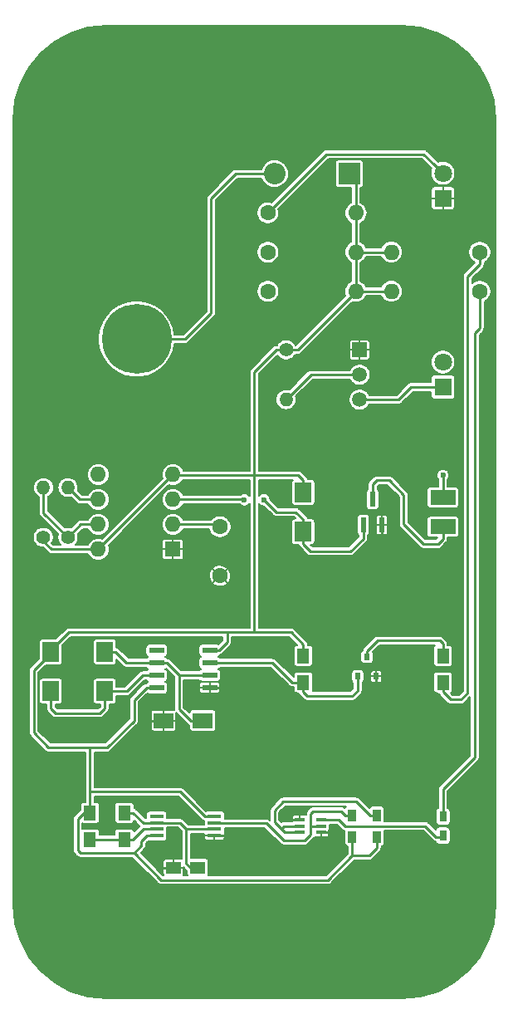
<source format=gtl>
%TF.GenerationSoftware,KiCad,Pcbnew,(6.0.0-rc1-dev-318-g6fdc5972f)*%
%TF.CreationDate,2018-08-27T12:44:09+01:00*%
%TF.ProjectId,SolderChallenge,536F6C6465724368616C6C656E67652E,rev?*%
%TF.SameCoordinates,PX2faf080PY8f0d180*%
%TF.FileFunction,Copper,L1,Top,Signal*%
%TF.FilePolarity,Positive*%
%FSLAX46Y46*%
G04 Gerber Fmt 4.6, Leading zero omitted, Abs format (unit mm)*
G04 Created by KiCad (PCBNEW (6.0.0-rc1-dev-318-g6fdc5972f)) date 08/27/18 12:44:09*
%MOMM*%
%LPD*%
G01*
G04 APERTURE LIST*
%ADD10R,1.000000X0.400000*%
%ADD11R,0.600000X1.500000*%
%ADD12R,0.800000X1.100000*%
%ADD13R,1.700000X2.000000*%
%ADD14O,1.600000X1.600000*%
%ADD15C,1.600000*%
%ADD16R,2.200000X2.200000*%
%ADD17O,2.200000X2.200000*%
%ADD18C,1.800000*%
%ADD19R,1.800000X1.800000*%
%ADD20R,1.550000X0.600000*%
%ADD21R,0.600000X0.700000*%
%ADD22R,1.450000X0.450000*%
%ADD23R,1.600000X1.600000*%
%ADD24R,0.900000X1.200000*%
%ADD25R,1.300000X1.500000*%
%ADD26C,1.400000*%
%ADD27O,1.400000X1.400000*%
%ADD28R,2.600000X1.500000*%
%ADD29R,1.500000X1.250000*%
%ADD30R,2.000000X1.600000*%
%ADD31C,7.112000*%
%ADD32C,10.160000*%
%ADD33C,1.520000*%
%ADD34R,1.520000X1.520000*%
%ADD35C,0.600000*%
%ADD36C,0.250000*%
%ADD37C,0.200000*%
G04 APERTURE END LIST*
D10*
X31830000Y18650000D03*
X31830000Y18000000D03*
X31830000Y17350000D03*
X29670000Y17350000D03*
X29670000Y18000000D03*
X29670000Y18650000D03*
D11*
X37075000Y51300000D03*
X38025000Y48700000D03*
X36125000Y48700000D03*
D12*
X44250000Y17025000D03*
X44250000Y18975000D03*
D13*
X9750000Y35750000D03*
X9750000Y31750000D03*
X4250000Y31750000D03*
X4250000Y35750000D03*
X30000000Y52000000D03*
X30000000Y48000000D03*
D14*
X39000000Y72500000D03*
D15*
X48000000Y72500000D03*
D14*
X39000000Y76500000D03*
D15*
X48000000Y76500000D03*
D14*
X35380000Y72500000D03*
D15*
X26380000Y72500000D03*
D14*
X35380000Y76500000D03*
D15*
X26380000Y76500000D03*
D14*
X35380000Y80500000D03*
D15*
X26380000Y80500000D03*
D16*
X34700000Y84500000D03*
D17*
X27080000Y84500000D03*
D18*
X44250000Y65290000D03*
D19*
X44250000Y62750000D03*
D15*
X21500000Y48500000D03*
X21500000Y43500000D03*
D20*
X15050000Y32095000D03*
X15050000Y33365000D03*
X15050000Y34635000D03*
X15050000Y35905000D03*
X20450000Y35905000D03*
X20450000Y34635000D03*
X20450000Y33365000D03*
X20450000Y32095000D03*
D21*
X36500000Y35250000D03*
X35550000Y33250000D03*
X37450000Y33250000D03*
D22*
X20950000Y17025000D03*
X20950000Y17675000D03*
X20950000Y18325000D03*
X20950000Y18975000D03*
X15050000Y18975000D03*
X15050000Y18325000D03*
X15050000Y17675000D03*
X15050000Y17025000D03*
D23*
X16700000Y46200000D03*
D14*
X9080000Y53820000D03*
X16700000Y48740000D03*
X9080000Y51280000D03*
X16700000Y51280000D03*
X9080000Y48740000D03*
X16700000Y53820000D03*
X9080000Y46200000D03*
D24*
X37500000Y19100000D03*
X37500000Y16900000D03*
X35000000Y19100000D03*
X35000000Y16900000D03*
D25*
X11750000Y16650000D03*
X11750000Y19350000D03*
X8250000Y19350000D03*
X8250000Y16650000D03*
X30000000Y32650000D03*
X30000000Y35350000D03*
D26*
X6000000Y47420000D03*
D27*
X6000000Y52500000D03*
D26*
X3500000Y47420000D03*
D27*
X3500000Y52500000D03*
D26*
X28250000Y66550000D03*
D27*
X28250000Y61470000D03*
D25*
X44250000Y35350000D03*
X44250000Y32650000D03*
D28*
X44250000Y48500000D03*
X44250000Y51500000D03*
D19*
X44250000Y82000000D03*
D18*
X44250000Y84540000D03*
D29*
X19250000Y13750000D03*
X16750000Y13750000D03*
D30*
X19750000Y28750000D03*
X15750000Y28750000D03*
D31*
X13000000Y67650000D03*
D32*
X13000000Y80350000D03*
D33*
X35750000Y64000000D03*
X35750000Y61460000D03*
D34*
X35750000Y66540000D03*
D35*
X33500000Y16250000D03*
X13750000Y20750000D03*
X7250000Y27750000D03*
X7250000Y34000000D03*
X22500000Y16500000D03*
X15250000Y13750000D03*
X13750000Y28750000D03*
X22000000Y31250000D03*
X38000000Y46750000D03*
X37500000Y31700000D03*
X28200000Y19000000D03*
X44250000Y53750000D03*
X26000000Y51250000D03*
X24000000Y51250000D03*
D36*
X17950000Y67650000D02*
X13000000Y67650000D01*
X20600000Y70300000D02*
X17950000Y67650000D01*
X20600000Y82000000D02*
X20600000Y70300000D01*
X23100000Y84500000D02*
X20600000Y82000000D01*
X23100000Y84500000D02*
X27080000Y84500000D01*
X31700000Y17350000D02*
X33150000Y17350000D01*
X33150000Y17350000D02*
X33500000Y17000000D01*
X33500000Y17000000D02*
X33500000Y16250000D01*
X20450000Y32095000D02*
X21655000Y32095000D01*
X21655000Y32095000D02*
X22000000Y31750000D01*
X22000000Y31750000D02*
X22000000Y31250000D01*
X20950000Y17025000D02*
X21975000Y17025000D01*
X21975000Y17025000D02*
X22500000Y16500000D01*
X16750000Y13750000D02*
X15250000Y13750000D01*
X15750000Y28750000D02*
X13750000Y28750000D01*
X38025000Y48500000D02*
X38025000Y46775000D01*
X38025000Y46775000D02*
X38000000Y46750000D01*
X37450000Y33250000D02*
X37450000Y31750000D01*
X37450000Y31750000D02*
X37500000Y31700000D01*
X28550000Y18650000D02*
X29670000Y18650000D01*
X28200000Y19000000D02*
X28550000Y18650000D01*
X6000000Y52500000D02*
X7220000Y51280000D01*
X7220000Y51280000D02*
X9080000Y51280000D01*
X21260000Y48740000D02*
X21500000Y48500000D01*
X16700000Y48740000D02*
X21260000Y48740000D01*
X19750000Y28750000D02*
X18500000Y28750000D01*
X18500000Y28750000D02*
X17345000Y29905000D01*
X17345000Y29905000D02*
X17345000Y33365000D01*
X15050000Y34635000D02*
X16075000Y34635000D01*
X17345000Y33365000D02*
X19425000Y33365000D01*
X19425000Y33365000D02*
X20450000Y33365000D01*
X16075000Y34635000D02*
X17345000Y33365000D01*
X9750000Y35750000D02*
X10850000Y35750000D01*
X10850000Y35750000D02*
X11965000Y34635000D01*
X11965000Y34635000D02*
X14025000Y34635000D01*
X14025000Y34635000D02*
X15050000Y34635000D01*
X11750000Y19350000D02*
X12650000Y19350000D01*
X12650000Y19350000D02*
X13675000Y18325000D01*
X13675000Y18325000D02*
X15050000Y18325000D01*
X18075000Y17675000D02*
X18075000Y14175000D01*
X18075000Y14175000D02*
X18500000Y13750000D01*
X18500000Y13750000D02*
X19250000Y13750000D01*
X20950000Y17675000D02*
X18075000Y17675000D01*
X18075000Y17675000D02*
X17425000Y18325000D01*
X17425000Y18325000D02*
X16025000Y18325000D01*
X16025000Y18325000D02*
X15050000Y18325000D01*
X20450000Y35905000D02*
X21405000Y35905000D01*
X21405000Y35905000D02*
X22250000Y36750000D01*
X22250000Y36750000D02*
X22250000Y37750000D01*
X8250000Y21500000D02*
X8250000Y26000000D01*
X17450000Y21500000D02*
X19975000Y18975000D01*
X8250000Y19350000D02*
X8250000Y21500000D01*
X8250000Y21500000D02*
X17450000Y21500000D01*
X19975000Y18975000D02*
X20950000Y18975000D01*
X4000000Y26000000D02*
X8250000Y26000000D01*
X8250000Y26000000D02*
X9999002Y26000000D01*
X9999002Y26000000D02*
X12750000Y28750998D01*
X2500000Y27500000D02*
X4000000Y26000000D01*
X2500000Y33850000D02*
X2500000Y27500000D01*
X4250000Y35750000D02*
X4250000Y35600000D01*
X4250000Y35600000D02*
X2500000Y33850000D01*
X36750000Y15000000D02*
X37500000Y15750000D01*
X37500000Y15750000D02*
X37500000Y16900000D01*
X35000000Y15000000D02*
X36750000Y15000000D01*
X32500000Y12500000D02*
X35000000Y15000000D01*
X35000000Y15000000D02*
X35000000Y16900000D01*
X15500998Y12500000D02*
X32500000Y12500000D01*
X12750000Y15250000D02*
X12750998Y15250000D01*
X12750998Y15250000D02*
X15500998Y12500000D01*
X7000000Y18750000D02*
X7000000Y15500000D01*
X7250000Y15250000D02*
X12750000Y15250000D01*
X7000000Y15500000D02*
X7250000Y15250000D01*
X8250000Y19350000D02*
X7600000Y19350000D01*
X7600000Y19350000D02*
X7000000Y18750000D01*
X13500000Y16450000D02*
X14075000Y17025000D01*
X12750000Y15250000D02*
X13500000Y16000000D01*
X13500000Y16000000D02*
X13500000Y16450000D01*
X14075000Y17025000D02*
X15050000Y17025000D01*
X28750000Y37750000D02*
X30000000Y36500000D01*
X30000000Y36500000D02*
X30000000Y35350000D01*
X25000000Y37750000D02*
X28750000Y37750000D01*
X6100000Y37750000D02*
X22250000Y37750000D01*
X22250000Y37750000D02*
X25000000Y37750000D01*
X25000000Y39000000D02*
X25000000Y37750000D01*
X4250000Y35750000D02*
X4250000Y35900000D01*
X4250000Y35900000D02*
X6100000Y37750000D01*
X12750000Y30820000D02*
X12750000Y28750998D01*
X15050000Y32095000D02*
X14025000Y32095000D01*
X14025000Y32095000D02*
X12750000Y30820000D01*
X25000000Y53750000D02*
X25000000Y39000000D01*
X3500000Y47420000D02*
X3500000Y47000000D01*
X3500000Y47000000D02*
X4300000Y46200000D01*
X4300000Y46200000D02*
X7948630Y46200000D01*
X7948630Y46200000D02*
X9080000Y46200000D01*
X16700000Y53820000D02*
X9080000Y46200000D01*
X16700000Y53820000D02*
X16770000Y53750000D01*
X16770000Y53750000D02*
X25000000Y53750000D01*
X30000000Y52000000D02*
X30000000Y53250000D01*
X29500000Y53750000D02*
X25000000Y53750000D01*
X30000000Y53250000D02*
X29500000Y53750000D01*
X25000000Y55500000D02*
X25000000Y53750000D01*
X25000000Y64289949D02*
X25000000Y55500000D01*
X28250000Y66550000D02*
X27260051Y66550000D01*
X27260051Y66550000D02*
X25000000Y64289949D01*
X35380000Y83820000D02*
X34700000Y84500000D01*
X35380000Y80500000D02*
X35380000Y83820000D01*
X35380000Y80500000D02*
X35380000Y76500000D01*
X35380000Y76500000D02*
X35380000Y72500000D01*
X34190051Y71310051D02*
X35380000Y72500000D01*
X28250000Y66550000D02*
X29430000Y66550000D01*
X29430000Y66550000D02*
X34190051Y71310051D01*
X36511370Y76500000D02*
X39000000Y76500000D01*
X35380000Y76500000D02*
X36511370Y76500000D01*
X35380000Y72500000D02*
X39000000Y72500000D01*
X26380000Y80500000D02*
X32380000Y86500000D01*
X32380000Y86500000D02*
X42290000Y86500000D01*
X42290000Y86500000D02*
X43350001Y85439999D01*
X43350001Y85439999D02*
X44250000Y84540000D01*
X39710000Y61460000D02*
X41000000Y62750000D01*
X41000000Y62750000D02*
X44250000Y62750000D01*
X35750000Y61460000D02*
X39710000Y61460000D01*
X44230000Y62730000D02*
X44250000Y62750000D01*
X37075000Y51500000D02*
X37075000Y52825000D01*
X37075000Y52825000D02*
X37500000Y53250000D01*
X37500000Y53250000D02*
X38750000Y53250000D01*
X43750000Y46750000D02*
X44250000Y47250000D01*
X38750000Y53250000D02*
X40250000Y51750000D01*
X40250000Y51750000D02*
X40250000Y48750000D01*
X40250000Y48750000D02*
X42250000Y46750000D01*
X42250000Y46750000D02*
X43750000Y46750000D01*
X44250000Y47250000D02*
X44250000Y48500000D01*
X44250000Y53750000D02*
X44250000Y51500000D01*
X44250000Y36550000D02*
X44250000Y35350000D01*
X43900000Y36900000D02*
X44250000Y36550000D01*
X37550000Y36900000D02*
X43900000Y36900000D01*
X36500000Y35250000D02*
X36500000Y35850000D01*
X36500000Y35850000D02*
X37550000Y36900000D01*
X48000000Y76500000D02*
X48000000Y75250000D01*
X48000000Y75250000D02*
X46750000Y74000000D01*
X46750000Y74000000D02*
X46750000Y64603002D01*
X46750000Y64603002D02*
X46765001Y64588001D01*
X46765001Y64588001D02*
X46765001Y63411999D01*
X46765001Y63411999D02*
X46750000Y63396998D01*
X46750000Y63396998D02*
X46750000Y40500000D01*
X46750000Y40500000D02*
X46750000Y40250000D01*
X46750000Y31550000D02*
X46750000Y40500000D01*
X46100000Y30900000D02*
X46750000Y31550000D01*
X45000000Y30900000D02*
X46100000Y30900000D01*
X44250000Y32650000D02*
X44250000Y31650000D01*
X44250000Y31650000D02*
X45000000Y30900000D01*
X31700000Y18650000D02*
X33600000Y18650000D01*
X33600000Y18650000D02*
X34250000Y18000000D01*
X43550000Y16900000D02*
X44250000Y16900000D01*
X34250000Y18000000D02*
X42450000Y18000000D01*
X42450000Y18000000D02*
X43550000Y16900000D01*
X48000000Y72500000D02*
X48000000Y68750000D01*
X48000000Y68750000D02*
X47950001Y68700001D01*
X47500000Y68250000D02*
X47500000Y25000000D01*
X47950001Y68700001D02*
X47500000Y68250000D01*
X44250000Y21750000D02*
X44250000Y19100000D01*
X47500000Y25000000D02*
X44250000Y21750000D01*
X27750000Y17750000D02*
X28000000Y18000000D01*
X28000000Y18000000D02*
X29420000Y18000000D01*
X28150000Y17350000D02*
X27750000Y17750000D01*
X29420000Y17350000D02*
X28150000Y17350000D01*
X29800000Y17350000D02*
X28900000Y17350000D01*
X29000000Y18000000D02*
X29800000Y18000000D01*
X27074998Y19600002D02*
X27974996Y20500000D01*
X35400000Y20500000D02*
X36800000Y19100000D01*
X36800000Y19100000D02*
X37500000Y19100000D01*
X27074998Y18425002D02*
X27074998Y19600002D01*
X27750000Y17750000D02*
X27074998Y18425002D01*
X27974996Y20500000D02*
X35400000Y20500000D01*
X29670000Y18000000D02*
X28000000Y18000000D01*
X30750000Y18000000D02*
X30750000Y17099998D01*
X30750000Y17099998D02*
X30150002Y16500000D01*
X26224999Y18275001D02*
X21224999Y18275001D01*
X30150002Y16500000D02*
X28000000Y16500000D01*
X28000000Y16500000D02*
X26224999Y18275001D01*
X21224999Y18275001D02*
X21175000Y18325000D01*
X21175000Y18325000D02*
X20950000Y18325000D01*
X30750000Y19250000D02*
X30750000Y18000000D01*
X31700000Y18000000D02*
X30750000Y18000000D01*
X35000000Y19100000D02*
X34300000Y19100000D01*
X34300000Y19100000D02*
X33900000Y19500000D01*
X33900000Y19500000D02*
X31000000Y19500000D01*
X31000000Y19500000D02*
X30750000Y19250000D01*
X30780000Y64000000D02*
X35750000Y64000000D01*
X28250000Y61470000D02*
X30780000Y64000000D01*
X6000000Y47420000D02*
X7320000Y48740000D01*
X7320000Y48740000D02*
X9080000Y48740000D01*
X3500000Y52500000D02*
X3500000Y49920000D01*
X3500000Y49920000D02*
X6000000Y47420000D01*
X26000000Y51250000D02*
X27250000Y50000000D01*
X27250000Y50000000D02*
X29250000Y50000000D01*
X29250000Y50000000D02*
X30000000Y49250000D01*
X30000000Y49250000D02*
X30000000Y48000000D01*
X16700000Y51280000D02*
X23970000Y51280000D01*
X23970000Y51280000D02*
X24000000Y51250000D01*
X34825000Y46000000D02*
X30750000Y46000000D01*
X36125000Y48500000D02*
X36125000Y47300000D01*
X36125000Y47300000D02*
X34825000Y46000000D01*
X30000000Y48000000D02*
X30000000Y46750000D01*
X30000000Y46750000D02*
X30750000Y46000000D01*
X15050000Y33365000D02*
X13615000Y33365000D01*
X13615000Y33365000D02*
X12000000Y31750000D01*
X12000000Y31750000D02*
X9750000Y31750000D01*
X4250000Y31750000D02*
X4250000Y30000000D01*
X4250000Y30000000D02*
X4750000Y29500000D01*
X4750000Y29500000D02*
X9250000Y29500000D01*
X9250000Y29500000D02*
X9750000Y30000000D01*
X9750000Y30000000D02*
X9750000Y31750000D01*
X20450000Y34635000D02*
X26865000Y34635000D01*
X26865000Y34635000D02*
X27000000Y34500000D01*
X30000000Y32650000D02*
X30000000Y31650000D01*
X30400000Y31250000D02*
X35000000Y31250000D01*
X30000000Y31650000D02*
X30400000Y31250000D01*
X27000000Y34500000D02*
X28850000Y32650000D01*
X28850000Y32650000D02*
X29100000Y32650000D01*
X29100000Y32650000D02*
X30000000Y32650000D01*
X35550000Y31800000D02*
X35000000Y31250000D01*
X35550000Y33250000D02*
X35550000Y31800000D01*
X8250000Y16650000D02*
X11750000Y16650000D01*
X11750000Y16650000D02*
X12650000Y16650000D01*
X14075000Y17675000D02*
X15050000Y17675000D01*
X12650000Y16650000D02*
X13675000Y17675000D01*
X13675000Y17675000D02*
X14075000Y17675000D01*
D37*
G36*
X41943786Y99402159D02*
X43747212Y98844673D01*
X45377419Y97962009D01*
X46796672Y96791974D01*
X47966708Y95372718D01*
X48849369Y93742516D01*
X49406855Y91939091D01*
X49603321Y89978637D01*
X49603322Y10018635D01*
X49406855Y8058171D01*
X48849369Y6254744D01*
X47966706Y4624538D01*
X46796672Y3205282D01*
X45377418Y2035246D01*
X43747212Y1152581D01*
X41943786Y595093D01*
X39983324Y398626D01*
X10023317Y398626D01*
X8062863Y595092D01*
X6259431Y1152580D01*
X4629229Y2035243D01*
X3209975Y3205278D01*
X2039939Y4624532D01*
X1157275Y6254739D01*
X599788Y8058165D01*
X403321Y10018626D01*
X403321Y33850000D01*
X2022702Y33850000D01*
X2025000Y33826668D01*
X2025001Y27523342D01*
X2022702Y27500000D01*
X2031873Y27406884D01*
X2059035Y27317346D01*
X2103142Y27234827D01*
X2162500Y27162499D01*
X2180629Y27147621D01*
X3647621Y25680629D01*
X3662499Y25662499D01*
X3734827Y25603141D01*
X3817346Y25559034D01*
X3879722Y25540112D01*
X3906883Y25531873D01*
X3999999Y25522702D01*
X4023331Y25525000D01*
X7775001Y25525000D01*
X7775000Y21523332D01*
X7772702Y21500000D01*
X7775001Y21476658D01*
X7775001Y20451693D01*
X7600000Y20451693D01*
X7531388Y20444935D01*
X7465413Y20424922D01*
X7404610Y20392422D01*
X7351315Y20348685D01*
X7307578Y20295390D01*
X7275078Y20234587D01*
X7255065Y20168612D01*
X7248307Y20100000D01*
X7248307Y19670208D01*
X7247620Y19669371D01*
X6680634Y19102384D01*
X6662499Y19087501D01*
X6603141Y19015173D01*
X6559034Y18932653D01*
X6543630Y18881873D01*
X6531873Y18843116D01*
X6522702Y18750000D01*
X6525000Y18726668D01*
X6525001Y15523342D01*
X6522702Y15500000D01*
X6531873Y15406884D01*
X6552921Y15337501D01*
X6559035Y15317346D01*
X6603142Y15234827D01*
X6662500Y15162499D01*
X6680629Y15147621D01*
X6897616Y14930634D01*
X6912499Y14912499D01*
X6984827Y14853141D01*
X7067346Y14809034D01*
X7129722Y14790112D01*
X7156883Y14781873D01*
X7249999Y14772702D01*
X7273331Y14775000D01*
X12554248Y14775000D01*
X15148619Y12180628D01*
X15163497Y12162499D01*
X15235825Y12103141D01*
X15318344Y12059034D01*
X15380720Y12040112D01*
X15407881Y12031873D01*
X15500997Y12022702D01*
X15524329Y12025000D01*
X32476668Y12025000D01*
X32500000Y12022702D01*
X32523332Y12025000D01*
X32593116Y12031873D01*
X32682654Y12059034D01*
X32765173Y12103141D01*
X32837501Y12162499D01*
X32852384Y12180634D01*
X35196752Y14525000D01*
X36726668Y14525000D01*
X36750000Y14522702D01*
X36773332Y14525000D01*
X36843116Y14531873D01*
X36932654Y14559034D01*
X37015173Y14603141D01*
X37087501Y14662499D01*
X37102384Y14680634D01*
X37819371Y15397620D01*
X37837501Y15412499D01*
X37896859Y15484827D01*
X37940966Y15567346D01*
X37968127Y15656884D01*
X37975000Y15726668D01*
X37975000Y15726669D01*
X37977298Y15749999D01*
X37975000Y15773331D01*
X37975000Y15950769D01*
X38018612Y15955065D01*
X38084587Y15975078D01*
X38145390Y16007578D01*
X38198685Y16051315D01*
X38242422Y16104610D01*
X38274922Y16165413D01*
X38294935Y16231388D01*
X38301693Y16300000D01*
X38301693Y17500000D01*
X38299231Y17525000D01*
X42253250Y17525000D01*
X43197620Y16580629D01*
X43212499Y16562499D01*
X43284827Y16503141D01*
X43367346Y16459034D01*
X43426912Y16440965D01*
X43456883Y16431873D01*
X43503002Y16427331D01*
X43505065Y16406388D01*
X43525078Y16340413D01*
X43557578Y16279610D01*
X43601315Y16226315D01*
X43654610Y16182578D01*
X43715413Y16150078D01*
X43781388Y16130065D01*
X43850000Y16123307D01*
X44650000Y16123307D01*
X44718612Y16130065D01*
X44784587Y16150078D01*
X44845390Y16182578D01*
X44898685Y16226315D01*
X44942422Y16279610D01*
X44974922Y16340413D01*
X44994935Y16406388D01*
X45001693Y16475000D01*
X45001693Y17575000D01*
X44994935Y17643612D01*
X44974922Y17709587D01*
X44942422Y17770390D01*
X44898685Y17823685D01*
X44845390Y17867422D01*
X44784587Y17899922D01*
X44718612Y17919935D01*
X44650000Y17926693D01*
X43850000Y17926693D01*
X43781388Y17919935D01*
X43715413Y17899922D01*
X43654610Y17867422D01*
X43601315Y17823685D01*
X43557578Y17770390D01*
X43525078Y17709587D01*
X43505065Y17643612D01*
X43502651Y17619100D01*
X42802384Y18319366D01*
X42787501Y18337501D01*
X42715173Y18396859D01*
X42632654Y18440966D01*
X42543116Y18468127D01*
X42473332Y18475000D01*
X42450000Y18477298D01*
X42426668Y18475000D01*
X38299231Y18475000D01*
X38301693Y18500000D01*
X38301693Y19700000D01*
X38294935Y19768612D01*
X38274922Y19834587D01*
X38242422Y19895390D01*
X38198685Y19948685D01*
X38145390Y19992422D01*
X38084587Y20024922D01*
X38018612Y20044935D01*
X37950000Y20051693D01*
X37050000Y20051693D01*
X36981388Y20044935D01*
X36915413Y20024922D01*
X36854610Y19992422D01*
X36801315Y19948685D01*
X36757578Y19895390D01*
X36729288Y19842463D01*
X35752384Y20819366D01*
X35737501Y20837501D01*
X35665173Y20896859D01*
X35582654Y20940966D01*
X35493116Y20968127D01*
X35423332Y20975000D01*
X35400000Y20977298D01*
X35376668Y20975000D01*
X27998327Y20975000D01*
X27974995Y20977298D01*
X27881879Y20968127D01*
X27854718Y20959888D01*
X27792342Y20940966D01*
X27709823Y20896859D01*
X27637495Y20837501D01*
X27622616Y20819371D01*
X26755627Y19952381D01*
X26737498Y19937503D01*
X26678140Y19865175D01*
X26656666Y19825000D01*
X26634033Y19782656D01*
X26606871Y19693118D01*
X26597700Y19600002D01*
X26599999Y19576660D01*
X26599998Y18571752D01*
X26577383Y18594367D01*
X26562500Y18612502D01*
X26490172Y18671860D01*
X26407653Y18715967D01*
X26318115Y18743128D01*
X26248331Y18750001D01*
X26224999Y18752299D01*
X26201667Y18750001D01*
X22026693Y18750001D01*
X22026693Y19200000D01*
X22019935Y19268612D01*
X21999922Y19334587D01*
X21967422Y19395390D01*
X21923685Y19448685D01*
X21870390Y19492422D01*
X21809587Y19524922D01*
X21743612Y19544935D01*
X21675000Y19551693D01*
X20225000Y19551693D01*
X20156388Y19544935D01*
X20095336Y19526415D01*
X17802384Y21819366D01*
X17787501Y21837501D01*
X17715173Y21896859D01*
X17632654Y21940966D01*
X17543116Y21968127D01*
X17473332Y21975000D01*
X17450000Y21977298D01*
X17426668Y21975000D01*
X8725000Y21975000D01*
X8725000Y25525000D01*
X9975670Y25525000D01*
X9999002Y25522702D01*
X10022334Y25525000D01*
X10092118Y25531873D01*
X10181656Y25559034D01*
X10264175Y25603141D01*
X10336503Y25662499D01*
X10351386Y25680634D01*
X13069377Y28398623D01*
X13087501Y28413497D01*
X13146859Y28485825D01*
X13190966Y28568344D01*
X13218127Y28657882D01*
X13219812Y28674995D01*
X14450000Y28674995D01*
X14450000Y27920452D01*
X14461529Y27862493D01*
X14484144Y27807896D01*
X14516975Y27758761D01*
X14558761Y27716975D01*
X14607897Y27684143D01*
X14662494Y27661529D01*
X14720453Y27650000D01*
X15674995Y27650000D01*
X15749995Y27725000D01*
X15749995Y28749995D01*
X15750005Y28749995D01*
X15750005Y27725000D01*
X15825005Y27650000D01*
X16779547Y27650000D01*
X16837506Y27661529D01*
X16892103Y27684143D01*
X16941239Y27716975D01*
X16983025Y27758761D01*
X17015856Y27807896D01*
X17038471Y27862493D01*
X17050000Y27920452D01*
X17050000Y28674995D01*
X16975000Y28749995D01*
X15750005Y28749995D01*
X15749995Y28749995D01*
X14525000Y28749995D01*
X14450000Y28674995D01*
X13219812Y28674995D01*
X13225000Y28727666D01*
X13227298Y28750998D01*
X13225000Y28774330D01*
X13225000Y29579548D01*
X14450000Y29579548D01*
X14450000Y28825005D01*
X14525000Y28750005D01*
X15749995Y28750005D01*
X15749995Y29775000D01*
X15674995Y29850000D01*
X14720453Y29850000D01*
X14662494Y29838471D01*
X14607897Y29815857D01*
X14558761Y29783025D01*
X14516975Y29741239D01*
X14484144Y29692104D01*
X14461529Y29637507D01*
X14450000Y29579548D01*
X13225000Y29579548D01*
X13225000Y30623250D01*
X14095719Y31493968D01*
X14140413Y31470078D01*
X14206388Y31450065D01*
X14275000Y31443307D01*
X15825000Y31443307D01*
X15893612Y31450065D01*
X15959587Y31470078D01*
X16020390Y31502578D01*
X16073685Y31546315D01*
X16117422Y31599610D01*
X16149922Y31660413D01*
X16169935Y31726388D01*
X16176693Y31795000D01*
X16176693Y32395000D01*
X16169935Y32463612D01*
X16149922Y32529587D01*
X16117422Y32590390D01*
X16073685Y32643685D01*
X16020390Y32687422D01*
X15959587Y32719922D01*
X15926364Y32730000D01*
X15959587Y32740078D01*
X16020390Y32772578D01*
X16073685Y32816315D01*
X16117422Y32869610D01*
X16149922Y32930413D01*
X16169935Y32996388D01*
X16176693Y33065000D01*
X16176693Y33665000D01*
X16169935Y33733612D01*
X16149922Y33799587D01*
X16117422Y33860390D01*
X16073685Y33913685D01*
X16020390Y33957422D01*
X15959587Y33989922D01*
X15926364Y34000000D01*
X15959587Y34010078D01*
X16004282Y34033968D01*
X16870001Y33168248D01*
X16870000Y29928332D01*
X16867702Y29905000D01*
X16874350Y29837501D01*
X16875817Y29822602D01*
X16837506Y29838471D01*
X16779547Y29850000D01*
X15825005Y29850000D01*
X15750005Y29775000D01*
X15750005Y28750005D01*
X16975000Y28750005D01*
X17050000Y28825005D01*
X17050000Y29528250D01*
X18147625Y28430623D01*
X18162499Y28412499D01*
X18234827Y28353141D01*
X18315479Y28310032D01*
X18317346Y28309034D01*
X18398307Y28284475D01*
X18398307Y27950000D01*
X18405065Y27881388D01*
X18425078Y27815413D01*
X18457578Y27754610D01*
X18501315Y27701315D01*
X18554610Y27657578D01*
X18615413Y27625078D01*
X18681388Y27605065D01*
X18750000Y27598307D01*
X20750000Y27598307D01*
X20818612Y27605065D01*
X20884587Y27625078D01*
X20945390Y27657578D01*
X20998685Y27701315D01*
X21042422Y27754610D01*
X21074922Y27815413D01*
X21094935Y27881388D01*
X21101693Y27950000D01*
X21101693Y29550000D01*
X21094935Y29618612D01*
X21074922Y29684587D01*
X21042422Y29745390D01*
X20998685Y29798685D01*
X20945390Y29842422D01*
X20884587Y29874922D01*
X20818612Y29894935D01*
X20750000Y29901693D01*
X18750000Y29901693D01*
X18681388Y29894935D01*
X18615413Y29874922D01*
X18554610Y29842422D01*
X18501315Y29798685D01*
X18457578Y29745390D01*
X18425078Y29684587D01*
X18405065Y29618612D01*
X18398307Y29550000D01*
X18398307Y29523444D01*
X17820000Y30101750D01*
X17820000Y32019995D01*
X19375000Y32019995D01*
X19375000Y31765452D01*
X19386529Y31707493D01*
X19409144Y31652896D01*
X19441975Y31603761D01*
X19483761Y31561975D01*
X19532897Y31529143D01*
X19587494Y31506529D01*
X19645453Y31495000D01*
X20374995Y31495000D01*
X20449995Y31570000D01*
X20449995Y32094995D01*
X20450005Y32094995D01*
X20450005Y31570000D01*
X20525005Y31495000D01*
X21254547Y31495000D01*
X21312506Y31506529D01*
X21367103Y31529143D01*
X21416239Y31561975D01*
X21458025Y31603761D01*
X21490856Y31652896D01*
X21513471Y31707493D01*
X21525000Y31765452D01*
X21525000Y32019995D01*
X21450000Y32094995D01*
X20450005Y32094995D01*
X20449995Y32094995D01*
X19450000Y32094995D01*
X19375000Y32019995D01*
X17820000Y32019995D01*
X17820000Y32424548D01*
X19375000Y32424548D01*
X19375000Y32170005D01*
X19450000Y32095005D01*
X20449995Y32095005D01*
X20449995Y32620000D01*
X20450005Y32620000D01*
X20450005Y32095005D01*
X21450000Y32095005D01*
X21525000Y32170005D01*
X21525000Y32424548D01*
X21513471Y32482507D01*
X21490856Y32537104D01*
X21458025Y32586239D01*
X21416239Y32628025D01*
X21367103Y32660857D01*
X21312506Y32683471D01*
X21254547Y32695000D01*
X20525005Y32695000D01*
X20450005Y32620000D01*
X20449995Y32620000D01*
X20374995Y32695000D01*
X19645453Y32695000D01*
X19587494Y32683471D01*
X19532897Y32660857D01*
X19483761Y32628025D01*
X19441975Y32586239D01*
X19409144Y32537104D01*
X19386529Y32482507D01*
X19375000Y32424548D01*
X17820000Y32424548D01*
X17820000Y32890000D01*
X19371679Y32890000D01*
X19382578Y32869610D01*
X19426315Y32816315D01*
X19479610Y32772578D01*
X19540413Y32740078D01*
X19606388Y32720065D01*
X19675000Y32713307D01*
X21225000Y32713307D01*
X21293612Y32720065D01*
X21359587Y32740078D01*
X21420390Y32772578D01*
X21473685Y32816315D01*
X21517422Y32869610D01*
X21549922Y32930413D01*
X21569935Y32996388D01*
X21576693Y33065000D01*
X21576693Y33665000D01*
X21569935Y33733612D01*
X21549922Y33799587D01*
X21517422Y33860390D01*
X21473685Y33913685D01*
X21420390Y33957422D01*
X21359587Y33989922D01*
X21326364Y34000000D01*
X21359587Y34010078D01*
X21420390Y34042578D01*
X21473685Y34086315D01*
X21517422Y34139610D01*
X21528321Y34160000D01*
X26668249Y34160000D01*
X26680623Y34147626D01*
X26680628Y34147622D01*
X28497621Y32330628D01*
X28512499Y32312499D01*
X28584827Y32253141D01*
X28667346Y32209034D01*
X28726908Y32190966D01*
X28756883Y32181873D01*
X28849999Y32172702D01*
X28873331Y32175000D01*
X28998307Y32175000D01*
X28998307Y31900000D01*
X29005065Y31831388D01*
X29025078Y31765413D01*
X29057578Y31704610D01*
X29101315Y31651315D01*
X29154610Y31607578D01*
X29215413Y31575078D01*
X29281388Y31555065D01*
X29350000Y31548307D01*
X29534475Y31548307D01*
X29550646Y31495000D01*
X29559035Y31467346D01*
X29603142Y31384827D01*
X29662500Y31312499D01*
X29680629Y31297621D01*
X30047620Y30930629D01*
X30062499Y30912499D01*
X30134827Y30853141D01*
X30217346Y30809034D01*
X30279722Y30790112D01*
X30306883Y30781873D01*
X30399999Y30772702D01*
X30423331Y30775000D01*
X34976668Y30775000D01*
X35000000Y30772702D01*
X35023332Y30775000D01*
X35093116Y30781873D01*
X35182654Y30809034D01*
X35265173Y30853141D01*
X35337501Y30912499D01*
X35352384Y30930634D01*
X35869371Y31447620D01*
X35887501Y31462499D01*
X35946859Y31534827D01*
X35990966Y31617346D01*
X36018127Y31706884D01*
X36025000Y31776668D01*
X36025000Y31776669D01*
X36027298Y31799999D01*
X36025000Y31823329D01*
X36025000Y32596679D01*
X36045390Y32607578D01*
X36098685Y32651315D01*
X36142422Y32704610D01*
X36174922Y32765413D01*
X36194935Y32831388D01*
X36201693Y32900000D01*
X36201693Y33174995D01*
X36850000Y33174995D01*
X36850000Y32870452D01*
X36861529Y32812493D01*
X36884144Y32757896D01*
X36916975Y32708761D01*
X36958761Y32666975D01*
X37007897Y32634143D01*
X37062494Y32611529D01*
X37120453Y32600000D01*
X37374995Y32600000D01*
X37449995Y32675000D01*
X37449995Y33249995D01*
X37450005Y33249995D01*
X37450005Y32675000D01*
X37525005Y32600000D01*
X37779547Y32600000D01*
X37837506Y32611529D01*
X37892103Y32634143D01*
X37941239Y32666975D01*
X37983025Y32708761D01*
X38015856Y32757896D01*
X38038471Y32812493D01*
X38050000Y32870452D01*
X38050000Y33174995D01*
X37975000Y33249995D01*
X37450005Y33249995D01*
X37449995Y33249995D01*
X36925000Y33249995D01*
X36850000Y33174995D01*
X36201693Y33174995D01*
X36201693Y33600000D01*
X36198783Y33629548D01*
X36850000Y33629548D01*
X36850000Y33325005D01*
X36925000Y33250005D01*
X37449995Y33250005D01*
X37449995Y33825000D01*
X37450005Y33825000D01*
X37450005Y33250005D01*
X37975000Y33250005D01*
X38050000Y33325005D01*
X38050000Y33400000D01*
X43248307Y33400000D01*
X43248307Y31900000D01*
X43255065Y31831388D01*
X43275078Y31765413D01*
X43307578Y31704610D01*
X43351315Y31651315D01*
X43404610Y31607578D01*
X43465413Y31575078D01*
X43531388Y31555065D01*
X43600000Y31548307D01*
X43784475Y31548307D01*
X43800646Y31495000D01*
X43809035Y31467346D01*
X43853142Y31384827D01*
X43912500Y31312499D01*
X43930629Y31297621D01*
X44647620Y30580629D01*
X44662499Y30562499D01*
X44734827Y30503141D01*
X44817346Y30459034D01*
X44876908Y30440966D01*
X44906883Y30431873D01*
X44999999Y30422702D01*
X45023331Y30425000D01*
X46076668Y30425000D01*
X46100000Y30422702D01*
X46123332Y30425000D01*
X46193116Y30431873D01*
X46282654Y30459034D01*
X46365173Y30503141D01*
X46437501Y30562499D01*
X46452384Y30580633D01*
X47025001Y31153249D01*
X47025001Y25196752D01*
X43930634Y22102384D01*
X43912499Y22087501D01*
X43853141Y22015173D01*
X43809034Y21932653D01*
X43798176Y21896859D01*
X43781873Y21843116D01*
X43772702Y21750000D01*
X43775000Y21726668D01*
X43775001Y19867997D01*
X43715413Y19849922D01*
X43654610Y19817422D01*
X43601315Y19773685D01*
X43557578Y19720390D01*
X43525078Y19659587D01*
X43505065Y19593612D01*
X43498307Y19525000D01*
X43498307Y18425000D01*
X43505065Y18356388D01*
X43525078Y18290413D01*
X43557578Y18229610D01*
X43601315Y18176315D01*
X43654610Y18132578D01*
X43715413Y18100078D01*
X43781388Y18080065D01*
X43850000Y18073307D01*
X44650000Y18073307D01*
X44718612Y18080065D01*
X44784587Y18100078D01*
X44845390Y18132578D01*
X44898685Y18176315D01*
X44942422Y18229610D01*
X44974922Y18290413D01*
X44994935Y18356388D01*
X45001693Y18425000D01*
X45001693Y19525000D01*
X44994935Y19593612D01*
X44974922Y19659587D01*
X44942422Y19720390D01*
X44898685Y19773685D01*
X44845390Y19817422D01*
X44784587Y19849922D01*
X44725000Y19867997D01*
X44725000Y21553250D01*
X47819372Y24647621D01*
X47837501Y24662499D01*
X47896859Y24734827D01*
X47940966Y24817346D01*
X47968127Y24906884D01*
X47975000Y24976668D01*
X47977298Y24999999D01*
X47975000Y25023332D01*
X47975000Y68053249D01*
X48302375Y68380623D01*
X48302384Y68380634D01*
X48319366Y68397616D01*
X48337501Y68412499D01*
X48396859Y68484827D01*
X48440966Y68567346D01*
X48468127Y68656884D01*
X48475000Y68726668D01*
X48477298Y68749999D01*
X48475000Y68773331D01*
X48475000Y71452001D01*
X48544729Y71480884D01*
X48733082Y71606737D01*
X48893263Y71766918D01*
X49019116Y71955271D01*
X49105806Y72164557D01*
X49150000Y72386735D01*
X49150000Y72613265D01*
X49105806Y72835443D01*
X49019116Y73044729D01*
X48893263Y73233082D01*
X48733082Y73393263D01*
X48544729Y73519116D01*
X48335443Y73605806D01*
X48113265Y73650000D01*
X47886735Y73650000D01*
X47664557Y73605806D01*
X47455271Y73519116D01*
X47266918Y73393263D01*
X47225000Y73351345D01*
X47225000Y73803250D01*
X48319371Y74897620D01*
X48337501Y74912499D01*
X48396859Y74984827D01*
X48440966Y75067346D01*
X48468127Y75156884D01*
X48475000Y75226668D01*
X48477298Y75250000D01*
X48475000Y75273332D01*
X48475000Y75452001D01*
X48544729Y75480884D01*
X48733082Y75606737D01*
X48893263Y75766918D01*
X49019116Y75955271D01*
X49105806Y76164557D01*
X49150000Y76386735D01*
X49150000Y76613265D01*
X49105806Y76835443D01*
X49019116Y77044729D01*
X48893263Y77233082D01*
X48733082Y77393263D01*
X48544729Y77519116D01*
X48335443Y77605806D01*
X48113265Y77650000D01*
X47886735Y77650000D01*
X47664557Y77605806D01*
X47455271Y77519116D01*
X47266918Y77393263D01*
X47106737Y77233082D01*
X46980884Y77044729D01*
X46894194Y76835443D01*
X46850000Y76613265D01*
X46850000Y76386735D01*
X46894194Y76164557D01*
X46980884Y75955271D01*
X47106737Y75766918D01*
X47266918Y75606737D01*
X47455271Y75480884D01*
X47525001Y75452001D01*
X47525001Y75446752D01*
X46430634Y74352384D01*
X46412499Y74337501D01*
X46353141Y74265173D01*
X46309034Y74182653D01*
X46290112Y74120277D01*
X46281873Y74093116D01*
X46272702Y74000000D01*
X46275000Y73976668D01*
X46275001Y64626344D01*
X46272702Y64603002D01*
X46281873Y64509886D01*
X46290001Y64483092D01*
X46290002Y63516910D01*
X46281873Y63490114D01*
X46272702Y63396998D01*
X46275000Y63373666D01*
X46275001Y40523341D01*
X46275000Y40523331D01*
X46275000Y40226668D01*
X46275001Y40226658D01*
X46275000Y31746752D01*
X45903250Y31375000D01*
X45196751Y31375000D01*
X45005497Y31566254D01*
X45034587Y31575078D01*
X45095390Y31607578D01*
X45148685Y31651315D01*
X45192422Y31704610D01*
X45224922Y31765413D01*
X45244935Y31831388D01*
X45251693Y31900000D01*
X45251693Y33400000D01*
X45244935Y33468612D01*
X45224922Y33534587D01*
X45192422Y33595390D01*
X45148685Y33648685D01*
X45095390Y33692422D01*
X45034587Y33724922D01*
X44968612Y33744935D01*
X44900000Y33751693D01*
X43600000Y33751693D01*
X43531388Y33744935D01*
X43465413Y33724922D01*
X43404610Y33692422D01*
X43351315Y33648685D01*
X43307578Y33595390D01*
X43275078Y33534587D01*
X43255065Y33468612D01*
X43248307Y33400000D01*
X38050000Y33400000D01*
X38050000Y33629548D01*
X38038471Y33687507D01*
X38015856Y33742104D01*
X37983025Y33791239D01*
X37941239Y33833025D01*
X37892103Y33865857D01*
X37837506Y33888471D01*
X37779547Y33900000D01*
X37525005Y33900000D01*
X37450005Y33825000D01*
X37449995Y33825000D01*
X37374995Y33900000D01*
X37120453Y33900000D01*
X37062494Y33888471D01*
X37007897Y33865857D01*
X36958761Y33833025D01*
X36916975Y33791239D01*
X36884144Y33742104D01*
X36861529Y33687507D01*
X36850000Y33629548D01*
X36198783Y33629548D01*
X36194935Y33668612D01*
X36174922Y33734587D01*
X36142422Y33795390D01*
X36098685Y33848685D01*
X36045390Y33892422D01*
X35984587Y33924922D01*
X35918612Y33944935D01*
X35850000Y33951693D01*
X35250000Y33951693D01*
X35181388Y33944935D01*
X35115413Y33924922D01*
X35054610Y33892422D01*
X35001315Y33848685D01*
X34957578Y33795390D01*
X34925078Y33734587D01*
X34905065Y33668612D01*
X34898307Y33600000D01*
X34898307Y32900000D01*
X34905065Y32831388D01*
X34925078Y32765413D01*
X34957578Y32704610D01*
X35001315Y32651315D01*
X35054610Y32607578D01*
X35075000Y32596679D01*
X35075001Y31996752D01*
X34803250Y31725000D01*
X30953321Y31725000D01*
X30974922Y31765413D01*
X30994935Y31831388D01*
X31001693Y31900000D01*
X31001693Y33400000D01*
X30994935Y33468612D01*
X30974922Y33534587D01*
X30942422Y33595390D01*
X30898685Y33648685D01*
X30845390Y33692422D01*
X30784587Y33724922D01*
X30718612Y33744935D01*
X30650000Y33751693D01*
X29350000Y33751693D01*
X29281388Y33744935D01*
X29215413Y33724922D01*
X29154610Y33692422D01*
X29101315Y33648685D01*
X29057578Y33595390D01*
X29025078Y33534587D01*
X29005065Y33468612D01*
X28998307Y33400000D01*
X28998307Y33173444D01*
X27352378Y34819372D01*
X27352374Y34819377D01*
X27217383Y34954367D01*
X27202501Y34972501D01*
X27130173Y35031859D01*
X27047654Y35075966D01*
X26958116Y35103127D01*
X26888332Y35110000D01*
X26865000Y35112298D01*
X26841668Y35110000D01*
X21528321Y35110000D01*
X21517422Y35130390D01*
X21473685Y35183685D01*
X21420390Y35227422D01*
X21359587Y35259922D01*
X21326364Y35270000D01*
X21359587Y35280078D01*
X21420390Y35312578D01*
X21473685Y35356315D01*
X21517422Y35409610D01*
X21538551Y35449139D01*
X21587654Y35464034D01*
X21670173Y35508141D01*
X21742501Y35567499D01*
X21757384Y35585634D01*
X22569371Y36397620D01*
X22587501Y36412499D01*
X22646859Y36484827D01*
X22690966Y36567346D01*
X22718127Y36656884D01*
X22725000Y36726668D01*
X22725000Y36726669D01*
X22727298Y36749999D01*
X22725000Y36773329D01*
X22725000Y37275000D01*
X24976668Y37275000D01*
X25000000Y37272702D01*
X25023332Y37275000D01*
X28553250Y37275000D01*
X29376556Y36451693D01*
X29350000Y36451693D01*
X29281388Y36444935D01*
X29215413Y36424922D01*
X29154610Y36392422D01*
X29101315Y36348685D01*
X29057578Y36295390D01*
X29025078Y36234587D01*
X29005065Y36168612D01*
X28998307Y36100000D01*
X28998307Y34600000D01*
X29005065Y34531388D01*
X29025078Y34465413D01*
X29057578Y34404610D01*
X29101315Y34351315D01*
X29154610Y34307578D01*
X29215413Y34275078D01*
X29281388Y34255065D01*
X29350000Y34248307D01*
X30650000Y34248307D01*
X30718612Y34255065D01*
X30784587Y34275078D01*
X30845390Y34307578D01*
X30898685Y34351315D01*
X30942422Y34404610D01*
X30974922Y34465413D01*
X30994935Y34531388D01*
X31001693Y34600000D01*
X31001693Y35600000D01*
X35848307Y35600000D01*
X35848307Y34900000D01*
X35855065Y34831388D01*
X35875078Y34765413D01*
X35907578Y34704610D01*
X35951315Y34651315D01*
X36004610Y34607578D01*
X36065413Y34575078D01*
X36131388Y34555065D01*
X36200000Y34548307D01*
X36800000Y34548307D01*
X36868612Y34555065D01*
X36934587Y34575078D01*
X36995390Y34607578D01*
X37048685Y34651315D01*
X37092422Y34704610D01*
X37124922Y34765413D01*
X37144935Y34831388D01*
X37151693Y34900000D01*
X37151693Y35600000D01*
X37144935Y35668612D01*
X37124922Y35734587D01*
X37101032Y35779282D01*
X37746751Y36425000D01*
X43465670Y36425000D01*
X43465413Y36424922D01*
X43404610Y36392422D01*
X43351315Y36348685D01*
X43307578Y36295390D01*
X43275078Y36234587D01*
X43255065Y36168612D01*
X43248307Y36100000D01*
X43248307Y34600000D01*
X43255065Y34531388D01*
X43275078Y34465413D01*
X43307578Y34404610D01*
X43351315Y34351315D01*
X43404610Y34307578D01*
X43465413Y34275078D01*
X43531388Y34255065D01*
X43600000Y34248307D01*
X44900000Y34248307D01*
X44968612Y34255065D01*
X45034587Y34275078D01*
X45095390Y34307578D01*
X45148685Y34351315D01*
X45192422Y34404610D01*
X45224922Y34465413D01*
X45244935Y34531388D01*
X45251693Y34600000D01*
X45251693Y36100000D01*
X45244935Y36168612D01*
X45224922Y36234587D01*
X45192422Y36295390D01*
X45148685Y36348685D01*
X45095390Y36392422D01*
X45034587Y36424922D01*
X44968612Y36444935D01*
X44900000Y36451693D01*
X44725000Y36451693D01*
X44725000Y36526668D01*
X44727298Y36550000D01*
X44718127Y36643116D01*
X44690966Y36732654D01*
X44673584Y36765173D01*
X44646859Y36815173D01*
X44587501Y36887501D01*
X44569376Y36902376D01*
X44252383Y37219367D01*
X44237501Y37237501D01*
X44165173Y37296859D01*
X44082654Y37340966D01*
X43993116Y37368127D01*
X43923332Y37375000D01*
X43900000Y37377298D01*
X43876668Y37375000D01*
X37573331Y37375000D01*
X37549999Y37377298D01*
X37456883Y37368127D01*
X37429722Y37359888D01*
X37367346Y37340966D01*
X37284827Y37296859D01*
X37212499Y37237501D01*
X37197620Y37219371D01*
X36180629Y36202379D01*
X36162500Y36187501D01*
X36103142Y36115173D01*
X36085343Y36081873D01*
X36059035Y36032654D01*
X36031873Y35943116D01*
X36028118Y35904987D01*
X36004610Y35892422D01*
X35951315Y35848685D01*
X35907578Y35795390D01*
X35875078Y35734587D01*
X35855065Y35668612D01*
X35848307Y35600000D01*
X31001693Y35600000D01*
X31001693Y36100000D01*
X30994935Y36168612D01*
X30974922Y36234587D01*
X30942422Y36295390D01*
X30898685Y36348685D01*
X30845390Y36392422D01*
X30784587Y36424922D01*
X30718612Y36444935D01*
X30650000Y36451693D01*
X30475000Y36451693D01*
X30475000Y36476668D01*
X30477298Y36500000D01*
X30468127Y36593117D01*
X30452960Y36643115D01*
X30440966Y36682654D01*
X30396859Y36765173D01*
X30337501Y36837501D01*
X30319371Y36852380D01*
X29102384Y38069366D01*
X29087501Y38087501D01*
X29015173Y38146859D01*
X28932654Y38190966D01*
X28843116Y38218127D01*
X28773332Y38225000D01*
X28750000Y38227298D01*
X28726668Y38225000D01*
X25475000Y38225000D01*
X25475000Y50865749D01*
X25495112Y50835649D01*
X25585649Y50745112D01*
X25692110Y50673978D01*
X25810402Y50624979D01*
X25935981Y50600000D01*
X25978250Y50600000D01*
X26897620Y49680629D01*
X26912499Y49662499D01*
X26984827Y49603141D01*
X27067346Y49559034D01*
X27122109Y49542422D01*
X27156883Y49531873D01*
X27250000Y49522702D01*
X27273332Y49525000D01*
X29053250Y49525000D01*
X29226557Y49351693D01*
X29150000Y49351693D01*
X29081388Y49344935D01*
X29015413Y49324922D01*
X28954610Y49292422D01*
X28901315Y49248685D01*
X28857578Y49195390D01*
X28825078Y49134587D01*
X28805065Y49068612D01*
X28798307Y49000000D01*
X28798307Y47000000D01*
X28805065Y46931388D01*
X28825078Y46865413D01*
X28857578Y46804610D01*
X28901315Y46751315D01*
X28954610Y46707578D01*
X29015413Y46675078D01*
X29081388Y46655065D01*
X29150000Y46648307D01*
X29534475Y46648307D01*
X29550082Y46596859D01*
X29559035Y46567346D01*
X29603142Y46484827D01*
X29662500Y46412499D01*
X29680629Y46397621D01*
X30397620Y45680629D01*
X30412499Y45662499D01*
X30484827Y45603141D01*
X30567346Y45559034D01*
X30629722Y45540112D01*
X30656883Y45531873D01*
X30749999Y45522702D01*
X30773331Y45525000D01*
X34801668Y45525000D01*
X34825000Y45522702D01*
X34848332Y45525000D01*
X34918116Y45531873D01*
X35007654Y45559034D01*
X35090173Y45603141D01*
X35162501Y45662499D01*
X35177384Y45680634D01*
X36444377Y46947625D01*
X36462501Y46962499D01*
X36521859Y47034827D01*
X36565966Y47117346D01*
X36593127Y47206884D01*
X36600000Y47276668D01*
X36602298Y47300000D01*
X36600000Y47323332D01*
X36600000Y47646679D01*
X36620390Y47657578D01*
X36673685Y47701315D01*
X36717422Y47754610D01*
X36749922Y47815413D01*
X36769935Y47881388D01*
X36776693Y47950000D01*
X36776693Y48624995D01*
X37425000Y48624995D01*
X37425000Y47920453D01*
X37436529Y47862494D01*
X37459143Y47807897D01*
X37491975Y47758761D01*
X37533761Y47716975D01*
X37582896Y47684144D01*
X37637493Y47661529D01*
X37695452Y47650000D01*
X37949995Y47650000D01*
X38024995Y47725000D01*
X38024995Y48699995D01*
X38025005Y48699995D01*
X38025005Y47725000D01*
X38100005Y47650000D01*
X38354548Y47650000D01*
X38412507Y47661529D01*
X38467104Y47684144D01*
X38516239Y47716975D01*
X38558025Y47758761D01*
X38590857Y47807897D01*
X38613471Y47862494D01*
X38625000Y47920453D01*
X38625000Y48624995D01*
X38550000Y48699995D01*
X38025005Y48699995D01*
X38024995Y48699995D01*
X37500000Y48699995D01*
X37425000Y48624995D01*
X36776693Y48624995D01*
X36776693Y49450000D01*
X36773783Y49479547D01*
X37425000Y49479547D01*
X37425000Y48775005D01*
X37500000Y48700005D01*
X38024995Y48700005D01*
X38024995Y49675000D01*
X38025005Y49675000D01*
X38025005Y48700005D01*
X38550000Y48700005D01*
X38625000Y48775005D01*
X38625000Y49479547D01*
X38613471Y49537506D01*
X38590857Y49592103D01*
X38558025Y49641239D01*
X38516239Y49683025D01*
X38467104Y49715856D01*
X38412507Y49738471D01*
X38354548Y49750000D01*
X38100005Y49750000D01*
X38025005Y49675000D01*
X38024995Y49675000D01*
X37949995Y49750000D01*
X37695452Y49750000D01*
X37637493Y49738471D01*
X37582896Y49715856D01*
X37533761Y49683025D01*
X37491975Y49641239D01*
X37459143Y49592103D01*
X37436529Y49537506D01*
X37425000Y49479547D01*
X36773783Y49479547D01*
X36769935Y49518612D01*
X36749922Y49584587D01*
X36717422Y49645390D01*
X36673685Y49698685D01*
X36620390Y49742422D01*
X36559587Y49774922D01*
X36493612Y49794935D01*
X36425000Y49801693D01*
X35825000Y49801693D01*
X35756388Y49794935D01*
X35690413Y49774922D01*
X35629610Y49742422D01*
X35576315Y49698685D01*
X35532578Y49645390D01*
X35500078Y49584587D01*
X35480065Y49518612D01*
X35473307Y49450000D01*
X35473307Y47950000D01*
X35480065Y47881388D01*
X35500078Y47815413D01*
X35532578Y47754610D01*
X35576315Y47701315D01*
X35629610Y47657578D01*
X35650001Y47646679D01*
X35650001Y47496753D01*
X34628250Y46475000D01*
X30946751Y46475000D01*
X30773444Y46648307D01*
X30850000Y46648307D01*
X30918612Y46655065D01*
X30984587Y46675078D01*
X31045390Y46707578D01*
X31098685Y46751315D01*
X31142422Y46804610D01*
X31174922Y46865413D01*
X31194935Y46931388D01*
X31201693Y47000000D01*
X31201693Y49000000D01*
X31194935Y49068612D01*
X31174922Y49134587D01*
X31142422Y49195390D01*
X31098685Y49248685D01*
X31045390Y49292422D01*
X30984587Y49324922D01*
X30918612Y49344935D01*
X30850000Y49351693D01*
X30465525Y49351693D01*
X30459888Y49370278D01*
X30440966Y49432654D01*
X30396859Y49515173D01*
X30337501Y49587501D01*
X30319371Y49602380D01*
X29602384Y50319366D01*
X29587501Y50337501D01*
X29515173Y50396859D01*
X29432654Y50440966D01*
X29343116Y50468127D01*
X29273332Y50475000D01*
X29250000Y50477298D01*
X29226668Y50475000D01*
X27446751Y50475000D01*
X26650000Y51271750D01*
X26650000Y51314019D01*
X26625021Y51439598D01*
X26576022Y51557890D01*
X26504888Y51664351D01*
X26414351Y51754888D01*
X26307890Y51826022D01*
X26189598Y51875021D01*
X26064019Y51900000D01*
X25935981Y51900000D01*
X25810402Y51875021D01*
X25692110Y51826022D01*
X25585649Y51754888D01*
X25495112Y51664351D01*
X25475000Y51634251D01*
X25475000Y53275000D01*
X28933381Y53275000D01*
X28901315Y53248685D01*
X28857578Y53195390D01*
X28825078Y53134587D01*
X28805065Y53068612D01*
X28798307Y53000000D01*
X28798307Y51000000D01*
X28805065Y50931388D01*
X28825078Y50865413D01*
X28857578Y50804610D01*
X28901315Y50751315D01*
X28954610Y50707578D01*
X29015413Y50675078D01*
X29081388Y50655065D01*
X29150000Y50648307D01*
X30850000Y50648307D01*
X30918612Y50655065D01*
X30984587Y50675078D01*
X31045390Y50707578D01*
X31098685Y50751315D01*
X31142422Y50804610D01*
X31174922Y50865413D01*
X31194935Y50931388D01*
X31201693Y51000000D01*
X31201693Y52050000D01*
X36423307Y52050000D01*
X36423307Y50550000D01*
X36430065Y50481388D01*
X36450078Y50415413D01*
X36482578Y50354610D01*
X36526315Y50301315D01*
X36579610Y50257578D01*
X36640413Y50225078D01*
X36706388Y50205065D01*
X36775000Y50198307D01*
X37375000Y50198307D01*
X37443612Y50205065D01*
X37509587Y50225078D01*
X37570390Y50257578D01*
X37623685Y50301315D01*
X37667422Y50354610D01*
X37699922Y50415413D01*
X37719935Y50481388D01*
X37726693Y50550000D01*
X37726693Y52050000D01*
X37719935Y52118612D01*
X37699922Y52184587D01*
X37667422Y52245390D01*
X37623685Y52298685D01*
X37570390Y52342422D01*
X37550000Y52353321D01*
X37550000Y52628249D01*
X37696751Y52775000D01*
X38553250Y52775000D01*
X39775000Y51553249D01*
X39775001Y48773342D01*
X39772702Y48750000D01*
X39781873Y48656884D01*
X39801218Y48593115D01*
X39809035Y48567346D01*
X39853142Y48484827D01*
X39912500Y48412499D01*
X39930629Y48397621D01*
X41897621Y46430628D01*
X41912499Y46412499D01*
X41984827Y46353141D01*
X42067346Y46309034D01*
X42119821Y46293116D01*
X42156883Y46281873D01*
X42249999Y46272702D01*
X42273331Y46275000D01*
X43726668Y46275000D01*
X43750000Y46272702D01*
X43773332Y46275000D01*
X43843116Y46281873D01*
X43932654Y46309034D01*
X44015173Y46353141D01*
X44087501Y46412499D01*
X44102383Y46430633D01*
X44569376Y46897625D01*
X44587501Y46912499D01*
X44646859Y46984827D01*
X44675602Y47038602D01*
X44690966Y47067345D01*
X44718127Y47156884D01*
X44727298Y47250000D01*
X44725000Y47273332D01*
X44725000Y47398307D01*
X45550000Y47398307D01*
X45618612Y47405065D01*
X45684587Y47425078D01*
X45745390Y47457578D01*
X45798685Y47501315D01*
X45842422Y47554610D01*
X45874922Y47615413D01*
X45894935Y47681388D01*
X45901693Y47750000D01*
X45901693Y49250000D01*
X45894935Y49318612D01*
X45874922Y49384587D01*
X45842422Y49445390D01*
X45798685Y49498685D01*
X45745390Y49542422D01*
X45684587Y49574922D01*
X45618612Y49594935D01*
X45550000Y49601693D01*
X42950000Y49601693D01*
X42881388Y49594935D01*
X42815413Y49574922D01*
X42754610Y49542422D01*
X42701315Y49498685D01*
X42657578Y49445390D01*
X42625078Y49384587D01*
X42605065Y49318612D01*
X42598307Y49250000D01*
X42598307Y47750000D01*
X42605065Y47681388D01*
X42625078Y47615413D01*
X42657578Y47554610D01*
X42701315Y47501315D01*
X42754610Y47457578D01*
X42815413Y47425078D01*
X42881388Y47405065D01*
X42950000Y47398307D01*
X43726556Y47398307D01*
X43553249Y47225000D01*
X42446751Y47225000D01*
X40725000Y48946750D01*
X40725000Y51726669D01*
X40727298Y51750001D01*
X40718127Y51843117D01*
X40696676Y51913829D01*
X40690966Y51932654D01*
X40646859Y52015173D01*
X40587501Y52087501D01*
X40569371Y52102379D01*
X40421750Y52250000D01*
X42598307Y52250000D01*
X42598307Y50750000D01*
X42605065Y50681388D01*
X42625078Y50615413D01*
X42657578Y50554610D01*
X42701315Y50501315D01*
X42754610Y50457578D01*
X42815413Y50425078D01*
X42881388Y50405065D01*
X42950000Y50398307D01*
X45550000Y50398307D01*
X45618612Y50405065D01*
X45684587Y50425078D01*
X45745390Y50457578D01*
X45798685Y50501315D01*
X45842422Y50554610D01*
X45874922Y50615413D01*
X45894935Y50681388D01*
X45901693Y50750000D01*
X45901693Y52250000D01*
X45894935Y52318612D01*
X45874922Y52384587D01*
X45842422Y52445390D01*
X45798685Y52498685D01*
X45745390Y52542422D01*
X45684587Y52574922D01*
X45618612Y52594935D01*
X45550000Y52601693D01*
X44725000Y52601693D01*
X44725000Y53305761D01*
X44754888Y53335649D01*
X44826022Y53442110D01*
X44875021Y53560402D01*
X44900000Y53685981D01*
X44900000Y53814019D01*
X44875021Y53939598D01*
X44826022Y54057890D01*
X44754888Y54164351D01*
X44664351Y54254888D01*
X44557890Y54326022D01*
X44439598Y54375021D01*
X44314019Y54400000D01*
X44185981Y54400000D01*
X44060402Y54375021D01*
X43942110Y54326022D01*
X43835649Y54254888D01*
X43745112Y54164351D01*
X43673978Y54057890D01*
X43624979Y53939598D01*
X43600000Y53814019D01*
X43600000Y53685981D01*
X43624979Y53560402D01*
X43673978Y53442110D01*
X43745112Y53335649D01*
X43775000Y53305761D01*
X43775001Y52601693D01*
X42950000Y52601693D01*
X42881388Y52594935D01*
X42815413Y52574922D01*
X42754610Y52542422D01*
X42701315Y52498685D01*
X42657578Y52445390D01*
X42625078Y52384587D01*
X42605065Y52318612D01*
X42598307Y52250000D01*
X40421750Y52250000D01*
X39102384Y53569366D01*
X39087501Y53587501D01*
X39015173Y53646859D01*
X38932654Y53690966D01*
X38843116Y53718127D01*
X38773332Y53725000D01*
X38750000Y53727298D01*
X38726668Y53725000D01*
X37523332Y53725000D01*
X37500000Y53727298D01*
X37476668Y53725000D01*
X37406884Y53718127D01*
X37317346Y53690966D01*
X37234827Y53646859D01*
X37162499Y53587501D01*
X37147626Y53569378D01*
X36755629Y53177379D01*
X36737500Y53162501D01*
X36678142Y53090173D01*
X36665941Y53067346D01*
X36634035Y53007654D01*
X36606873Y52918116D01*
X36597702Y52825000D01*
X36600001Y52801658D01*
X36600001Y52353321D01*
X36579610Y52342422D01*
X36526315Y52298685D01*
X36482578Y52245390D01*
X36450078Y52184587D01*
X36430065Y52118612D01*
X36423307Y52050000D01*
X31201693Y52050000D01*
X31201693Y53000000D01*
X31194935Y53068612D01*
X31174922Y53134587D01*
X31142422Y53195390D01*
X31098685Y53248685D01*
X31045390Y53292422D01*
X30984587Y53324922D01*
X30918612Y53344935D01*
X30850000Y53351693D01*
X30465525Y53351693D01*
X30440966Y53432655D01*
X30413079Y53484827D01*
X30396859Y53515173D01*
X30337501Y53587501D01*
X30319376Y53602375D01*
X29852383Y54069367D01*
X29837501Y54087501D01*
X29765173Y54146859D01*
X29682654Y54190966D01*
X29593116Y54218127D01*
X29523332Y54225000D01*
X29500000Y54227298D01*
X29476668Y54225000D01*
X25475000Y54225000D01*
X25475000Y61470000D01*
X27194920Y61470000D01*
X27215193Y61264164D01*
X27275233Y61066238D01*
X27372733Y60883829D01*
X27503946Y60723946D01*
X27663829Y60592733D01*
X27846238Y60495233D01*
X28044164Y60435193D01*
X28198422Y60420000D01*
X28301578Y60420000D01*
X28455836Y60435193D01*
X28653762Y60495233D01*
X28836171Y60592733D01*
X28996054Y60723946D01*
X29127267Y60883829D01*
X29224767Y61066238D01*
X29284807Y61264164D01*
X29305080Y61470000D01*
X29295298Y61569325D01*
X34640000Y61569325D01*
X34640000Y61350675D01*
X34682657Y61136225D01*
X34766331Y60934218D01*
X34887807Y60752416D01*
X35042416Y60597807D01*
X35224218Y60476331D01*
X35426225Y60392657D01*
X35640675Y60350000D01*
X35859325Y60350000D01*
X36073775Y60392657D01*
X36275782Y60476331D01*
X36457584Y60597807D01*
X36612193Y60752416D01*
X36733669Y60934218D01*
X36754704Y60985000D01*
X39686668Y60985000D01*
X39710000Y60982702D01*
X39733332Y60985000D01*
X39803116Y60991873D01*
X39892654Y61019034D01*
X39975173Y61063141D01*
X40047501Y61122499D01*
X40062384Y61140634D01*
X41196751Y62275000D01*
X42998307Y62275000D01*
X42998307Y61850000D01*
X43005065Y61781388D01*
X43025078Y61715413D01*
X43057578Y61654610D01*
X43101315Y61601315D01*
X43154610Y61557578D01*
X43215413Y61525078D01*
X43281388Y61505065D01*
X43350000Y61498307D01*
X45150000Y61498307D01*
X45218612Y61505065D01*
X45284587Y61525078D01*
X45345390Y61557578D01*
X45398685Y61601315D01*
X45442422Y61654610D01*
X45474922Y61715413D01*
X45494935Y61781388D01*
X45501693Y61850000D01*
X45501693Y63650000D01*
X45494935Y63718612D01*
X45474922Y63784587D01*
X45442422Y63845390D01*
X45398685Y63898685D01*
X45345390Y63942422D01*
X45284587Y63974922D01*
X45218612Y63994935D01*
X45150000Y64001693D01*
X43350000Y64001693D01*
X43281388Y63994935D01*
X43215413Y63974922D01*
X43154610Y63942422D01*
X43101315Y63898685D01*
X43057578Y63845390D01*
X43025078Y63784587D01*
X43005065Y63718612D01*
X42998307Y63650000D01*
X42998307Y63225000D01*
X41023329Y63225000D01*
X40999999Y63227298D01*
X40976669Y63225000D01*
X40976668Y63225000D01*
X40906884Y63218127D01*
X40817346Y63190966D01*
X40734827Y63146859D01*
X40662499Y63087501D01*
X40647620Y63069371D01*
X39513250Y61935000D01*
X36754704Y61935000D01*
X36733669Y61985782D01*
X36612193Y62167584D01*
X36457584Y62322193D01*
X36275782Y62443669D01*
X36073775Y62527343D01*
X35859325Y62570000D01*
X35640675Y62570000D01*
X35426225Y62527343D01*
X35224218Y62443669D01*
X35042416Y62322193D01*
X34887807Y62167584D01*
X34766331Y61985782D01*
X34682657Y61783775D01*
X34640000Y61569325D01*
X29295298Y61569325D01*
X29284807Y61675836D01*
X29248215Y61796465D01*
X30976751Y63525000D01*
X34745296Y63525000D01*
X34766331Y63474218D01*
X34887807Y63292416D01*
X35042416Y63137807D01*
X35224218Y63016331D01*
X35426225Y62932657D01*
X35640675Y62890000D01*
X35859325Y62890000D01*
X36073775Y62932657D01*
X36275782Y63016331D01*
X36457584Y63137807D01*
X36612193Y63292416D01*
X36733669Y63474218D01*
X36817343Y63676225D01*
X36860000Y63890675D01*
X36860000Y64109325D01*
X36817343Y64323775D01*
X36733669Y64525782D01*
X36612193Y64707584D01*
X36457584Y64862193D01*
X36275782Y64983669D01*
X36073775Y65067343D01*
X35859325Y65110000D01*
X35640675Y65110000D01*
X35426225Y65067343D01*
X35224218Y64983669D01*
X35042416Y64862193D01*
X34887807Y64707584D01*
X34766331Y64525782D01*
X34745296Y64475000D01*
X30803331Y64475000D01*
X30779999Y64477298D01*
X30686883Y64468127D01*
X30659722Y64459888D01*
X30597346Y64440966D01*
X30514827Y64396859D01*
X30442499Y64337501D01*
X30427621Y64319372D01*
X28576465Y62468215D01*
X28455836Y62504807D01*
X28301578Y62520000D01*
X28198422Y62520000D01*
X28044164Y62504807D01*
X27846238Y62444767D01*
X27663829Y62347267D01*
X27503946Y62216054D01*
X27372733Y62056171D01*
X27275233Y61873762D01*
X27215193Y61675836D01*
X27194920Y61470000D01*
X25475000Y61470000D01*
X25475000Y64093199D01*
X26794916Y65413114D01*
X43000000Y65413114D01*
X43000000Y65166886D01*
X43048037Y64925389D01*
X43142265Y64697903D01*
X43279062Y64493172D01*
X43453172Y64319062D01*
X43657903Y64182265D01*
X43885389Y64088037D01*
X44126886Y64040000D01*
X44373114Y64040000D01*
X44614611Y64088037D01*
X44842097Y64182265D01*
X45046828Y64319062D01*
X45220938Y64493172D01*
X45357735Y64697903D01*
X45451963Y64925389D01*
X45500000Y65166886D01*
X45500000Y65413114D01*
X45451963Y65654611D01*
X45357735Y65882097D01*
X45220938Y66086828D01*
X45046828Y66260938D01*
X44842097Y66397735D01*
X44614611Y66491963D01*
X44373114Y66540000D01*
X44126886Y66540000D01*
X43885389Y66491963D01*
X43657903Y66397735D01*
X43453172Y66260938D01*
X43279062Y66086828D01*
X43142265Y65882097D01*
X43048037Y65654611D01*
X43000000Y65413114D01*
X26794916Y65413114D01*
X27365540Y65983737D01*
X27434411Y65880664D01*
X27580664Y65734411D01*
X27752638Y65619502D01*
X27943726Y65540350D01*
X28146584Y65500000D01*
X28353416Y65500000D01*
X28556274Y65540350D01*
X28747362Y65619502D01*
X28919336Y65734411D01*
X29065589Y65880664D01*
X29180498Y66052638D01*
X29189761Y66075000D01*
X29406668Y66075000D01*
X29430000Y66072702D01*
X29453332Y66075000D01*
X29523116Y66081873D01*
X29612654Y66109034D01*
X29695173Y66153141D01*
X29767501Y66212499D01*
X29782384Y66230634D01*
X30016745Y66464995D01*
X34690000Y66464995D01*
X34690000Y65750452D01*
X34701529Y65692493D01*
X34724144Y65637896D01*
X34756975Y65588761D01*
X34798761Y65546975D01*
X34847897Y65514143D01*
X34902494Y65491529D01*
X34960453Y65480000D01*
X35674995Y65480000D01*
X35749995Y65555000D01*
X35749995Y66539995D01*
X35750005Y66539995D01*
X35750005Y65555000D01*
X35825005Y65480000D01*
X36539547Y65480000D01*
X36597506Y65491529D01*
X36652103Y65514143D01*
X36701239Y65546975D01*
X36743025Y65588761D01*
X36775856Y65637896D01*
X36798471Y65692493D01*
X36810000Y65750452D01*
X36810000Y66464995D01*
X36735000Y66539995D01*
X35750005Y66539995D01*
X35749995Y66539995D01*
X34765000Y66539995D01*
X34690000Y66464995D01*
X30016745Y66464995D01*
X30881298Y67329548D01*
X34690000Y67329548D01*
X34690000Y66615005D01*
X34765000Y66540005D01*
X35749995Y66540005D01*
X35749995Y67525000D01*
X35750005Y67525000D01*
X35750005Y66540005D01*
X36735000Y66540005D01*
X36810000Y66615005D01*
X36810000Y67329548D01*
X36798471Y67387507D01*
X36775856Y67442104D01*
X36743025Y67491239D01*
X36701239Y67533025D01*
X36652103Y67565857D01*
X36597506Y67588471D01*
X36539547Y67600000D01*
X35825005Y67600000D01*
X35750005Y67525000D01*
X35749995Y67525000D01*
X35674995Y67600000D01*
X34960453Y67600000D01*
X34902494Y67588471D01*
X34847897Y67565857D01*
X34798761Y67533025D01*
X34756975Y67491239D01*
X34724144Y67442104D01*
X34701529Y67387507D01*
X34690000Y67329548D01*
X30881298Y67329548D01*
X34542425Y70990673D01*
X34542434Y70990684D01*
X34973358Y71421607D01*
X35154561Y71366640D01*
X35323508Y71350000D01*
X35436492Y71350000D01*
X35605439Y71366640D01*
X35822215Y71432398D01*
X36021997Y71539184D01*
X36197107Y71682893D01*
X36340816Y71858003D01*
X36430078Y72025000D01*
X37949922Y72025000D01*
X38039184Y71858003D01*
X38182893Y71682893D01*
X38358003Y71539184D01*
X38557785Y71432398D01*
X38774561Y71366640D01*
X38943508Y71350000D01*
X39056492Y71350000D01*
X39225439Y71366640D01*
X39442215Y71432398D01*
X39641997Y71539184D01*
X39817107Y71682893D01*
X39960816Y71858003D01*
X40067602Y72057785D01*
X40133360Y72274561D01*
X40155564Y72500000D01*
X40133360Y72725439D01*
X40067602Y72942215D01*
X39960816Y73141997D01*
X39817107Y73317107D01*
X39641997Y73460816D01*
X39442215Y73567602D01*
X39225439Y73633360D01*
X39056492Y73650000D01*
X38943508Y73650000D01*
X38774561Y73633360D01*
X38557785Y73567602D01*
X38358003Y73460816D01*
X38182893Y73317107D01*
X38039184Y73141997D01*
X37949922Y72975000D01*
X36430078Y72975000D01*
X36340816Y73141997D01*
X36197107Y73317107D01*
X36021997Y73460816D01*
X35855000Y73550078D01*
X35855000Y75449922D01*
X36021997Y75539184D01*
X36197107Y75682893D01*
X36340816Y75858003D01*
X36430078Y76025000D01*
X37949922Y76025000D01*
X38039184Y75858003D01*
X38182893Y75682893D01*
X38358003Y75539184D01*
X38557785Y75432398D01*
X38774561Y75366640D01*
X38943508Y75350000D01*
X39056492Y75350000D01*
X39225439Y75366640D01*
X39442215Y75432398D01*
X39641997Y75539184D01*
X39817107Y75682893D01*
X39960816Y75858003D01*
X40067602Y76057785D01*
X40133360Y76274561D01*
X40155564Y76500000D01*
X40133360Y76725439D01*
X40067602Y76942215D01*
X39960816Y77141997D01*
X39817107Y77317107D01*
X39641997Y77460816D01*
X39442215Y77567602D01*
X39225439Y77633360D01*
X39056492Y77650000D01*
X38943508Y77650000D01*
X38774561Y77633360D01*
X38557785Y77567602D01*
X38358003Y77460816D01*
X38182893Y77317107D01*
X38039184Y77141997D01*
X37949922Y76975000D01*
X36430078Y76975000D01*
X36340816Y77141997D01*
X36197107Y77317107D01*
X36021997Y77460816D01*
X35855000Y77550078D01*
X35855000Y79449922D01*
X36021997Y79539184D01*
X36197107Y79682893D01*
X36340816Y79858003D01*
X36447602Y80057785D01*
X36513360Y80274561D01*
X36535564Y80500000D01*
X36513360Y80725439D01*
X36447602Y80942215D01*
X36340816Y81141997D01*
X36197107Y81317107D01*
X36021997Y81460816D01*
X35855000Y81550078D01*
X35855000Y81924995D01*
X43050000Y81924995D01*
X43050000Y81070453D01*
X43061529Y81012494D01*
X43084143Y80957897D01*
X43116975Y80908761D01*
X43158761Y80866975D01*
X43207896Y80834144D01*
X43262493Y80811529D01*
X43320452Y80800000D01*
X44174995Y80800000D01*
X44249995Y80875000D01*
X44249995Y81999995D01*
X44250005Y81999995D01*
X44250005Y80875000D01*
X44325005Y80800000D01*
X45179548Y80800000D01*
X45237507Y80811529D01*
X45292104Y80834144D01*
X45341239Y80866975D01*
X45383025Y80908761D01*
X45415857Y80957897D01*
X45438471Y81012494D01*
X45450000Y81070453D01*
X45450000Y81924995D01*
X45375000Y81999995D01*
X44250005Y81999995D01*
X44249995Y81999995D01*
X43125000Y81999995D01*
X43050000Y81924995D01*
X35855000Y81924995D01*
X35855000Y82929547D01*
X43050000Y82929547D01*
X43050000Y82075005D01*
X43125000Y82000005D01*
X44249995Y82000005D01*
X44249995Y83125000D01*
X44250005Y83125000D01*
X44250005Y82000005D01*
X45375000Y82000005D01*
X45450000Y82075005D01*
X45450000Y82929547D01*
X45438471Y82987506D01*
X45415857Y83042103D01*
X45383025Y83091239D01*
X45341239Y83133025D01*
X45292104Y83165856D01*
X45237507Y83188471D01*
X45179548Y83200000D01*
X44325005Y83200000D01*
X44250005Y83125000D01*
X44249995Y83125000D01*
X44174995Y83200000D01*
X43320452Y83200000D01*
X43262493Y83188471D01*
X43207896Y83165856D01*
X43158761Y83133025D01*
X43116975Y83091239D01*
X43084143Y83042103D01*
X43061529Y82987506D01*
X43050000Y82929547D01*
X35855000Y82929547D01*
X35855000Y83053724D01*
X35868612Y83055065D01*
X35934587Y83075078D01*
X35995390Y83107578D01*
X36048685Y83151315D01*
X36092422Y83204610D01*
X36124922Y83265413D01*
X36144935Y83331388D01*
X36151693Y83400000D01*
X36151693Y85600000D01*
X36144935Y85668612D01*
X36124922Y85734587D01*
X36092422Y85795390D01*
X36048685Y85848685D01*
X35995390Y85892422D01*
X35934587Y85924922D01*
X35868612Y85944935D01*
X35800000Y85951693D01*
X33600000Y85951693D01*
X33531388Y85944935D01*
X33465413Y85924922D01*
X33404610Y85892422D01*
X33351315Y85848685D01*
X33307578Y85795390D01*
X33275078Y85734587D01*
X33255065Y85668612D01*
X33248307Y85600000D01*
X33248307Y83400000D01*
X33255065Y83331388D01*
X33275078Y83265413D01*
X33307578Y83204610D01*
X33351315Y83151315D01*
X33404610Y83107578D01*
X33465413Y83075078D01*
X33531388Y83055065D01*
X33600000Y83048307D01*
X34905001Y83048307D01*
X34905000Y81550078D01*
X34738003Y81460816D01*
X34562893Y81317107D01*
X34419184Y81141997D01*
X34312398Y80942215D01*
X34246640Y80725439D01*
X34224436Y80500000D01*
X34246640Y80274561D01*
X34312398Y80057785D01*
X34419184Y79858003D01*
X34562893Y79682893D01*
X34738003Y79539184D01*
X34905000Y79449922D01*
X34905001Y77550078D01*
X34738003Y77460816D01*
X34562893Y77317107D01*
X34419184Y77141997D01*
X34312398Y76942215D01*
X34246640Y76725439D01*
X34224436Y76500000D01*
X34246640Y76274561D01*
X34312398Y76057785D01*
X34419184Y75858003D01*
X34562893Y75682893D01*
X34738003Y75539184D01*
X34905000Y75449922D01*
X34905001Y73550078D01*
X34738003Y73460816D01*
X34562893Y73317107D01*
X34419184Y73141997D01*
X34312398Y72942215D01*
X34246640Y72725439D01*
X34224436Y72500000D01*
X34246640Y72274561D01*
X34301607Y72093358D01*
X33870684Y71662434D01*
X33870673Y71662425D01*
X29233250Y67025000D01*
X29189761Y67025000D01*
X29180498Y67047362D01*
X29065589Y67219336D01*
X28919336Y67365589D01*
X28747362Y67480498D01*
X28556274Y67559650D01*
X28353416Y67600000D01*
X28146584Y67600000D01*
X27943726Y67559650D01*
X27752638Y67480498D01*
X27580664Y67365589D01*
X27434411Y67219336D01*
X27319502Y67047362D01*
X27310239Y67025000D01*
X27283383Y67025000D01*
X27260051Y67027298D01*
X27166935Y67018127D01*
X27077396Y66990966D01*
X27048653Y66975602D01*
X26994878Y66946859D01*
X26922550Y66887501D01*
X26907676Y66869377D01*
X24680634Y64642333D01*
X24662499Y64627450D01*
X24603141Y64555122D01*
X24559034Y64472602D01*
X24549437Y64440965D01*
X24531873Y64383065D01*
X24522702Y64289949D01*
X24525000Y64266617D01*
X24525001Y55523341D01*
X24525000Y55523331D01*
X24525001Y54225000D01*
X17778891Y54225000D01*
X17767602Y54262215D01*
X17660816Y54461997D01*
X17517107Y54637107D01*
X17341997Y54780816D01*
X17142215Y54887602D01*
X16925439Y54953360D01*
X16756492Y54970000D01*
X16643508Y54970000D01*
X16474561Y54953360D01*
X16257785Y54887602D01*
X16058003Y54780816D01*
X15882893Y54637107D01*
X15739184Y54461997D01*
X15632398Y54262215D01*
X15566640Y54045439D01*
X15544436Y53820000D01*
X15566640Y53594561D01*
X15621607Y53413358D01*
X9486643Y47278393D01*
X9305439Y47333360D01*
X9136492Y47350000D01*
X9023508Y47350000D01*
X8854561Y47333360D01*
X8637785Y47267602D01*
X8438003Y47160816D01*
X8262893Y47017107D01*
X8119184Y46841997D01*
X8029922Y46675000D01*
X6739925Y46675000D01*
X6815589Y46750664D01*
X6930498Y46922638D01*
X7009650Y47113726D01*
X7050000Y47316584D01*
X7050000Y47523416D01*
X7009650Y47726274D01*
X7000387Y47748636D01*
X7516752Y48265000D01*
X8029922Y48265000D01*
X8119184Y48098003D01*
X8262893Y47922893D01*
X8438003Y47779184D01*
X8637785Y47672398D01*
X8854561Y47606640D01*
X9023508Y47590000D01*
X9136492Y47590000D01*
X9305439Y47606640D01*
X9522215Y47672398D01*
X9721997Y47779184D01*
X9897107Y47922893D01*
X10040816Y48098003D01*
X10147602Y48297785D01*
X10213360Y48514561D01*
X10235564Y48740000D01*
X10213360Y48965439D01*
X10147602Y49182215D01*
X10040816Y49381997D01*
X9897107Y49557107D01*
X9721997Y49700816D01*
X9522215Y49807602D01*
X9305439Y49873360D01*
X9136492Y49890000D01*
X9023508Y49890000D01*
X8854561Y49873360D01*
X8637785Y49807602D01*
X8438003Y49700816D01*
X8262893Y49557107D01*
X8119184Y49381997D01*
X8029922Y49215000D01*
X7343332Y49215000D01*
X7320000Y49217298D01*
X7296668Y49215000D01*
X7226884Y49208127D01*
X7137346Y49180966D01*
X7054827Y49136859D01*
X6982499Y49077501D01*
X6967625Y49059377D01*
X6328636Y48420387D01*
X6306274Y48429650D01*
X6103416Y48470000D01*
X5896584Y48470000D01*
X5693726Y48429650D01*
X5671364Y48420387D01*
X3975000Y50116750D01*
X3975000Y51563311D01*
X4086171Y51622733D01*
X4246054Y51753946D01*
X4377267Y51913829D01*
X4474767Y52096238D01*
X4534807Y52294164D01*
X4555080Y52500000D01*
X4944920Y52500000D01*
X4965193Y52294164D01*
X5025233Y52096238D01*
X5122733Y51913829D01*
X5253946Y51753946D01*
X5413829Y51622733D01*
X5596238Y51525233D01*
X5794164Y51465193D01*
X5948422Y51450000D01*
X6051578Y51450000D01*
X6205836Y51465193D01*
X6326464Y51501785D01*
X6867625Y50960623D01*
X6882499Y50942499D01*
X6900622Y50927626D01*
X6954827Y50883141D01*
X7037346Y50839034D01*
X7126884Y50811873D01*
X7220000Y50802702D01*
X7243332Y50805000D01*
X8029922Y50805000D01*
X8119184Y50638003D01*
X8262893Y50462893D01*
X8438003Y50319184D01*
X8637785Y50212398D01*
X8854561Y50146640D01*
X9023508Y50130000D01*
X9136492Y50130000D01*
X9305439Y50146640D01*
X9522215Y50212398D01*
X9721997Y50319184D01*
X9897107Y50462893D01*
X10040816Y50638003D01*
X10147602Y50837785D01*
X10213360Y51054561D01*
X10235564Y51280000D01*
X10213360Y51505439D01*
X10147602Y51722215D01*
X10040816Y51921997D01*
X9897107Y52097107D01*
X9721997Y52240816D01*
X9522215Y52347602D01*
X9305439Y52413360D01*
X9136492Y52430000D01*
X9023508Y52430000D01*
X8854561Y52413360D01*
X8637785Y52347602D01*
X8438003Y52240816D01*
X8262893Y52097107D01*
X8119184Y51921997D01*
X8029922Y51755000D01*
X7416752Y51755000D01*
X6998215Y52173536D01*
X7034807Y52294164D01*
X7055080Y52500000D01*
X7034807Y52705836D01*
X6974767Y52903762D01*
X6877267Y53086171D01*
X6746054Y53246054D01*
X6586171Y53377267D01*
X6403762Y53474767D01*
X6205836Y53534807D01*
X6051578Y53550000D01*
X5948422Y53550000D01*
X5794164Y53534807D01*
X5596238Y53474767D01*
X5413829Y53377267D01*
X5253946Y53246054D01*
X5122733Y53086171D01*
X5025233Y52903762D01*
X4965193Y52705836D01*
X4944920Y52500000D01*
X4555080Y52500000D01*
X4534807Y52705836D01*
X4474767Y52903762D01*
X4377267Y53086171D01*
X4246054Y53246054D01*
X4086171Y53377267D01*
X3903762Y53474767D01*
X3705836Y53534807D01*
X3551578Y53550000D01*
X3448422Y53550000D01*
X3294164Y53534807D01*
X3096238Y53474767D01*
X2913829Y53377267D01*
X2753946Y53246054D01*
X2622733Y53086171D01*
X2525233Y52903762D01*
X2465193Y52705836D01*
X2444920Y52500000D01*
X2465193Y52294164D01*
X2525233Y52096238D01*
X2622733Y51913829D01*
X2753946Y51753946D01*
X2913829Y51622733D01*
X3025000Y51563310D01*
X3025001Y49943342D01*
X3022702Y49920000D01*
X3031873Y49826884D01*
X3047636Y49774922D01*
X3059035Y49737346D01*
X3103142Y49654827D01*
X3162500Y49582499D01*
X3180629Y49567621D01*
X4999613Y47748636D01*
X4990350Y47726274D01*
X4950000Y47523416D01*
X4950000Y47316584D01*
X4990350Y47113726D01*
X5069502Y46922638D01*
X5184411Y46750664D01*
X5260075Y46675000D01*
X4496752Y46675000D01*
X4357846Y46813906D01*
X4430498Y46922638D01*
X4509650Y47113726D01*
X4550000Y47316584D01*
X4550000Y47523416D01*
X4509650Y47726274D01*
X4430498Y47917362D01*
X4315589Y48089336D01*
X4169336Y48235589D01*
X3997362Y48350498D01*
X3806274Y48429650D01*
X3603416Y48470000D01*
X3396584Y48470000D01*
X3193726Y48429650D01*
X3002638Y48350498D01*
X2830664Y48235589D01*
X2684411Y48089336D01*
X2569502Y47917362D01*
X2490350Y47726274D01*
X2450000Y47523416D01*
X2450000Y47316584D01*
X2490350Y47113726D01*
X2569502Y46922638D01*
X2684411Y46750664D01*
X2830664Y46604411D01*
X3002638Y46489502D01*
X3193726Y46410350D01*
X3396584Y46370000D01*
X3458249Y46370000D01*
X3947625Y45880623D01*
X3962499Y45862499D01*
X4034827Y45803141D01*
X4088602Y45774398D01*
X4117345Y45759034D01*
X4206884Y45731873D01*
X4300000Y45722702D01*
X4323332Y45725000D01*
X8029922Y45725000D01*
X8119184Y45558003D01*
X8262893Y45382893D01*
X8438003Y45239184D01*
X8637785Y45132398D01*
X8854561Y45066640D01*
X9023508Y45050000D01*
X9136492Y45050000D01*
X9305439Y45066640D01*
X9522215Y45132398D01*
X9721997Y45239184D01*
X9897107Y45382893D01*
X10040816Y45558003D01*
X10147602Y45757785D01*
X10213360Y45974561D01*
X10228176Y46124995D01*
X15600000Y46124995D01*
X15600000Y45370452D01*
X15611529Y45312493D01*
X15634144Y45257896D01*
X15666975Y45208761D01*
X15708761Y45166975D01*
X15757897Y45134143D01*
X15812494Y45111529D01*
X15870453Y45100000D01*
X16624995Y45100000D01*
X16699995Y45175000D01*
X16699995Y46199995D01*
X16700005Y46199995D01*
X16700005Y45175000D01*
X16775005Y45100000D01*
X17529547Y45100000D01*
X17587506Y45111529D01*
X17642103Y45134143D01*
X17691239Y45166975D01*
X17733025Y45208761D01*
X17765856Y45257896D01*
X17788471Y45312493D01*
X17800000Y45370452D01*
X17800000Y46124995D01*
X17725000Y46199995D01*
X16700005Y46199995D01*
X16699995Y46199995D01*
X15675000Y46199995D01*
X15600000Y46124995D01*
X10228176Y46124995D01*
X10235564Y46200000D01*
X10213360Y46425439D01*
X10158393Y46606643D01*
X10581298Y47029548D01*
X15600000Y47029548D01*
X15600000Y46275005D01*
X15675000Y46200005D01*
X16699995Y46200005D01*
X16699995Y47225000D01*
X16700005Y47225000D01*
X16700005Y46200005D01*
X17725000Y46200005D01*
X17800000Y46275005D01*
X17800000Y47029548D01*
X17788471Y47087507D01*
X17765856Y47142104D01*
X17733025Y47191239D01*
X17691239Y47233025D01*
X17642103Y47265857D01*
X17587506Y47288471D01*
X17529547Y47300000D01*
X16775005Y47300000D01*
X16700005Y47225000D01*
X16699995Y47225000D01*
X16624995Y47300000D01*
X15870453Y47300000D01*
X15812494Y47288471D01*
X15757897Y47265857D01*
X15708761Y47233025D01*
X15666975Y47191239D01*
X15634144Y47142104D01*
X15611529Y47087507D01*
X15600000Y47029548D01*
X10581298Y47029548D01*
X12291750Y48740000D01*
X15544436Y48740000D01*
X15566640Y48514561D01*
X15632398Y48297785D01*
X15739184Y48098003D01*
X15882893Y47922893D01*
X16058003Y47779184D01*
X16257785Y47672398D01*
X16474561Y47606640D01*
X16643508Y47590000D01*
X16756492Y47590000D01*
X16925439Y47606640D01*
X17142215Y47672398D01*
X17341997Y47779184D01*
X17517107Y47922893D01*
X17660816Y48098003D01*
X17750078Y48265000D01*
X20374215Y48265000D01*
X20394194Y48164557D01*
X20480884Y47955271D01*
X20606737Y47766918D01*
X20766918Y47606737D01*
X20955271Y47480884D01*
X21164557Y47394194D01*
X21386735Y47350000D01*
X21613265Y47350000D01*
X21835443Y47394194D01*
X22044729Y47480884D01*
X22233082Y47606737D01*
X22393263Y47766918D01*
X22519116Y47955271D01*
X22605806Y48164557D01*
X22650000Y48386735D01*
X22650000Y48613265D01*
X22605806Y48835443D01*
X22519116Y49044729D01*
X22393263Y49233082D01*
X22233082Y49393263D01*
X22044729Y49519116D01*
X21835443Y49605806D01*
X21613265Y49650000D01*
X21386735Y49650000D01*
X21164557Y49605806D01*
X20955271Y49519116D01*
X20766918Y49393263D01*
X20606737Y49233082D01*
X20594655Y49215000D01*
X17750078Y49215000D01*
X17660816Y49381997D01*
X17517107Y49557107D01*
X17341997Y49700816D01*
X17142215Y49807602D01*
X16925439Y49873360D01*
X16756492Y49890000D01*
X16643508Y49890000D01*
X16474561Y49873360D01*
X16257785Y49807602D01*
X16058003Y49700816D01*
X15882893Y49557107D01*
X15739184Y49381997D01*
X15632398Y49182215D01*
X15566640Y48965439D01*
X15544436Y48740000D01*
X12291750Y48740000D01*
X16293358Y52741607D01*
X16474561Y52686640D01*
X16643508Y52670000D01*
X16756492Y52670000D01*
X16925439Y52686640D01*
X17142215Y52752398D01*
X17341997Y52859184D01*
X17517107Y53002893D01*
X17660816Y53178003D01*
X17712662Y53275000D01*
X24525000Y53275000D01*
X24525000Y51634251D01*
X24504888Y51664351D01*
X24414351Y51754888D01*
X24307890Y51826022D01*
X24189598Y51875021D01*
X24064019Y51900000D01*
X23935981Y51900000D01*
X23810402Y51875021D01*
X23692110Y51826022D01*
X23585817Y51755000D01*
X17750078Y51755000D01*
X17660816Y51921997D01*
X17517107Y52097107D01*
X17341997Y52240816D01*
X17142215Y52347602D01*
X16925439Y52413360D01*
X16756492Y52430000D01*
X16643508Y52430000D01*
X16474561Y52413360D01*
X16257785Y52347602D01*
X16058003Y52240816D01*
X15882893Y52097107D01*
X15739184Y51921997D01*
X15632398Y51722215D01*
X15566640Y51505439D01*
X15544436Y51280000D01*
X15566640Y51054561D01*
X15632398Y50837785D01*
X15739184Y50638003D01*
X15882893Y50462893D01*
X16058003Y50319184D01*
X16257785Y50212398D01*
X16474561Y50146640D01*
X16643508Y50130000D01*
X16756492Y50130000D01*
X16925439Y50146640D01*
X17142215Y50212398D01*
X17341997Y50319184D01*
X17517107Y50462893D01*
X17660816Y50638003D01*
X17750078Y50805000D01*
X23525761Y50805000D01*
X23585649Y50745112D01*
X23692110Y50673978D01*
X23810402Y50624979D01*
X23935981Y50600000D01*
X24064019Y50600000D01*
X24189598Y50624979D01*
X24307890Y50673978D01*
X24414351Y50745112D01*
X24504888Y50835649D01*
X24525000Y50865749D01*
X24525001Y39023341D01*
X24525000Y39023331D01*
X24525001Y38225000D01*
X22273332Y38225000D01*
X22250000Y38227298D01*
X22226668Y38225000D01*
X6123331Y38225000D01*
X6099999Y38227298D01*
X6006883Y38218127D01*
X5979722Y38209888D01*
X5917346Y38190966D01*
X5834827Y38146859D01*
X5762499Y38087501D01*
X5747621Y38069372D01*
X4779943Y37101693D01*
X3400000Y37101693D01*
X3331388Y37094935D01*
X3265413Y37074922D01*
X3204610Y37042422D01*
X3151315Y36998685D01*
X3107578Y36945390D01*
X3075078Y36884587D01*
X3055065Y36818612D01*
X3048307Y36750000D01*
X3048307Y35070058D01*
X2180634Y34202384D01*
X2162499Y34187501D01*
X2103141Y34115173D01*
X2059034Y34032653D01*
X2054193Y34016693D01*
X2031873Y33943116D01*
X2022702Y33850000D01*
X403321Y33850000D01*
X403321Y42771449D01*
X20771456Y42771449D01*
X20850312Y42605773D01*
X21037250Y42496207D01*
X21241972Y42425217D01*
X21456610Y42395530D01*
X21672915Y42408287D01*
X21882576Y42462998D01*
X22077534Y42557561D01*
X22149688Y42605773D01*
X22228544Y42771449D01*
X21500000Y43499993D01*
X20771456Y42771449D01*
X403321Y42771449D01*
X403321Y43543390D01*
X20395530Y43543390D01*
X20408287Y43327085D01*
X20462998Y43117424D01*
X20557561Y42922466D01*
X20605773Y42850312D01*
X20771449Y42771456D01*
X21499993Y43500000D01*
X21500007Y43500000D01*
X22228551Y42771456D01*
X22394227Y42850312D01*
X22503793Y43037250D01*
X22574783Y43241972D01*
X22604470Y43456610D01*
X22591713Y43672915D01*
X22537002Y43882576D01*
X22442439Y44077534D01*
X22394227Y44149688D01*
X22228551Y44228544D01*
X21500007Y43500000D01*
X21499993Y43500000D01*
X20771449Y44228544D01*
X20605773Y44149688D01*
X20496207Y43962750D01*
X20425217Y43758028D01*
X20395530Y43543390D01*
X403321Y43543390D01*
X403321Y44228551D01*
X20771456Y44228551D01*
X21500000Y43500007D01*
X22228544Y44228551D01*
X22149688Y44394227D01*
X21962750Y44503793D01*
X21758028Y44574783D01*
X21543390Y44604470D01*
X21327085Y44591713D01*
X21117424Y44537002D01*
X20922466Y44442439D01*
X20850312Y44394227D01*
X20771456Y44228551D01*
X403321Y44228551D01*
X403321Y53820000D01*
X7924436Y53820000D01*
X7946640Y53594561D01*
X8012398Y53377785D01*
X8119184Y53178003D01*
X8262893Y53002893D01*
X8438003Y52859184D01*
X8637785Y52752398D01*
X8854561Y52686640D01*
X9023508Y52670000D01*
X9136492Y52670000D01*
X9305439Y52686640D01*
X9522215Y52752398D01*
X9721997Y52859184D01*
X9897107Y53002893D01*
X10040816Y53178003D01*
X10147602Y53377785D01*
X10213360Y53594561D01*
X10235564Y53820000D01*
X10213360Y54045439D01*
X10147602Y54262215D01*
X10040816Y54461997D01*
X9897107Y54637107D01*
X9721997Y54780816D01*
X9522215Y54887602D01*
X9305439Y54953360D01*
X9136492Y54970000D01*
X9023508Y54970000D01*
X8854561Y54953360D01*
X8637785Y54887602D01*
X8438003Y54780816D01*
X8262893Y54637107D01*
X8119184Y54461997D01*
X8012398Y54262215D01*
X7946640Y54045439D01*
X7924436Y53820000D01*
X403321Y53820000D01*
X403321Y68034707D01*
X9094000Y68034707D01*
X9094000Y67265293D01*
X9244106Y66510662D01*
X9538548Y65799815D01*
X9966012Y65160070D01*
X10510070Y64616012D01*
X11149815Y64188548D01*
X11860662Y63894106D01*
X12615293Y63744000D01*
X13384707Y63744000D01*
X14139338Y63894106D01*
X14850185Y64188548D01*
X15489930Y64616012D01*
X16033988Y65160070D01*
X16461452Y65799815D01*
X16755894Y66510662D01*
X16888040Y67175000D01*
X17926668Y67175000D01*
X17950000Y67172702D01*
X17973332Y67175000D01*
X18043116Y67181873D01*
X18132654Y67209034D01*
X18215173Y67253141D01*
X18287501Y67312499D01*
X18302384Y67330634D01*
X20919372Y69947621D01*
X20937501Y69962499D01*
X20996859Y70034827D01*
X21040966Y70117346D01*
X21068127Y70206884D01*
X21075000Y70276668D01*
X21077298Y70300000D01*
X21075000Y70323332D01*
X21075000Y72613265D01*
X25230000Y72613265D01*
X25230000Y72386735D01*
X25274194Y72164557D01*
X25360884Y71955271D01*
X25486737Y71766918D01*
X25646918Y71606737D01*
X25835271Y71480884D01*
X26044557Y71394194D01*
X26266735Y71350000D01*
X26493265Y71350000D01*
X26715443Y71394194D01*
X26924729Y71480884D01*
X27113082Y71606737D01*
X27273263Y71766918D01*
X27399116Y71955271D01*
X27485806Y72164557D01*
X27530000Y72386735D01*
X27530000Y72613265D01*
X27485806Y72835443D01*
X27399116Y73044729D01*
X27273263Y73233082D01*
X27113082Y73393263D01*
X26924729Y73519116D01*
X26715443Y73605806D01*
X26493265Y73650000D01*
X26266735Y73650000D01*
X26044557Y73605806D01*
X25835271Y73519116D01*
X25646918Y73393263D01*
X25486737Y73233082D01*
X25360884Y73044729D01*
X25274194Y72835443D01*
X25230000Y72613265D01*
X21075000Y72613265D01*
X21075000Y76613265D01*
X25230000Y76613265D01*
X25230000Y76386735D01*
X25274194Y76164557D01*
X25360884Y75955271D01*
X25486737Y75766918D01*
X25646918Y75606737D01*
X25835271Y75480884D01*
X26044557Y75394194D01*
X26266735Y75350000D01*
X26493265Y75350000D01*
X26715443Y75394194D01*
X26924729Y75480884D01*
X27113082Y75606737D01*
X27273263Y75766918D01*
X27399116Y75955271D01*
X27485806Y76164557D01*
X27530000Y76386735D01*
X27530000Y76613265D01*
X27485806Y76835443D01*
X27399116Y77044729D01*
X27273263Y77233082D01*
X27113082Y77393263D01*
X26924729Y77519116D01*
X26715443Y77605806D01*
X26493265Y77650000D01*
X26266735Y77650000D01*
X26044557Y77605806D01*
X25835271Y77519116D01*
X25646918Y77393263D01*
X25486737Y77233082D01*
X25360884Y77044729D01*
X25274194Y76835443D01*
X25230000Y76613265D01*
X21075000Y76613265D01*
X21075000Y80613265D01*
X25230000Y80613265D01*
X25230000Y80386735D01*
X25274194Y80164557D01*
X25360884Y79955271D01*
X25486737Y79766918D01*
X25646918Y79606737D01*
X25835271Y79480884D01*
X26044557Y79394194D01*
X26266735Y79350000D01*
X26493265Y79350000D01*
X26715443Y79394194D01*
X26924729Y79480884D01*
X27113082Y79606737D01*
X27273263Y79766918D01*
X27399116Y79955271D01*
X27485806Y80164557D01*
X27530000Y80386735D01*
X27530000Y80613265D01*
X27485806Y80835443D01*
X27456923Y80905173D01*
X32576751Y86025000D01*
X42093250Y86025000D01*
X43030623Y85087625D01*
X43030634Y85087616D01*
X43096541Y85021709D01*
X43048037Y84904611D01*
X43000000Y84663114D01*
X43000000Y84416886D01*
X43048037Y84175389D01*
X43142265Y83947903D01*
X43279062Y83743172D01*
X43453172Y83569062D01*
X43657903Y83432265D01*
X43885389Y83338037D01*
X44126886Y83290000D01*
X44373114Y83290000D01*
X44614611Y83338037D01*
X44842097Y83432265D01*
X45046828Y83569062D01*
X45220938Y83743172D01*
X45357735Y83947903D01*
X45451963Y84175389D01*
X45500000Y84416886D01*
X45500000Y84663114D01*
X45451963Y84904611D01*
X45357735Y85132097D01*
X45220938Y85336828D01*
X45046828Y85510938D01*
X44842097Y85647735D01*
X44614611Y85741963D01*
X44373114Y85790000D01*
X44126886Y85790000D01*
X43885389Y85741963D01*
X43768291Y85693459D01*
X43702384Y85759366D01*
X43702375Y85759377D01*
X42642384Y86819366D01*
X42627501Y86837501D01*
X42555173Y86896859D01*
X42472654Y86940966D01*
X42383116Y86968127D01*
X42313332Y86975000D01*
X42290000Y86977298D01*
X42266668Y86975000D01*
X32403331Y86975000D01*
X32379999Y86977298D01*
X32286883Y86968127D01*
X32259722Y86959888D01*
X32197346Y86940966D01*
X32114827Y86896859D01*
X32042499Y86837501D01*
X32027621Y86819372D01*
X26785173Y81576923D01*
X26715443Y81605806D01*
X26493265Y81650000D01*
X26266735Y81650000D01*
X26044557Y81605806D01*
X25835271Y81519116D01*
X25646918Y81393263D01*
X25486737Y81233082D01*
X25360884Y81044729D01*
X25274194Y80835443D01*
X25230000Y80613265D01*
X21075000Y80613265D01*
X21075000Y81803250D01*
X23296752Y84025000D01*
X25708845Y84025000D01*
X25733894Y83942424D01*
X25868536Y83690526D01*
X26049735Y83469735D01*
X26270526Y83288536D01*
X26522424Y83153894D01*
X26795750Y83070981D01*
X27008775Y83050000D01*
X27151225Y83050000D01*
X27364250Y83070981D01*
X27637576Y83153894D01*
X27889474Y83288536D01*
X28110265Y83469735D01*
X28291464Y83690526D01*
X28426106Y83942424D01*
X28509019Y84215750D01*
X28537015Y84500000D01*
X28509019Y84784250D01*
X28426106Y85057576D01*
X28291464Y85309474D01*
X28110265Y85530265D01*
X27889474Y85711464D01*
X27637576Y85846106D01*
X27364250Y85929019D01*
X27151225Y85950000D01*
X27008775Y85950000D01*
X26795750Y85929019D01*
X26522424Y85846106D01*
X26270526Y85711464D01*
X26049735Y85530265D01*
X25868536Y85309474D01*
X25733894Y85057576D01*
X25708845Y84975000D01*
X23123332Y84975000D01*
X23100000Y84977298D01*
X23076668Y84975000D01*
X23006884Y84968127D01*
X22917346Y84940966D01*
X22834827Y84896859D01*
X22762499Y84837501D01*
X22747625Y84819377D01*
X20280634Y82352384D01*
X20262499Y82337501D01*
X20203141Y82265173D01*
X20159034Y82182653D01*
X20140112Y82120277D01*
X20131873Y82093116D01*
X20122702Y82000000D01*
X20125000Y81976668D01*
X20125001Y70496752D01*
X17753250Y68125000D01*
X16888040Y68125000D01*
X16755894Y68789338D01*
X16461452Y69500185D01*
X16033988Y70139930D01*
X15489930Y70683988D01*
X14850185Y71111452D01*
X14139338Y71405894D01*
X13384707Y71556000D01*
X12615293Y71556000D01*
X11860662Y71405894D01*
X11149815Y71111452D01*
X10510070Y70683988D01*
X9966012Y70139930D01*
X9538548Y69500185D01*
X9244106Y68789338D01*
X9094000Y68034707D01*
X403321Y68034707D01*
X403321Y89978636D01*
X599788Y91939096D01*
X1157275Y93742522D01*
X2039936Y95372723D01*
X3209974Y96791979D01*
X4629229Y97962012D01*
X6259435Y98844675D01*
X8062861Y99402160D01*
X10023317Y99598626D01*
X39983324Y99598626D01*
X41943786Y99402159D01*
X41943786Y99402159D01*
G37*
X41943786Y99402159D02*
X43747212Y98844673D01*
X45377419Y97962009D01*
X46796672Y96791974D01*
X47966708Y95372718D01*
X48849369Y93742516D01*
X49406855Y91939091D01*
X49603321Y89978637D01*
X49603322Y10018635D01*
X49406855Y8058171D01*
X48849369Y6254744D01*
X47966706Y4624538D01*
X46796672Y3205282D01*
X45377418Y2035246D01*
X43747212Y1152581D01*
X41943786Y595093D01*
X39983324Y398626D01*
X10023317Y398626D01*
X8062863Y595092D01*
X6259431Y1152580D01*
X4629229Y2035243D01*
X3209975Y3205278D01*
X2039939Y4624532D01*
X1157275Y6254739D01*
X599788Y8058165D01*
X403321Y10018626D01*
X403321Y33850000D01*
X2022702Y33850000D01*
X2025000Y33826668D01*
X2025001Y27523342D01*
X2022702Y27500000D01*
X2031873Y27406884D01*
X2059035Y27317346D01*
X2103142Y27234827D01*
X2162500Y27162499D01*
X2180629Y27147621D01*
X3647621Y25680629D01*
X3662499Y25662499D01*
X3734827Y25603141D01*
X3817346Y25559034D01*
X3879722Y25540112D01*
X3906883Y25531873D01*
X3999999Y25522702D01*
X4023331Y25525000D01*
X7775001Y25525000D01*
X7775000Y21523332D01*
X7772702Y21500000D01*
X7775001Y21476658D01*
X7775001Y20451693D01*
X7600000Y20451693D01*
X7531388Y20444935D01*
X7465413Y20424922D01*
X7404610Y20392422D01*
X7351315Y20348685D01*
X7307578Y20295390D01*
X7275078Y20234587D01*
X7255065Y20168612D01*
X7248307Y20100000D01*
X7248307Y19670208D01*
X7247620Y19669371D01*
X6680634Y19102384D01*
X6662499Y19087501D01*
X6603141Y19015173D01*
X6559034Y18932653D01*
X6543630Y18881873D01*
X6531873Y18843116D01*
X6522702Y18750000D01*
X6525000Y18726668D01*
X6525001Y15523342D01*
X6522702Y15500000D01*
X6531873Y15406884D01*
X6552921Y15337501D01*
X6559035Y15317346D01*
X6603142Y15234827D01*
X6662500Y15162499D01*
X6680629Y15147621D01*
X6897616Y14930634D01*
X6912499Y14912499D01*
X6984827Y14853141D01*
X7067346Y14809034D01*
X7129722Y14790112D01*
X7156883Y14781873D01*
X7249999Y14772702D01*
X7273331Y14775000D01*
X12554248Y14775000D01*
X15148619Y12180628D01*
X15163497Y12162499D01*
X15235825Y12103141D01*
X15318344Y12059034D01*
X15380720Y12040112D01*
X15407881Y12031873D01*
X15500997Y12022702D01*
X15524329Y12025000D01*
X32476668Y12025000D01*
X32500000Y12022702D01*
X32523332Y12025000D01*
X32593116Y12031873D01*
X32682654Y12059034D01*
X32765173Y12103141D01*
X32837501Y12162499D01*
X32852384Y12180634D01*
X35196752Y14525000D01*
X36726668Y14525000D01*
X36750000Y14522702D01*
X36773332Y14525000D01*
X36843116Y14531873D01*
X36932654Y14559034D01*
X37015173Y14603141D01*
X37087501Y14662499D01*
X37102384Y14680634D01*
X37819371Y15397620D01*
X37837501Y15412499D01*
X37896859Y15484827D01*
X37940966Y15567346D01*
X37968127Y15656884D01*
X37975000Y15726668D01*
X37975000Y15726669D01*
X37977298Y15749999D01*
X37975000Y15773331D01*
X37975000Y15950769D01*
X38018612Y15955065D01*
X38084587Y15975078D01*
X38145390Y16007578D01*
X38198685Y16051315D01*
X38242422Y16104610D01*
X38274922Y16165413D01*
X38294935Y16231388D01*
X38301693Y16300000D01*
X38301693Y17500000D01*
X38299231Y17525000D01*
X42253250Y17525000D01*
X43197620Y16580629D01*
X43212499Y16562499D01*
X43284827Y16503141D01*
X43367346Y16459034D01*
X43426912Y16440965D01*
X43456883Y16431873D01*
X43503002Y16427331D01*
X43505065Y16406388D01*
X43525078Y16340413D01*
X43557578Y16279610D01*
X43601315Y16226315D01*
X43654610Y16182578D01*
X43715413Y16150078D01*
X43781388Y16130065D01*
X43850000Y16123307D01*
X44650000Y16123307D01*
X44718612Y16130065D01*
X44784587Y16150078D01*
X44845390Y16182578D01*
X44898685Y16226315D01*
X44942422Y16279610D01*
X44974922Y16340413D01*
X44994935Y16406388D01*
X45001693Y16475000D01*
X45001693Y17575000D01*
X44994935Y17643612D01*
X44974922Y17709587D01*
X44942422Y17770390D01*
X44898685Y17823685D01*
X44845390Y17867422D01*
X44784587Y17899922D01*
X44718612Y17919935D01*
X44650000Y17926693D01*
X43850000Y17926693D01*
X43781388Y17919935D01*
X43715413Y17899922D01*
X43654610Y17867422D01*
X43601315Y17823685D01*
X43557578Y17770390D01*
X43525078Y17709587D01*
X43505065Y17643612D01*
X43502651Y17619100D01*
X42802384Y18319366D01*
X42787501Y18337501D01*
X42715173Y18396859D01*
X42632654Y18440966D01*
X42543116Y18468127D01*
X42473332Y18475000D01*
X42450000Y18477298D01*
X42426668Y18475000D01*
X38299231Y18475000D01*
X38301693Y18500000D01*
X38301693Y19700000D01*
X38294935Y19768612D01*
X38274922Y19834587D01*
X38242422Y19895390D01*
X38198685Y19948685D01*
X38145390Y19992422D01*
X38084587Y20024922D01*
X38018612Y20044935D01*
X37950000Y20051693D01*
X37050000Y20051693D01*
X36981388Y20044935D01*
X36915413Y20024922D01*
X36854610Y19992422D01*
X36801315Y19948685D01*
X36757578Y19895390D01*
X36729288Y19842463D01*
X35752384Y20819366D01*
X35737501Y20837501D01*
X35665173Y20896859D01*
X35582654Y20940966D01*
X35493116Y20968127D01*
X35423332Y20975000D01*
X35400000Y20977298D01*
X35376668Y20975000D01*
X27998327Y20975000D01*
X27974995Y20977298D01*
X27881879Y20968127D01*
X27854718Y20959888D01*
X27792342Y20940966D01*
X27709823Y20896859D01*
X27637495Y20837501D01*
X27622616Y20819371D01*
X26755627Y19952381D01*
X26737498Y19937503D01*
X26678140Y19865175D01*
X26656666Y19825000D01*
X26634033Y19782656D01*
X26606871Y19693118D01*
X26597700Y19600002D01*
X26599999Y19576660D01*
X26599998Y18571752D01*
X26577383Y18594367D01*
X26562500Y18612502D01*
X26490172Y18671860D01*
X26407653Y18715967D01*
X26318115Y18743128D01*
X26248331Y18750001D01*
X26224999Y18752299D01*
X26201667Y18750001D01*
X22026693Y18750001D01*
X22026693Y19200000D01*
X22019935Y19268612D01*
X21999922Y19334587D01*
X21967422Y19395390D01*
X21923685Y19448685D01*
X21870390Y19492422D01*
X21809587Y19524922D01*
X21743612Y19544935D01*
X21675000Y19551693D01*
X20225000Y19551693D01*
X20156388Y19544935D01*
X20095336Y19526415D01*
X17802384Y21819366D01*
X17787501Y21837501D01*
X17715173Y21896859D01*
X17632654Y21940966D01*
X17543116Y21968127D01*
X17473332Y21975000D01*
X17450000Y21977298D01*
X17426668Y21975000D01*
X8725000Y21975000D01*
X8725000Y25525000D01*
X9975670Y25525000D01*
X9999002Y25522702D01*
X10022334Y25525000D01*
X10092118Y25531873D01*
X10181656Y25559034D01*
X10264175Y25603141D01*
X10336503Y25662499D01*
X10351386Y25680634D01*
X13069377Y28398623D01*
X13087501Y28413497D01*
X13146859Y28485825D01*
X13190966Y28568344D01*
X13218127Y28657882D01*
X13219812Y28674995D01*
X14450000Y28674995D01*
X14450000Y27920452D01*
X14461529Y27862493D01*
X14484144Y27807896D01*
X14516975Y27758761D01*
X14558761Y27716975D01*
X14607897Y27684143D01*
X14662494Y27661529D01*
X14720453Y27650000D01*
X15674995Y27650000D01*
X15749995Y27725000D01*
X15749995Y28749995D01*
X15750005Y28749995D01*
X15750005Y27725000D01*
X15825005Y27650000D01*
X16779547Y27650000D01*
X16837506Y27661529D01*
X16892103Y27684143D01*
X16941239Y27716975D01*
X16983025Y27758761D01*
X17015856Y27807896D01*
X17038471Y27862493D01*
X17050000Y27920452D01*
X17050000Y28674995D01*
X16975000Y28749995D01*
X15750005Y28749995D01*
X15749995Y28749995D01*
X14525000Y28749995D01*
X14450000Y28674995D01*
X13219812Y28674995D01*
X13225000Y28727666D01*
X13227298Y28750998D01*
X13225000Y28774330D01*
X13225000Y29579548D01*
X14450000Y29579548D01*
X14450000Y28825005D01*
X14525000Y28750005D01*
X15749995Y28750005D01*
X15749995Y29775000D01*
X15674995Y29850000D01*
X14720453Y29850000D01*
X14662494Y29838471D01*
X14607897Y29815857D01*
X14558761Y29783025D01*
X14516975Y29741239D01*
X14484144Y29692104D01*
X14461529Y29637507D01*
X14450000Y29579548D01*
X13225000Y29579548D01*
X13225000Y30623250D01*
X14095719Y31493968D01*
X14140413Y31470078D01*
X14206388Y31450065D01*
X14275000Y31443307D01*
X15825000Y31443307D01*
X15893612Y31450065D01*
X15959587Y31470078D01*
X16020390Y31502578D01*
X16073685Y31546315D01*
X16117422Y31599610D01*
X16149922Y31660413D01*
X16169935Y31726388D01*
X16176693Y31795000D01*
X16176693Y32395000D01*
X16169935Y32463612D01*
X16149922Y32529587D01*
X16117422Y32590390D01*
X16073685Y32643685D01*
X16020390Y32687422D01*
X15959587Y32719922D01*
X15926364Y32730000D01*
X15959587Y32740078D01*
X16020390Y32772578D01*
X16073685Y32816315D01*
X16117422Y32869610D01*
X16149922Y32930413D01*
X16169935Y32996388D01*
X16176693Y33065000D01*
X16176693Y33665000D01*
X16169935Y33733612D01*
X16149922Y33799587D01*
X16117422Y33860390D01*
X16073685Y33913685D01*
X16020390Y33957422D01*
X15959587Y33989922D01*
X15926364Y34000000D01*
X15959587Y34010078D01*
X16004282Y34033968D01*
X16870001Y33168248D01*
X16870000Y29928332D01*
X16867702Y29905000D01*
X16874350Y29837501D01*
X16875817Y29822602D01*
X16837506Y29838471D01*
X16779547Y29850000D01*
X15825005Y29850000D01*
X15750005Y29775000D01*
X15750005Y28750005D01*
X16975000Y28750005D01*
X17050000Y28825005D01*
X17050000Y29528250D01*
X18147625Y28430623D01*
X18162499Y28412499D01*
X18234827Y28353141D01*
X18315479Y28310032D01*
X18317346Y28309034D01*
X18398307Y28284475D01*
X18398307Y27950000D01*
X18405065Y27881388D01*
X18425078Y27815413D01*
X18457578Y27754610D01*
X18501315Y27701315D01*
X18554610Y27657578D01*
X18615413Y27625078D01*
X18681388Y27605065D01*
X18750000Y27598307D01*
X20750000Y27598307D01*
X20818612Y27605065D01*
X20884587Y27625078D01*
X20945390Y27657578D01*
X20998685Y27701315D01*
X21042422Y27754610D01*
X21074922Y27815413D01*
X21094935Y27881388D01*
X21101693Y27950000D01*
X21101693Y29550000D01*
X21094935Y29618612D01*
X21074922Y29684587D01*
X21042422Y29745390D01*
X20998685Y29798685D01*
X20945390Y29842422D01*
X20884587Y29874922D01*
X20818612Y29894935D01*
X20750000Y29901693D01*
X18750000Y29901693D01*
X18681388Y29894935D01*
X18615413Y29874922D01*
X18554610Y29842422D01*
X18501315Y29798685D01*
X18457578Y29745390D01*
X18425078Y29684587D01*
X18405065Y29618612D01*
X18398307Y29550000D01*
X18398307Y29523444D01*
X17820000Y30101750D01*
X17820000Y32019995D01*
X19375000Y32019995D01*
X19375000Y31765452D01*
X19386529Y31707493D01*
X19409144Y31652896D01*
X19441975Y31603761D01*
X19483761Y31561975D01*
X19532897Y31529143D01*
X19587494Y31506529D01*
X19645453Y31495000D01*
X20374995Y31495000D01*
X20449995Y31570000D01*
X20449995Y32094995D01*
X20450005Y32094995D01*
X20450005Y31570000D01*
X20525005Y31495000D01*
X21254547Y31495000D01*
X21312506Y31506529D01*
X21367103Y31529143D01*
X21416239Y31561975D01*
X21458025Y31603761D01*
X21490856Y31652896D01*
X21513471Y31707493D01*
X21525000Y31765452D01*
X21525000Y32019995D01*
X21450000Y32094995D01*
X20450005Y32094995D01*
X20449995Y32094995D01*
X19450000Y32094995D01*
X19375000Y32019995D01*
X17820000Y32019995D01*
X17820000Y32424548D01*
X19375000Y32424548D01*
X19375000Y32170005D01*
X19450000Y32095005D01*
X20449995Y32095005D01*
X20449995Y32620000D01*
X20450005Y32620000D01*
X20450005Y32095005D01*
X21450000Y32095005D01*
X21525000Y32170005D01*
X21525000Y32424548D01*
X21513471Y32482507D01*
X21490856Y32537104D01*
X21458025Y32586239D01*
X21416239Y32628025D01*
X21367103Y32660857D01*
X21312506Y32683471D01*
X21254547Y32695000D01*
X20525005Y32695000D01*
X20450005Y32620000D01*
X20449995Y32620000D01*
X20374995Y32695000D01*
X19645453Y32695000D01*
X19587494Y32683471D01*
X19532897Y32660857D01*
X19483761Y32628025D01*
X19441975Y32586239D01*
X19409144Y32537104D01*
X19386529Y32482507D01*
X19375000Y32424548D01*
X17820000Y32424548D01*
X17820000Y32890000D01*
X19371679Y32890000D01*
X19382578Y32869610D01*
X19426315Y32816315D01*
X19479610Y32772578D01*
X19540413Y32740078D01*
X19606388Y32720065D01*
X19675000Y32713307D01*
X21225000Y32713307D01*
X21293612Y32720065D01*
X21359587Y32740078D01*
X21420390Y32772578D01*
X21473685Y32816315D01*
X21517422Y32869610D01*
X21549922Y32930413D01*
X21569935Y32996388D01*
X21576693Y33065000D01*
X21576693Y33665000D01*
X21569935Y33733612D01*
X21549922Y33799587D01*
X21517422Y33860390D01*
X21473685Y33913685D01*
X21420390Y33957422D01*
X21359587Y33989922D01*
X21326364Y34000000D01*
X21359587Y34010078D01*
X21420390Y34042578D01*
X21473685Y34086315D01*
X21517422Y34139610D01*
X21528321Y34160000D01*
X26668249Y34160000D01*
X26680623Y34147626D01*
X26680628Y34147622D01*
X28497621Y32330628D01*
X28512499Y32312499D01*
X28584827Y32253141D01*
X28667346Y32209034D01*
X28726908Y32190966D01*
X28756883Y32181873D01*
X28849999Y32172702D01*
X28873331Y32175000D01*
X28998307Y32175000D01*
X28998307Y31900000D01*
X29005065Y31831388D01*
X29025078Y31765413D01*
X29057578Y31704610D01*
X29101315Y31651315D01*
X29154610Y31607578D01*
X29215413Y31575078D01*
X29281388Y31555065D01*
X29350000Y31548307D01*
X29534475Y31548307D01*
X29550646Y31495000D01*
X29559035Y31467346D01*
X29603142Y31384827D01*
X29662500Y31312499D01*
X29680629Y31297621D01*
X30047620Y30930629D01*
X30062499Y30912499D01*
X30134827Y30853141D01*
X30217346Y30809034D01*
X30279722Y30790112D01*
X30306883Y30781873D01*
X30399999Y30772702D01*
X30423331Y30775000D01*
X34976668Y30775000D01*
X35000000Y30772702D01*
X35023332Y30775000D01*
X35093116Y30781873D01*
X35182654Y30809034D01*
X35265173Y30853141D01*
X35337501Y30912499D01*
X35352384Y30930634D01*
X35869371Y31447620D01*
X35887501Y31462499D01*
X35946859Y31534827D01*
X35990966Y31617346D01*
X36018127Y31706884D01*
X36025000Y31776668D01*
X36025000Y31776669D01*
X36027298Y31799999D01*
X36025000Y31823329D01*
X36025000Y32596679D01*
X36045390Y32607578D01*
X36098685Y32651315D01*
X36142422Y32704610D01*
X36174922Y32765413D01*
X36194935Y32831388D01*
X36201693Y32900000D01*
X36201693Y33174995D01*
X36850000Y33174995D01*
X36850000Y32870452D01*
X36861529Y32812493D01*
X36884144Y32757896D01*
X36916975Y32708761D01*
X36958761Y32666975D01*
X37007897Y32634143D01*
X37062494Y32611529D01*
X37120453Y32600000D01*
X37374995Y32600000D01*
X37449995Y32675000D01*
X37449995Y33249995D01*
X37450005Y33249995D01*
X37450005Y32675000D01*
X37525005Y32600000D01*
X37779547Y32600000D01*
X37837506Y32611529D01*
X37892103Y32634143D01*
X37941239Y32666975D01*
X37983025Y32708761D01*
X38015856Y32757896D01*
X38038471Y32812493D01*
X38050000Y32870452D01*
X38050000Y33174995D01*
X37975000Y33249995D01*
X37450005Y33249995D01*
X37449995Y33249995D01*
X36925000Y33249995D01*
X36850000Y33174995D01*
X36201693Y33174995D01*
X36201693Y33600000D01*
X36198783Y33629548D01*
X36850000Y33629548D01*
X36850000Y33325005D01*
X36925000Y33250005D01*
X37449995Y33250005D01*
X37449995Y33825000D01*
X37450005Y33825000D01*
X37450005Y33250005D01*
X37975000Y33250005D01*
X38050000Y33325005D01*
X38050000Y33400000D01*
X43248307Y33400000D01*
X43248307Y31900000D01*
X43255065Y31831388D01*
X43275078Y31765413D01*
X43307578Y31704610D01*
X43351315Y31651315D01*
X43404610Y31607578D01*
X43465413Y31575078D01*
X43531388Y31555065D01*
X43600000Y31548307D01*
X43784475Y31548307D01*
X43800646Y31495000D01*
X43809035Y31467346D01*
X43853142Y31384827D01*
X43912500Y31312499D01*
X43930629Y31297621D01*
X44647620Y30580629D01*
X44662499Y30562499D01*
X44734827Y30503141D01*
X44817346Y30459034D01*
X44876908Y30440966D01*
X44906883Y30431873D01*
X44999999Y30422702D01*
X45023331Y30425000D01*
X46076668Y30425000D01*
X46100000Y30422702D01*
X46123332Y30425000D01*
X46193116Y30431873D01*
X46282654Y30459034D01*
X46365173Y30503141D01*
X46437501Y30562499D01*
X46452384Y30580633D01*
X47025001Y31153249D01*
X47025001Y25196752D01*
X43930634Y22102384D01*
X43912499Y22087501D01*
X43853141Y22015173D01*
X43809034Y21932653D01*
X43798176Y21896859D01*
X43781873Y21843116D01*
X43772702Y21750000D01*
X43775000Y21726668D01*
X43775001Y19867997D01*
X43715413Y19849922D01*
X43654610Y19817422D01*
X43601315Y19773685D01*
X43557578Y19720390D01*
X43525078Y19659587D01*
X43505065Y19593612D01*
X43498307Y19525000D01*
X43498307Y18425000D01*
X43505065Y18356388D01*
X43525078Y18290413D01*
X43557578Y18229610D01*
X43601315Y18176315D01*
X43654610Y18132578D01*
X43715413Y18100078D01*
X43781388Y18080065D01*
X43850000Y18073307D01*
X44650000Y18073307D01*
X44718612Y18080065D01*
X44784587Y18100078D01*
X44845390Y18132578D01*
X44898685Y18176315D01*
X44942422Y18229610D01*
X44974922Y18290413D01*
X44994935Y18356388D01*
X45001693Y18425000D01*
X45001693Y19525000D01*
X44994935Y19593612D01*
X44974922Y19659587D01*
X44942422Y19720390D01*
X44898685Y19773685D01*
X44845390Y19817422D01*
X44784587Y19849922D01*
X44725000Y19867997D01*
X44725000Y21553250D01*
X47819372Y24647621D01*
X47837501Y24662499D01*
X47896859Y24734827D01*
X47940966Y24817346D01*
X47968127Y24906884D01*
X47975000Y24976668D01*
X47977298Y24999999D01*
X47975000Y25023332D01*
X47975000Y68053249D01*
X48302375Y68380623D01*
X48302384Y68380634D01*
X48319366Y68397616D01*
X48337501Y68412499D01*
X48396859Y68484827D01*
X48440966Y68567346D01*
X48468127Y68656884D01*
X48475000Y68726668D01*
X48477298Y68749999D01*
X48475000Y68773331D01*
X48475000Y71452001D01*
X48544729Y71480884D01*
X48733082Y71606737D01*
X48893263Y71766918D01*
X49019116Y71955271D01*
X49105806Y72164557D01*
X49150000Y72386735D01*
X49150000Y72613265D01*
X49105806Y72835443D01*
X49019116Y73044729D01*
X48893263Y73233082D01*
X48733082Y73393263D01*
X48544729Y73519116D01*
X48335443Y73605806D01*
X48113265Y73650000D01*
X47886735Y73650000D01*
X47664557Y73605806D01*
X47455271Y73519116D01*
X47266918Y73393263D01*
X47225000Y73351345D01*
X47225000Y73803250D01*
X48319371Y74897620D01*
X48337501Y74912499D01*
X48396859Y74984827D01*
X48440966Y75067346D01*
X48468127Y75156884D01*
X48475000Y75226668D01*
X48477298Y75250000D01*
X48475000Y75273332D01*
X48475000Y75452001D01*
X48544729Y75480884D01*
X48733082Y75606737D01*
X48893263Y75766918D01*
X49019116Y75955271D01*
X49105806Y76164557D01*
X49150000Y76386735D01*
X49150000Y76613265D01*
X49105806Y76835443D01*
X49019116Y77044729D01*
X48893263Y77233082D01*
X48733082Y77393263D01*
X48544729Y77519116D01*
X48335443Y77605806D01*
X48113265Y77650000D01*
X47886735Y77650000D01*
X47664557Y77605806D01*
X47455271Y77519116D01*
X47266918Y77393263D01*
X47106737Y77233082D01*
X46980884Y77044729D01*
X46894194Y76835443D01*
X46850000Y76613265D01*
X46850000Y76386735D01*
X46894194Y76164557D01*
X46980884Y75955271D01*
X47106737Y75766918D01*
X47266918Y75606737D01*
X47455271Y75480884D01*
X47525001Y75452001D01*
X47525001Y75446752D01*
X46430634Y74352384D01*
X46412499Y74337501D01*
X46353141Y74265173D01*
X46309034Y74182653D01*
X46290112Y74120277D01*
X46281873Y74093116D01*
X46272702Y74000000D01*
X46275000Y73976668D01*
X46275001Y64626344D01*
X46272702Y64603002D01*
X46281873Y64509886D01*
X46290001Y64483092D01*
X46290002Y63516910D01*
X46281873Y63490114D01*
X46272702Y63396998D01*
X46275000Y63373666D01*
X46275001Y40523341D01*
X46275000Y40523331D01*
X46275000Y40226668D01*
X46275001Y40226658D01*
X46275000Y31746752D01*
X45903250Y31375000D01*
X45196751Y31375000D01*
X45005497Y31566254D01*
X45034587Y31575078D01*
X45095390Y31607578D01*
X45148685Y31651315D01*
X45192422Y31704610D01*
X45224922Y31765413D01*
X45244935Y31831388D01*
X45251693Y31900000D01*
X45251693Y33400000D01*
X45244935Y33468612D01*
X45224922Y33534587D01*
X45192422Y33595390D01*
X45148685Y33648685D01*
X45095390Y33692422D01*
X45034587Y33724922D01*
X44968612Y33744935D01*
X44900000Y33751693D01*
X43600000Y33751693D01*
X43531388Y33744935D01*
X43465413Y33724922D01*
X43404610Y33692422D01*
X43351315Y33648685D01*
X43307578Y33595390D01*
X43275078Y33534587D01*
X43255065Y33468612D01*
X43248307Y33400000D01*
X38050000Y33400000D01*
X38050000Y33629548D01*
X38038471Y33687507D01*
X38015856Y33742104D01*
X37983025Y33791239D01*
X37941239Y33833025D01*
X37892103Y33865857D01*
X37837506Y33888471D01*
X37779547Y33900000D01*
X37525005Y33900000D01*
X37450005Y33825000D01*
X37449995Y33825000D01*
X37374995Y33900000D01*
X37120453Y33900000D01*
X37062494Y33888471D01*
X37007897Y33865857D01*
X36958761Y33833025D01*
X36916975Y33791239D01*
X36884144Y33742104D01*
X36861529Y33687507D01*
X36850000Y33629548D01*
X36198783Y33629548D01*
X36194935Y33668612D01*
X36174922Y33734587D01*
X36142422Y33795390D01*
X36098685Y33848685D01*
X36045390Y33892422D01*
X35984587Y33924922D01*
X35918612Y33944935D01*
X35850000Y33951693D01*
X35250000Y33951693D01*
X35181388Y33944935D01*
X35115413Y33924922D01*
X35054610Y33892422D01*
X35001315Y33848685D01*
X34957578Y33795390D01*
X34925078Y33734587D01*
X34905065Y33668612D01*
X34898307Y33600000D01*
X34898307Y32900000D01*
X34905065Y32831388D01*
X34925078Y32765413D01*
X34957578Y32704610D01*
X35001315Y32651315D01*
X35054610Y32607578D01*
X35075000Y32596679D01*
X35075001Y31996752D01*
X34803250Y31725000D01*
X30953321Y31725000D01*
X30974922Y31765413D01*
X30994935Y31831388D01*
X31001693Y31900000D01*
X31001693Y33400000D01*
X30994935Y33468612D01*
X30974922Y33534587D01*
X30942422Y33595390D01*
X30898685Y33648685D01*
X30845390Y33692422D01*
X30784587Y33724922D01*
X30718612Y33744935D01*
X30650000Y33751693D01*
X29350000Y33751693D01*
X29281388Y33744935D01*
X29215413Y33724922D01*
X29154610Y33692422D01*
X29101315Y33648685D01*
X29057578Y33595390D01*
X29025078Y33534587D01*
X29005065Y33468612D01*
X28998307Y33400000D01*
X28998307Y33173444D01*
X27352378Y34819372D01*
X27352374Y34819377D01*
X27217383Y34954367D01*
X27202501Y34972501D01*
X27130173Y35031859D01*
X27047654Y35075966D01*
X26958116Y35103127D01*
X26888332Y35110000D01*
X26865000Y35112298D01*
X26841668Y35110000D01*
X21528321Y35110000D01*
X21517422Y35130390D01*
X21473685Y35183685D01*
X21420390Y35227422D01*
X21359587Y35259922D01*
X21326364Y35270000D01*
X21359587Y35280078D01*
X21420390Y35312578D01*
X21473685Y35356315D01*
X21517422Y35409610D01*
X21538551Y35449139D01*
X21587654Y35464034D01*
X21670173Y35508141D01*
X21742501Y35567499D01*
X21757384Y35585634D01*
X22569371Y36397620D01*
X22587501Y36412499D01*
X22646859Y36484827D01*
X22690966Y36567346D01*
X22718127Y36656884D01*
X22725000Y36726668D01*
X22725000Y36726669D01*
X22727298Y36749999D01*
X22725000Y36773329D01*
X22725000Y37275000D01*
X24976668Y37275000D01*
X25000000Y37272702D01*
X25023332Y37275000D01*
X28553250Y37275000D01*
X29376556Y36451693D01*
X29350000Y36451693D01*
X29281388Y36444935D01*
X29215413Y36424922D01*
X29154610Y36392422D01*
X29101315Y36348685D01*
X29057578Y36295390D01*
X29025078Y36234587D01*
X29005065Y36168612D01*
X28998307Y36100000D01*
X28998307Y34600000D01*
X29005065Y34531388D01*
X29025078Y34465413D01*
X29057578Y34404610D01*
X29101315Y34351315D01*
X29154610Y34307578D01*
X29215413Y34275078D01*
X29281388Y34255065D01*
X29350000Y34248307D01*
X30650000Y34248307D01*
X30718612Y34255065D01*
X30784587Y34275078D01*
X30845390Y34307578D01*
X30898685Y34351315D01*
X30942422Y34404610D01*
X30974922Y34465413D01*
X30994935Y34531388D01*
X31001693Y34600000D01*
X31001693Y35600000D01*
X35848307Y35600000D01*
X35848307Y34900000D01*
X35855065Y34831388D01*
X35875078Y34765413D01*
X35907578Y34704610D01*
X35951315Y34651315D01*
X36004610Y34607578D01*
X36065413Y34575078D01*
X36131388Y34555065D01*
X36200000Y34548307D01*
X36800000Y34548307D01*
X36868612Y34555065D01*
X36934587Y34575078D01*
X36995390Y34607578D01*
X37048685Y34651315D01*
X37092422Y34704610D01*
X37124922Y34765413D01*
X37144935Y34831388D01*
X37151693Y34900000D01*
X37151693Y35600000D01*
X37144935Y35668612D01*
X37124922Y35734587D01*
X37101032Y35779282D01*
X37746751Y36425000D01*
X43465670Y36425000D01*
X43465413Y36424922D01*
X43404610Y36392422D01*
X43351315Y36348685D01*
X43307578Y36295390D01*
X43275078Y36234587D01*
X43255065Y36168612D01*
X43248307Y36100000D01*
X43248307Y34600000D01*
X43255065Y34531388D01*
X43275078Y34465413D01*
X43307578Y34404610D01*
X43351315Y34351315D01*
X43404610Y34307578D01*
X43465413Y34275078D01*
X43531388Y34255065D01*
X43600000Y34248307D01*
X44900000Y34248307D01*
X44968612Y34255065D01*
X45034587Y34275078D01*
X45095390Y34307578D01*
X45148685Y34351315D01*
X45192422Y34404610D01*
X45224922Y34465413D01*
X45244935Y34531388D01*
X45251693Y34600000D01*
X45251693Y36100000D01*
X45244935Y36168612D01*
X45224922Y36234587D01*
X45192422Y36295390D01*
X45148685Y36348685D01*
X45095390Y36392422D01*
X45034587Y36424922D01*
X44968612Y36444935D01*
X44900000Y36451693D01*
X44725000Y36451693D01*
X44725000Y36526668D01*
X44727298Y36550000D01*
X44718127Y36643116D01*
X44690966Y36732654D01*
X44673584Y36765173D01*
X44646859Y36815173D01*
X44587501Y36887501D01*
X44569376Y36902376D01*
X44252383Y37219367D01*
X44237501Y37237501D01*
X44165173Y37296859D01*
X44082654Y37340966D01*
X43993116Y37368127D01*
X43923332Y37375000D01*
X43900000Y37377298D01*
X43876668Y37375000D01*
X37573331Y37375000D01*
X37549999Y37377298D01*
X37456883Y37368127D01*
X37429722Y37359888D01*
X37367346Y37340966D01*
X37284827Y37296859D01*
X37212499Y37237501D01*
X37197620Y37219371D01*
X36180629Y36202379D01*
X36162500Y36187501D01*
X36103142Y36115173D01*
X36085343Y36081873D01*
X36059035Y36032654D01*
X36031873Y35943116D01*
X36028118Y35904987D01*
X36004610Y35892422D01*
X35951315Y35848685D01*
X35907578Y35795390D01*
X35875078Y35734587D01*
X35855065Y35668612D01*
X35848307Y35600000D01*
X31001693Y35600000D01*
X31001693Y36100000D01*
X30994935Y36168612D01*
X30974922Y36234587D01*
X30942422Y36295390D01*
X30898685Y36348685D01*
X30845390Y36392422D01*
X30784587Y36424922D01*
X30718612Y36444935D01*
X30650000Y36451693D01*
X30475000Y36451693D01*
X30475000Y36476668D01*
X30477298Y36500000D01*
X30468127Y36593117D01*
X30452960Y36643115D01*
X30440966Y36682654D01*
X30396859Y36765173D01*
X30337501Y36837501D01*
X30319371Y36852380D01*
X29102384Y38069366D01*
X29087501Y38087501D01*
X29015173Y38146859D01*
X28932654Y38190966D01*
X28843116Y38218127D01*
X28773332Y38225000D01*
X28750000Y38227298D01*
X28726668Y38225000D01*
X25475000Y38225000D01*
X25475000Y50865749D01*
X25495112Y50835649D01*
X25585649Y50745112D01*
X25692110Y50673978D01*
X25810402Y50624979D01*
X25935981Y50600000D01*
X25978250Y50600000D01*
X26897620Y49680629D01*
X26912499Y49662499D01*
X26984827Y49603141D01*
X27067346Y49559034D01*
X27122109Y49542422D01*
X27156883Y49531873D01*
X27250000Y49522702D01*
X27273332Y49525000D01*
X29053250Y49525000D01*
X29226557Y49351693D01*
X29150000Y49351693D01*
X29081388Y49344935D01*
X29015413Y49324922D01*
X28954610Y49292422D01*
X28901315Y49248685D01*
X28857578Y49195390D01*
X28825078Y49134587D01*
X28805065Y49068612D01*
X28798307Y49000000D01*
X28798307Y47000000D01*
X28805065Y46931388D01*
X28825078Y46865413D01*
X28857578Y46804610D01*
X28901315Y46751315D01*
X28954610Y46707578D01*
X29015413Y46675078D01*
X29081388Y46655065D01*
X29150000Y46648307D01*
X29534475Y46648307D01*
X29550082Y46596859D01*
X29559035Y46567346D01*
X29603142Y46484827D01*
X29662500Y46412499D01*
X29680629Y46397621D01*
X30397620Y45680629D01*
X30412499Y45662499D01*
X30484827Y45603141D01*
X30567346Y45559034D01*
X30629722Y45540112D01*
X30656883Y45531873D01*
X30749999Y45522702D01*
X30773331Y45525000D01*
X34801668Y45525000D01*
X34825000Y45522702D01*
X34848332Y45525000D01*
X34918116Y45531873D01*
X35007654Y45559034D01*
X35090173Y45603141D01*
X35162501Y45662499D01*
X35177384Y45680634D01*
X36444377Y46947625D01*
X36462501Y46962499D01*
X36521859Y47034827D01*
X36565966Y47117346D01*
X36593127Y47206884D01*
X36600000Y47276668D01*
X36602298Y47300000D01*
X36600000Y47323332D01*
X36600000Y47646679D01*
X36620390Y47657578D01*
X36673685Y47701315D01*
X36717422Y47754610D01*
X36749922Y47815413D01*
X36769935Y47881388D01*
X36776693Y47950000D01*
X36776693Y48624995D01*
X37425000Y48624995D01*
X37425000Y47920453D01*
X37436529Y47862494D01*
X37459143Y47807897D01*
X37491975Y47758761D01*
X37533761Y47716975D01*
X37582896Y47684144D01*
X37637493Y47661529D01*
X37695452Y47650000D01*
X37949995Y47650000D01*
X38024995Y47725000D01*
X38024995Y48699995D01*
X38025005Y48699995D01*
X38025005Y47725000D01*
X38100005Y47650000D01*
X38354548Y47650000D01*
X38412507Y47661529D01*
X38467104Y47684144D01*
X38516239Y47716975D01*
X38558025Y47758761D01*
X38590857Y47807897D01*
X38613471Y47862494D01*
X38625000Y47920453D01*
X38625000Y48624995D01*
X38550000Y48699995D01*
X38025005Y48699995D01*
X38024995Y48699995D01*
X37500000Y48699995D01*
X37425000Y48624995D01*
X36776693Y48624995D01*
X36776693Y49450000D01*
X36773783Y49479547D01*
X37425000Y49479547D01*
X37425000Y48775005D01*
X37500000Y48700005D01*
X38024995Y48700005D01*
X38024995Y49675000D01*
X38025005Y49675000D01*
X38025005Y48700005D01*
X38550000Y48700005D01*
X38625000Y48775005D01*
X38625000Y49479547D01*
X38613471Y49537506D01*
X38590857Y49592103D01*
X38558025Y49641239D01*
X38516239Y49683025D01*
X38467104Y49715856D01*
X38412507Y49738471D01*
X38354548Y49750000D01*
X38100005Y49750000D01*
X38025005Y49675000D01*
X38024995Y49675000D01*
X37949995Y49750000D01*
X37695452Y49750000D01*
X37637493Y49738471D01*
X37582896Y49715856D01*
X37533761Y49683025D01*
X37491975Y49641239D01*
X37459143Y49592103D01*
X37436529Y49537506D01*
X37425000Y49479547D01*
X36773783Y49479547D01*
X36769935Y49518612D01*
X36749922Y49584587D01*
X36717422Y49645390D01*
X36673685Y49698685D01*
X36620390Y49742422D01*
X36559587Y49774922D01*
X36493612Y49794935D01*
X36425000Y49801693D01*
X35825000Y49801693D01*
X35756388Y49794935D01*
X35690413Y49774922D01*
X35629610Y49742422D01*
X35576315Y49698685D01*
X35532578Y49645390D01*
X35500078Y49584587D01*
X35480065Y49518612D01*
X35473307Y49450000D01*
X35473307Y47950000D01*
X35480065Y47881388D01*
X35500078Y47815413D01*
X35532578Y47754610D01*
X35576315Y47701315D01*
X35629610Y47657578D01*
X35650001Y47646679D01*
X35650001Y47496753D01*
X34628250Y46475000D01*
X30946751Y46475000D01*
X30773444Y46648307D01*
X30850000Y46648307D01*
X30918612Y46655065D01*
X30984587Y46675078D01*
X31045390Y46707578D01*
X31098685Y46751315D01*
X31142422Y46804610D01*
X31174922Y46865413D01*
X31194935Y46931388D01*
X31201693Y47000000D01*
X31201693Y49000000D01*
X31194935Y49068612D01*
X31174922Y49134587D01*
X31142422Y49195390D01*
X31098685Y49248685D01*
X31045390Y49292422D01*
X30984587Y49324922D01*
X30918612Y49344935D01*
X30850000Y49351693D01*
X30465525Y49351693D01*
X30459888Y49370278D01*
X30440966Y49432654D01*
X30396859Y49515173D01*
X30337501Y49587501D01*
X30319371Y49602380D01*
X29602384Y50319366D01*
X29587501Y50337501D01*
X29515173Y50396859D01*
X29432654Y50440966D01*
X29343116Y50468127D01*
X29273332Y50475000D01*
X29250000Y50477298D01*
X29226668Y50475000D01*
X27446751Y50475000D01*
X26650000Y51271750D01*
X26650000Y51314019D01*
X26625021Y51439598D01*
X26576022Y51557890D01*
X26504888Y51664351D01*
X26414351Y51754888D01*
X26307890Y51826022D01*
X26189598Y51875021D01*
X26064019Y51900000D01*
X25935981Y51900000D01*
X25810402Y51875021D01*
X25692110Y51826022D01*
X25585649Y51754888D01*
X25495112Y51664351D01*
X25475000Y51634251D01*
X25475000Y53275000D01*
X28933381Y53275000D01*
X28901315Y53248685D01*
X28857578Y53195390D01*
X28825078Y53134587D01*
X28805065Y53068612D01*
X28798307Y53000000D01*
X28798307Y51000000D01*
X28805065Y50931388D01*
X28825078Y50865413D01*
X28857578Y50804610D01*
X28901315Y50751315D01*
X28954610Y50707578D01*
X29015413Y50675078D01*
X29081388Y50655065D01*
X29150000Y50648307D01*
X30850000Y50648307D01*
X30918612Y50655065D01*
X30984587Y50675078D01*
X31045390Y50707578D01*
X31098685Y50751315D01*
X31142422Y50804610D01*
X31174922Y50865413D01*
X31194935Y50931388D01*
X31201693Y51000000D01*
X31201693Y52050000D01*
X36423307Y52050000D01*
X36423307Y50550000D01*
X36430065Y50481388D01*
X36450078Y50415413D01*
X36482578Y50354610D01*
X36526315Y50301315D01*
X36579610Y50257578D01*
X36640413Y50225078D01*
X36706388Y50205065D01*
X36775000Y50198307D01*
X37375000Y50198307D01*
X37443612Y50205065D01*
X37509587Y50225078D01*
X37570390Y50257578D01*
X37623685Y50301315D01*
X37667422Y50354610D01*
X37699922Y50415413D01*
X37719935Y50481388D01*
X37726693Y50550000D01*
X37726693Y52050000D01*
X37719935Y52118612D01*
X37699922Y52184587D01*
X37667422Y52245390D01*
X37623685Y52298685D01*
X37570390Y52342422D01*
X37550000Y52353321D01*
X37550000Y52628249D01*
X37696751Y52775000D01*
X38553250Y52775000D01*
X39775000Y51553249D01*
X39775001Y48773342D01*
X39772702Y48750000D01*
X39781873Y48656884D01*
X39801218Y48593115D01*
X39809035Y48567346D01*
X39853142Y48484827D01*
X39912500Y48412499D01*
X39930629Y48397621D01*
X41897621Y46430628D01*
X41912499Y46412499D01*
X41984827Y46353141D01*
X42067346Y46309034D01*
X42119821Y46293116D01*
X42156883Y46281873D01*
X42249999Y46272702D01*
X42273331Y46275000D01*
X43726668Y46275000D01*
X43750000Y46272702D01*
X43773332Y46275000D01*
X43843116Y46281873D01*
X43932654Y46309034D01*
X44015173Y46353141D01*
X44087501Y46412499D01*
X44102383Y46430633D01*
X44569376Y46897625D01*
X44587501Y46912499D01*
X44646859Y46984827D01*
X44675602Y47038602D01*
X44690966Y47067345D01*
X44718127Y47156884D01*
X44727298Y47250000D01*
X44725000Y47273332D01*
X44725000Y47398307D01*
X45550000Y47398307D01*
X45618612Y47405065D01*
X45684587Y47425078D01*
X45745390Y47457578D01*
X45798685Y47501315D01*
X45842422Y47554610D01*
X45874922Y47615413D01*
X45894935Y47681388D01*
X45901693Y47750000D01*
X45901693Y49250000D01*
X45894935Y49318612D01*
X45874922Y49384587D01*
X45842422Y49445390D01*
X45798685Y49498685D01*
X45745390Y49542422D01*
X45684587Y49574922D01*
X45618612Y49594935D01*
X45550000Y49601693D01*
X42950000Y49601693D01*
X42881388Y49594935D01*
X42815413Y49574922D01*
X42754610Y49542422D01*
X42701315Y49498685D01*
X42657578Y49445390D01*
X42625078Y49384587D01*
X42605065Y49318612D01*
X42598307Y49250000D01*
X42598307Y47750000D01*
X42605065Y47681388D01*
X42625078Y47615413D01*
X42657578Y47554610D01*
X42701315Y47501315D01*
X42754610Y47457578D01*
X42815413Y47425078D01*
X42881388Y47405065D01*
X42950000Y47398307D01*
X43726556Y47398307D01*
X43553249Y47225000D01*
X42446751Y47225000D01*
X40725000Y48946750D01*
X40725000Y51726669D01*
X40727298Y51750001D01*
X40718127Y51843117D01*
X40696676Y51913829D01*
X40690966Y51932654D01*
X40646859Y52015173D01*
X40587501Y52087501D01*
X40569371Y52102379D01*
X40421750Y52250000D01*
X42598307Y52250000D01*
X42598307Y50750000D01*
X42605065Y50681388D01*
X42625078Y50615413D01*
X42657578Y50554610D01*
X42701315Y50501315D01*
X42754610Y50457578D01*
X42815413Y50425078D01*
X42881388Y50405065D01*
X42950000Y50398307D01*
X45550000Y50398307D01*
X45618612Y50405065D01*
X45684587Y50425078D01*
X45745390Y50457578D01*
X45798685Y50501315D01*
X45842422Y50554610D01*
X45874922Y50615413D01*
X45894935Y50681388D01*
X45901693Y50750000D01*
X45901693Y52250000D01*
X45894935Y52318612D01*
X45874922Y52384587D01*
X45842422Y52445390D01*
X45798685Y52498685D01*
X45745390Y52542422D01*
X45684587Y52574922D01*
X45618612Y52594935D01*
X45550000Y52601693D01*
X44725000Y52601693D01*
X44725000Y53305761D01*
X44754888Y53335649D01*
X44826022Y53442110D01*
X44875021Y53560402D01*
X44900000Y53685981D01*
X44900000Y53814019D01*
X44875021Y53939598D01*
X44826022Y54057890D01*
X44754888Y54164351D01*
X44664351Y54254888D01*
X44557890Y54326022D01*
X44439598Y54375021D01*
X44314019Y54400000D01*
X44185981Y54400000D01*
X44060402Y54375021D01*
X43942110Y54326022D01*
X43835649Y54254888D01*
X43745112Y54164351D01*
X43673978Y54057890D01*
X43624979Y53939598D01*
X43600000Y53814019D01*
X43600000Y53685981D01*
X43624979Y53560402D01*
X43673978Y53442110D01*
X43745112Y53335649D01*
X43775000Y53305761D01*
X43775001Y52601693D01*
X42950000Y52601693D01*
X42881388Y52594935D01*
X42815413Y52574922D01*
X42754610Y52542422D01*
X42701315Y52498685D01*
X42657578Y52445390D01*
X42625078Y52384587D01*
X42605065Y52318612D01*
X42598307Y52250000D01*
X40421750Y52250000D01*
X39102384Y53569366D01*
X39087501Y53587501D01*
X39015173Y53646859D01*
X38932654Y53690966D01*
X38843116Y53718127D01*
X38773332Y53725000D01*
X38750000Y53727298D01*
X38726668Y53725000D01*
X37523332Y53725000D01*
X37500000Y53727298D01*
X37476668Y53725000D01*
X37406884Y53718127D01*
X37317346Y53690966D01*
X37234827Y53646859D01*
X37162499Y53587501D01*
X37147626Y53569378D01*
X36755629Y53177379D01*
X36737500Y53162501D01*
X36678142Y53090173D01*
X36665941Y53067346D01*
X36634035Y53007654D01*
X36606873Y52918116D01*
X36597702Y52825000D01*
X36600001Y52801658D01*
X36600001Y52353321D01*
X36579610Y52342422D01*
X36526315Y52298685D01*
X36482578Y52245390D01*
X36450078Y52184587D01*
X36430065Y52118612D01*
X36423307Y52050000D01*
X31201693Y52050000D01*
X31201693Y53000000D01*
X31194935Y53068612D01*
X31174922Y53134587D01*
X31142422Y53195390D01*
X31098685Y53248685D01*
X31045390Y53292422D01*
X30984587Y53324922D01*
X30918612Y53344935D01*
X30850000Y53351693D01*
X30465525Y53351693D01*
X30440966Y53432655D01*
X30413079Y53484827D01*
X30396859Y53515173D01*
X30337501Y53587501D01*
X30319376Y53602375D01*
X29852383Y54069367D01*
X29837501Y54087501D01*
X29765173Y54146859D01*
X29682654Y54190966D01*
X29593116Y54218127D01*
X29523332Y54225000D01*
X29500000Y54227298D01*
X29476668Y54225000D01*
X25475000Y54225000D01*
X25475000Y61470000D01*
X27194920Y61470000D01*
X27215193Y61264164D01*
X27275233Y61066238D01*
X27372733Y60883829D01*
X27503946Y60723946D01*
X27663829Y60592733D01*
X27846238Y60495233D01*
X28044164Y60435193D01*
X28198422Y60420000D01*
X28301578Y60420000D01*
X28455836Y60435193D01*
X28653762Y60495233D01*
X28836171Y60592733D01*
X28996054Y60723946D01*
X29127267Y60883829D01*
X29224767Y61066238D01*
X29284807Y61264164D01*
X29305080Y61470000D01*
X29295298Y61569325D01*
X34640000Y61569325D01*
X34640000Y61350675D01*
X34682657Y61136225D01*
X34766331Y60934218D01*
X34887807Y60752416D01*
X35042416Y60597807D01*
X35224218Y60476331D01*
X35426225Y60392657D01*
X35640675Y60350000D01*
X35859325Y60350000D01*
X36073775Y60392657D01*
X36275782Y60476331D01*
X36457584Y60597807D01*
X36612193Y60752416D01*
X36733669Y60934218D01*
X36754704Y60985000D01*
X39686668Y60985000D01*
X39710000Y60982702D01*
X39733332Y60985000D01*
X39803116Y60991873D01*
X39892654Y61019034D01*
X39975173Y61063141D01*
X40047501Y61122499D01*
X40062384Y61140634D01*
X41196751Y62275000D01*
X42998307Y62275000D01*
X42998307Y61850000D01*
X43005065Y61781388D01*
X43025078Y61715413D01*
X43057578Y61654610D01*
X43101315Y61601315D01*
X43154610Y61557578D01*
X43215413Y61525078D01*
X43281388Y61505065D01*
X43350000Y61498307D01*
X45150000Y61498307D01*
X45218612Y61505065D01*
X45284587Y61525078D01*
X45345390Y61557578D01*
X45398685Y61601315D01*
X45442422Y61654610D01*
X45474922Y61715413D01*
X45494935Y61781388D01*
X45501693Y61850000D01*
X45501693Y63650000D01*
X45494935Y63718612D01*
X45474922Y63784587D01*
X45442422Y63845390D01*
X45398685Y63898685D01*
X45345390Y63942422D01*
X45284587Y63974922D01*
X45218612Y63994935D01*
X45150000Y64001693D01*
X43350000Y64001693D01*
X43281388Y63994935D01*
X43215413Y63974922D01*
X43154610Y63942422D01*
X43101315Y63898685D01*
X43057578Y63845390D01*
X43025078Y63784587D01*
X43005065Y63718612D01*
X42998307Y63650000D01*
X42998307Y63225000D01*
X41023329Y63225000D01*
X40999999Y63227298D01*
X40976669Y63225000D01*
X40976668Y63225000D01*
X40906884Y63218127D01*
X40817346Y63190966D01*
X40734827Y63146859D01*
X40662499Y63087501D01*
X40647620Y63069371D01*
X39513250Y61935000D01*
X36754704Y61935000D01*
X36733669Y61985782D01*
X36612193Y62167584D01*
X36457584Y62322193D01*
X36275782Y62443669D01*
X36073775Y62527343D01*
X35859325Y62570000D01*
X35640675Y62570000D01*
X35426225Y62527343D01*
X35224218Y62443669D01*
X35042416Y62322193D01*
X34887807Y62167584D01*
X34766331Y61985782D01*
X34682657Y61783775D01*
X34640000Y61569325D01*
X29295298Y61569325D01*
X29284807Y61675836D01*
X29248215Y61796465D01*
X30976751Y63525000D01*
X34745296Y63525000D01*
X34766331Y63474218D01*
X34887807Y63292416D01*
X35042416Y63137807D01*
X35224218Y63016331D01*
X35426225Y62932657D01*
X35640675Y62890000D01*
X35859325Y62890000D01*
X36073775Y62932657D01*
X36275782Y63016331D01*
X36457584Y63137807D01*
X36612193Y63292416D01*
X36733669Y63474218D01*
X36817343Y63676225D01*
X36860000Y63890675D01*
X36860000Y64109325D01*
X36817343Y64323775D01*
X36733669Y64525782D01*
X36612193Y64707584D01*
X36457584Y64862193D01*
X36275782Y64983669D01*
X36073775Y65067343D01*
X35859325Y65110000D01*
X35640675Y65110000D01*
X35426225Y65067343D01*
X35224218Y64983669D01*
X35042416Y64862193D01*
X34887807Y64707584D01*
X34766331Y64525782D01*
X34745296Y64475000D01*
X30803331Y64475000D01*
X30779999Y64477298D01*
X30686883Y64468127D01*
X30659722Y64459888D01*
X30597346Y64440966D01*
X30514827Y64396859D01*
X30442499Y64337501D01*
X30427621Y64319372D01*
X28576465Y62468215D01*
X28455836Y62504807D01*
X28301578Y62520000D01*
X28198422Y62520000D01*
X28044164Y62504807D01*
X27846238Y62444767D01*
X27663829Y62347267D01*
X27503946Y62216054D01*
X27372733Y62056171D01*
X27275233Y61873762D01*
X27215193Y61675836D01*
X27194920Y61470000D01*
X25475000Y61470000D01*
X25475000Y64093199D01*
X26794916Y65413114D01*
X43000000Y65413114D01*
X43000000Y65166886D01*
X43048037Y64925389D01*
X43142265Y64697903D01*
X43279062Y64493172D01*
X43453172Y64319062D01*
X43657903Y64182265D01*
X43885389Y64088037D01*
X44126886Y64040000D01*
X44373114Y64040000D01*
X44614611Y64088037D01*
X44842097Y64182265D01*
X45046828Y64319062D01*
X45220938Y64493172D01*
X45357735Y64697903D01*
X45451963Y64925389D01*
X45500000Y65166886D01*
X45500000Y65413114D01*
X45451963Y65654611D01*
X45357735Y65882097D01*
X45220938Y66086828D01*
X45046828Y66260938D01*
X44842097Y66397735D01*
X44614611Y66491963D01*
X44373114Y66540000D01*
X44126886Y66540000D01*
X43885389Y66491963D01*
X43657903Y66397735D01*
X43453172Y66260938D01*
X43279062Y66086828D01*
X43142265Y65882097D01*
X43048037Y65654611D01*
X43000000Y65413114D01*
X26794916Y65413114D01*
X27365540Y65983737D01*
X27434411Y65880664D01*
X27580664Y65734411D01*
X27752638Y65619502D01*
X27943726Y65540350D01*
X28146584Y65500000D01*
X28353416Y65500000D01*
X28556274Y65540350D01*
X28747362Y65619502D01*
X28919336Y65734411D01*
X29065589Y65880664D01*
X29180498Y66052638D01*
X29189761Y66075000D01*
X29406668Y66075000D01*
X29430000Y66072702D01*
X29453332Y66075000D01*
X29523116Y66081873D01*
X29612654Y66109034D01*
X29695173Y66153141D01*
X29767501Y66212499D01*
X29782384Y66230634D01*
X30016745Y66464995D01*
X34690000Y66464995D01*
X34690000Y65750452D01*
X34701529Y65692493D01*
X34724144Y65637896D01*
X34756975Y65588761D01*
X34798761Y65546975D01*
X34847897Y65514143D01*
X34902494Y65491529D01*
X34960453Y65480000D01*
X35674995Y65480000D01*
X35749995Y65555000D01*
X35749995Y66539995D01*
X35750005Y66539995D01*
X35750005Y65555000D01*
X35825005Y65480000D01*
X36539547Y65480000D01*
X36597506Y65491529D01*
X36652103Y65514143D01*
X36701239Y65546975D01*
X36743025Y65588761D01*
X36775856Y65637896D01*
X36798471Y65692493D01*
X36810000Y65750452D01*
X36810000Y66464995D01*
X36735000Y66539995D01*
X35750005Y66539995D01*
X35749995Y66539995D01*
X34765000Y66539995D01*
X34690000Y66464995D01*
X30016745Y66464995D01*
X30881298Y67329548D01*
X34690000Y67329548D01*
X34690000Y66615005D01*
X34765000Y66540005D01*
X35749995Y66540005D01*
X35749995Y67525000D01*
X35750005Y67525000D01*
X35750005Y66540005D01*
X36735000Y66540005D01*
X36810000Y66615005D01*
X36810000Y67329548D01*
X36798471Y67387507D01*
X36775856Y67442104D01*
X36743025Y67491239D01*
X36701239Y67533025D01*
X36652103Y67565857D01*
X36597506Y67588471D01*
X36539547Y67600000D01*
X35825005Y67600000D01*
X35750005Y67525000D01*
X35749995Y67525000D01*
X35674995Y67600000D01*
X34960453Y67600000D01*
X34902494Y67588471D01*
X34847897Y67565857D01*
X34798761Y67533025D01*
X34756975Y67491239D01*
X34724144Y67442104D01*
X34701529Y67387507D01*
X34690000Y67329548D01*
X30881298Y67329548D01*
X34542425Y70990673D01*
X34542434Y70990684D01*
X34973358Y71421607D01*
X35154561Y71366640D01*
X35323508Y71350000D01*
X35436492Y71350000D01*
X35605439Y71366640D01*
X35822215Y71432398D01*
X36021997Y71539184D01*
X36197107Y71682893D01*
X36340816Y71858003D01*
X36430078Y72025000D01*
X37949922Y72025000D01*
X38039184Y71858003D01*
X38182893Y71682893D01*
X38358003Y71539184D01*
X38557785Y71432398D01*
X38774561Y71366640D01*
X38943508Y71350000D01*
X39056492Y71350000D01*
X39225439Y71366640D01*
X39442215Y71432398D01*
X39641997Y71539184D01*
X39817107Y71682893D01*
X39960816Y71858003D01*
X40067602Y72057785D01*
X40133360Y72274561D01*
X40155564Y72500000D01*
X40133360Y72725439D01*
X40067602Y72942215D01*
X39960816Y73141997D01*
X39817107Y73317107D01*
X39641997Y73460816D01*
X39442215Y73567602D01*
X39225439Y73633360D01*
X39056492Y73650000D01*
X38943508Y73650000D01*
X38774561Y73633360D01*
X38557785Y73567602D01*
X38358003Y73460816D01*
X38182893Y73317107D01*
X38039184Y73141997D01*
X37949922Y72975000D01*
X36430078Y72975000D01*
X36340816Y73141997D01*
X36197107Y73317107D01*
X36021997Y73460816D01*
X35855000Y73550078D01*
X35855000Y75449922D01*
X36021997Y75539184D01*
X36197107Y75682893D01*
X36340816Y75858003D01*
X36430078Y76025000D01*
X37949922Y76025000D01*
X38039184Y75858003D01*
X38182893Y75682893D01*
X38358003Y75539184D01*
X38557785Y75432398D01*
X38774561Y75366640D01*
X38943508Y75350000D01*
X39056492Y75350000D01*
X39225439Y75366640D01*
X39442215Y75432398D01*
X39641997Y75539184D01*
X39817107Y75682893D01*
X39960816Y75858003D01*
X40067602Y76057785D01*
X40133360Y76274561D01*
X40155564Y76500000D01*
X40133360Y76725439D01*
X40067602Y76942215D01*
X39960816Y77141997D01*
X39817107Y77317107D01*
X39641997Y77460816D01*
X39442215Y77567602D01*
X39225439Y77633360D01*
X39056492Y77650000D01*
X38943508Y77650000D01*
X38774561Y77633360D01*
X38557785Y77567602D01*
X38358003Y77460816D01*
X38182893Y77317107D01*
X38039184Y77141997D01*
X37949922Y76975000D01*
X36430078Y76975000D01*
X36340816Y77141997D01*
X36197107Y77317107D01*
X36021997Y77460816D01*
X35855000Y77550078D01*
X35855000Y79449922D01*
X36021997Y79539184D01*
X36197107Y79682893D01*
X36340816Y79858003D01*
X36447602Y80057785D01*
X36513360Y80274561D01*
X36535564Y80500000D01*
X36513360Y80725439D01*
X36447602Y80942215D01*
X36340816Y81141997D01*
X36197107Y81317107D01*
X36021997Y81460816D01*
X35855000Y81550078D01*
X35855000Y81924995D01*
X43050000Y81924995D01*
X43050000Y81070453D01*
X43061529Y81012494D01*
X43084143Y80957897D01*
X43116975Y80908761D01*
X43158761Y80866975D01*
X43207896Y80834144D01*
X43262493Y80811529D01*
X43320452Y80800000D01*
X44174995Y80800000D01*
X44249995Y80875000D01*
X44249995Y81999995D01*
X44250005Y81999995D01*
X44250005Y80875000D01*
X44325005Y80800000D01*
X45179548Y80800000D01*
X45237507Y80811529D01*
X45292104Y80834144D01*
X45341239Y80866975D01*
X45383025Y80908761D01*
X45415857Y80957897D01*
X45438471Y81012494D01*
X45450000Y81070453D01*
X45450000Y81924995D01*
X45375000Y81999995D01*
X44250005Y81999995D01*
X44249995Y81999995D01*
X43125000Y81999995D01*
X43050000Y81924995D01*
X35855000Y81924995D01*
X35855000Y82929547D01*
X43050000Y82929547D01*
X43050000Y82075005D01*
X43125000Y82000005D01*
X44249995Y82000005D01*
X44249995Y83125000D01*
X44250005Y83125000D01*
X44250005Y82000005D01*
X45375000Y82000005D01*
X45450000Y82075005D01*
X45450000Y82929547D01*
X45438471Y82987506D01*
X45415857Y83042103D01*
X45383025Y83091239D01*
X45341239Y83133025D01*
X45292104Y83165856D01*
X45237507Y83188471D01*
X45179548Y83200000D01*
X44325005Y83200000D01*
X44250005Y83125000D01*
X44249995Y83125000D01*
X44174995Y83200000D01*
X43320452Y83200000D01*
X43262493Y83188471D01*
X43207896Y83165856D01*
X43158761Y83133025D01*
X43116975Y83091239D01*
X43084143Y83042103D01*
X43061529Y82987506D01*
X43050000Y82929547D01*
X35855000Y82929547D01*
X35855000Y83053724D01*
X35868612Y83055065D01*
X35934587Y83075078D01*
X35995390Y83107578D01*
X36048685Y83151315D01*
X36092422Y83204610D01*
X36124922Y83265413D01*
X36144935Y83331388D01*
X36151693Y83400000D01*
X36151693Y85600000D01*
X36144935Y85668612D01*
X36124922Y85734587D01*
X36092422Y85795390D01*
X36048685Y85848685D01*
X35995390Y85892422D01*
X35934587Y85924922D01*
X35868612Y85944935D01*
X35800000Y85951693D01*
X33600000Y85951693D01*
X33531388Y85944935D01*
X33465413Y85924922D01*
X33404610Y85892422D01*
X33351315Y85848685D01*
X33307578Y85795390D01*
X33275078Y85734587D01*
X33255065Y85668612D01*
X33248307Y85600000D01*
X33248307Y83400000D01*
X33255065Y83331388D01*
X33275078Y83265413D01*
X33307578Y83204610D01*
X33351315Y83151315D01*
X33404610Y83107578D01*
X33465413Y83075078D01*
X33531388Y83055065D01*
X33600000Y83048307D01*
X34905001Y83048307D01*
X34905000Y81550078D01*
X34738003Y81460816D01*
X34562893Y81317107D01*
X34419184Y81141997D01*
X34312398Y80942215D01*
X34246640Y80725439D01*
X34224436Y80500000D01*
X34246640Y80274561D01*
X34312398Y80057785D01*
X34419184Y79858003D01*
X34562893Y79682893D01*
X34738003Y79539184D01*
X34905000Y79449922D01*
X34905001Y77550078D01*
X34738003Y77460816D01*
X34562893Y77317107D01*
X34419184Y77141997D01*
X34312398Y76942215D01*
X34246640Y76725439D01*
X34224436Y76500000D01*
X34246640Y76274561D01*
X34312398Y76057785D01*
X34419184Y75858003D01*
X34562893Y75682893D01*
X34738003Y75539184D01*
X34905000Y75449922D01*
X34905001Y73550078D01*
X34738003Y73460816D01*
X34562893Y73317107D01*
X34419184Y73141997D01*
X34312398Y72942215D01*
X34246640Y72725439D01*
X34224436Y72500000D01*
X34246640Y72274561D01*
X34301607Y72093358D01*
X33870684Y71662434D01*
X33870673Y71662425D01*
X29233250Y67025000D01*
X29189761Y67025000D01*
X29180498Y67047362D01*
X29065589Y67219336D01*
X28919336Y67365589D01*
X28747362Y67480498D01*
X28556274Y67559650D01*
X28353416Y67600000D01*
X28146584Y67600000D01*
X27943726Y67559650D01*
X27752638Y67480498D01*
X27580664Y67365589D01*
X27434411Y67219336D01*
X27319502Y67047362D01*
X27310239Y67025000D01*
X27283383Y67025000D01*
X27260051Y67027298D01*
X27166935Y67018127D01*
X27077396Y66990966D01*
X27048653Y66975602D01*
X26994878Y66946859D01*
X26922550Y66887501D01*
X26907676Y66869377D01*
X24680634Y64642333D01*
X24662499Y64627450D01*
X24603141Y64555122D01*
X24559034Y64472602D01*
X24549437Y64440965D01*
X24531873Y64383065D01*
X24522702Y64289949D01*
X24525000Y64266617D01*
X24525001Y55523341D01*
X24525000Y55523331D01*
X24525001Y54225000D01*
X17778891Y54225000D01*
X17767602Y54262215D01*
X17660816Y54461997D01*
X17517107Y54637107D01*
X17341997Y54780816D01*
X17142215Y54887602D01*
X16925439Y54953360D01*
X16756492Y54970000D01*
X16643508Y54970000D01*
X16474561Y54953360D01*
X16257785Y54887602D01*
X16058003Y54780816D01*
X15882893Y54637107D01*
X15739184Y54461997D01*
X15632398Y54262215D01*
X15566640Y54045439D01*
X15544436Y53820000D01*
X15566640Y53594561D01*
X15621607Y53413358D01*
X9486643Y47278393D01*
X9305439Y47333360D01*
X9136492Y47350000D01*
X9023508Y47350000D01*
X8854561Y47333360D01*
X8637785Y47267602D01*
X8438003Y47160816D01*
X8262893Y47017107D01*
X8119184Y46841997D01*
X8029922Y46675000D01*
X6739925Y46675000D01*
X6815589Y46750664D01*
X6930498Y46922638D01*
X7009650Y47113726D01*
X7050000Y47316584D01*
X7050000Y47523416D01*
X7009650Y47726274D01*
X7000387Y47748636D01*
X7516752Y48265000D01*
X8029922Y48265000D01*
X8119184Y48098003D01*
X8262893Y47922893D01*
X8438003Y47779184D01*
X8637785Y47672398D01*
X8854561Y47606640D01*
X9023508Y47590000D01*
X9136492Y47590000D01*
X9305439Y47606640D01*
X9522215Y47672398D01*
X9721997Y47779184D01*
X9897107Y47922893D01*
X10040816Y48098003D01*
X10147602Y48297785D01*
X10213360Y48514561D01*
X10235564Y48740000D01*
X10213360Y48965439D01*
X10147602Y49182215D01*
X10040816Y49381997D01*
X9897107Y49557107D01*
X9721997Y49700816D01*
X9522215Y49807602D01*
X9305439Y49873360D01*
X9136492Y49890000D01*
X9023508Y49890000D01*
X8854561Y49873360D01*
X8637785Y49807602D01*
X8438003Y49700816D01*
X8262893Y49557107D01*
X8119184Y49381997D01*
X8029922Y49215000D01*
X7343332Y49215000D01*
X7320000Y49217298D01*
X7296668Y49215000D01*
X7226884Y49208127D01*
X7137346Y49180966D01*
X7054827Y49136859D01*
X6982499Y49077501D01*
X6967625Y49059377D01*
X6328636Y48420387D01*
X6306274Y48429650D01*
X6103416Y48470000D01*
X5896584Y48470000D01*
X5693726Y48429650D01*
X5671364Y48420387D01*
X3975000Y50116750D01*
X3975000Y51563311D01*
X4086171Y51622733D01*
X4246054Y51753946D01*
X4377267Y51913829D01*
X4474767Y52096238D01*
X4534807Y52294164D01*
X4555080Y52500000D01*
X4944920Y52500000D01*
X4965193Y52294164D01*
X5025233Y52096238D01*
X5122733Y51913829D01*
X5253946Y51753946D01*
X5413829Y51622733D01*
X5596238Y51525233D01*
X5794164Y51465193D01*
X5948422Y51450000D01*
X6051578Y51450000D01*
X6205836Y51465193D01*
X6326464Y51501785D01*
X6867625Y50960623D01*
X6882499Y50942499D01*
X6900622Y50927626D01*
X6954827Y50883141D01*
X7037346Y50839034D01*
X7126884Y50811873D01*
X7220000Y50802702D01*
X7243332Y50805000D01*
X8029922Y50805000D01*
X8119184Y50638003D01*
X8262893Y50462893D01*
X8438003Y50319184D01*
X8637785Y50212398D01*
X8854561Y50146640D01*
X9023508Y50130000D01*
X9136492Y50130000D01*
X9305439Y50146640D01*
X9522215Y50212398D01*
X9721997Y50319184D01*
X9897107Y50462893D01*
X10040816Y50638003D01*
X10147602Y50837785D01*
X10213360Y51054561D01*
X10235564Y51280000D01*
X10213360Y51505439D01*
X10147602Y51722215D01*
X10040816Y51921997D01*
X9897107Y52097107D01*
X9721997Y52240816D01*
X9522215Y52347602D01*
X9305439Y52413360D01*
X9136492Y52430000D01*
X9023508Y52430000D01*
X8854561Y52413360D01*
X8637785Y52347602D01*
X8438003Y52240816D01*
X8262893Y52097107D01*
X8119184Y51921997D01*
X8029922Y51755000D01*
X7416752Y51755000D01*
X6998215Y52173536D01*
X7034807Y52294164D01*
X7055080Y52500000D01*
X7034807Y52705836D01*
X6974767Y52903762D01*
X6877267Y53086171D01*
X6746054Y53246054D01*
X6586171Y53377267D01*
X6403762Y53474767D01*
X6205836Y53534807D01*
X6051578Y53550000D01*
X5948422Y53550000D01*
X5794164Y53534807D01*
X5596238Y53474767D01*
X5413829Y53377267D01*
X5253946Y53246054D01*
X5122733Y53086171D01*
X5025233Y52903762D01*
X4965193Y52705836D01*
X4944920Y52500000D01*
X4555080Y52500000D01*
X4534807Y52705836D01*
X4474767Y52903762D01*
X4377267Y53086171D01*
X4246054Y53246054D01*
X4086171Y53377267D01*
X3903762Y53474767D01*
X3705836Y53534807D01*
X3551578Y53550000D01*
X3448422Y53550000D01*
X3294164Y53534807D01*
X3096238Y53474767D01*
X2913829Y53377267D01*
X2753946Y53246054D01*
X2622733Y53086171D01*
X2525233Y52903762D01*
X2465193Y52705836D01*
X2444920Y52500000D01*
X2465193Y52294164D01*
X2525233Y52096238D01*
X2622733Y51913829D01*
X2753946Y51753946D01*
X2913829Y51622733D01*
X3025000Y51563310D01*
X3025001Y49943342D01*
X3022702Y49920000D01*
X3031873Y49826884D01*
X3047636Y49774922D01*
X3059035Y49737346D01*
X3103142Y49654827D01*
X3162500Y49582499D01*
X3180629Y49567621D01*
X4999613Y47748636D01*
X4990350Y47726274D01*
X4950000Y47523416D01*
X4950000Y47316584D01*
X4990350Y47113726D01*
X5069502Y46922638D01*
X5184411Y46750664D01*
X5260075Y46675000D01*
X4496752Y46675000D01*
X4357846Y46813906D01*
X4430498Y46922638D01*
X4509650Y47113726D01*
X4550000Y47316584D01*
X4550000Y47523416D01*
X4509650Y47726274D01*
X4430498Y47917362D01*
X4315589Y48089336D01*
X4169336Y48235589D01*
X3997362Y48350498D01*
X3806274Y48429650D01*
X3603416Y48470000D01*
X3396584Y48470000D01*
X3193726Y48429650D01*
X3002638Y48350498D01*
X2830664Y48235589D01*
X2684411Y48089336D01*
X2569502Y47917362D01*
X2490350Y47726274D01*
X2450000Y47523416D01*
X2450000Y47316584D01*
X2490350Y47113726D01*
X2569502Y46922638D01*
X2684411Y46750664D01*
X2830664Y46604411D01*
X3002638Y46489502D01*
X3193726Y46410350D01*
X3396584Y46370000D01*
X3458249Y46370000D01*
X3947625Y45880623D01*
X3962499Y45862499D01*
X4034827Y45803141D01*
X4088602Y45774398D01*
X4117345Y45759034D01*
X4206884Y45731873D01*
X4300000Y45722702D01*
X4323332Y45725000D01*
X8029922Y45725000D01*
X8119184Y45558003D01*
X8262893Y45382893D01*
X8438003Y45239184D01*
X8637785Y45132398D01*
X8854561Y45066640D01*
X9023508Y45050000D01*
X9136492Y45050000D01*
X9305439Y45066640D01*
X9522215Y45132398D01*
X9721997Y45239184D01*
X9897107Y45382893D01*
X10040816Y45558003D01*
X10147602Y45757785D01*
X10213360Y45974561D01*
X10228176Y46124995D01*
X15600000Y46124995D01*
X15600000Y45370452D01*
X15611529Y45312493D01*
X15634144Y45257896D01*
X15666975Y45208761D01*
X15708761Y45166975D01*
X15757897Y45134143D01*
X15812494Y45111529D01*
X15870453Y45100000D01*
X16624995Y45100000D01*
X16699995Y45175000D01*
X16699995Y46199995D01*
X16700005Y46199995D01*
X16700005Y45175000D01*
X16775005Y45100000D01*
X17529547Y45100000D01*
X17587506Y45111529D01*
X17642103Y45134143D01*
X17691239Y45166975D01*
X17733025Y45208761D01*
X17765856Y45257896D01*
X17788471Y45312493D01*
X17800000Y45370452D01*
X17800000Y46124995D01*
X17725000Y46199995D01*
X16700005Y46199995D01*
X16699995Y46199995D01*
X15675000Y46199995D01*
X15600000Y46124995D01*
X10228176Y46124995D01*
X10235564Y46200000D01*
X10213360Y46425439D01*
X10158393Y46606643D01*
X10581298Y47029548D01*
X15600000Y47029548D01*
X15600000Y46275005D01*
X15675000Y46200005D01*
X16699995Y46200005D01*
X16699995Y47225000D01*
X16700005Y47225000D01*
X16700005Y46200005D01*
X17725000Y46200005D01*
X17800000Y46275005D01*
X17800000Y47029548D01*
X17788471Y47087507D01*
X17765856Y47142104D01*
X17733025Y47191239D01*
X17691239Y47233025D01*
X17642103Y47265857D01*
X17587506Y47288471D01*
X17529547Y47300000D01*
X16775005Y47300000D01*
X16700005Y47225000D01*
X16699995Y47225000D01*
X16624995Y47300000D01*
X15870453Y47300000D01*
X15812494Y47288471D01*
X15757897Y47265857D01*
X15708761Y47233025D01*
X15666975Y47191239D01*
X15634144Y47142104D01*
X15611529Y47087507D01*
X15600000Y47029548D01*
X10581298Y47029548D01*
X12291750Y48740000D01*
X15544436Y48740000D01*
X15566640Y48514561D01*
X15632398Y48297785D01*
X15739184Y48098003D01*
X15882893Y47922893D01*
X16058003Y47779184D01*
X16257785Y47672398D01*
X16474561Y47606640D01*
X16643508Y47590000D01*
X16756492Y47590000D01*
X16925439Y47606640D01*
X17142215Y47672398D01*
X17341997Y47779184D01*
X17517107Y47922893D01*
X17660816Y48098003D01*
X17750078Y48265000D01*
X20374215Y48265000D01*
X20394194Y48164557D01*
X20480884Y47955271D01*
X20606737Y47766918D01*
X20766918Y47606737D01*
X20955271Y47480884D01*
X21164557Y47394194D01*
X21386735Y47350000D01*
X21613265Y47350000D01*
X21835443Y47394194D01*
X22044729Y47480884D01*
X22233082Y47606737D01*
X22393263Y47766918D01*
X22519116Y47955271D01*
X22605806Y48164557D01*
X22650000Y48386735D01*
X22650000Y48613265D01*
X22605806Y48835443D01*
X22519116Y49044729D01*
X22393263Y49233082D01*
X22233082Y49393263D01*
X22044729Y49519116D01*
X21835443Y49605806D01*
X21613265Y49650000D01*
X21386735Y49650000D01*
X21164557Y49605806D01*
X20955271Y49519116D01*
X20766918Y49393263D01*
X20606737Y49233082D01*
X20594655Y49215000D01*
X17750078Y49215000D01*
X17660816Y49381997D01*
X17517107Y49557107D01*
X17341997Y49700816D01*
X17142215Y49807602D01*
X16925439Y49873360D01*
X16756492Y49890000D01*
X16643508Y49890000D01*
X16474561Y49873360D01*
X16257785Y49807602D01*
X16058003Y49700816D01*
X15882893Y49557107D01*
X15739184Y49381997D01*
X15632398Y49182215D01*
X15566640Y48965439D01*
X15544436Y48740000D01*
X12291750Y48740000D01*
X16293358Y52741607D01*
X16474561Y52686640D01*
X16643508Y52670000D01*
X16756492Y52670000D01*
X16925439Y52686640D01*
X17142215Y52752398D01*
X17341997Y52859184D01*
X17517107Y53002893D01*
X17660816Y53178003D01*
X17712662Y53275000D01*
X24525000Y53275000D01*
X24525000Y51634251D01*
X24504888Y51664351D01*
X24414351Y51754888D01*
X24307890Y51826022D01*
X24189598Y51875021D01*
X24064019Y51900000D01*
X23935981Y51900000D01*
X23810402Y51875021D01*
X23692110Y51826022D01*
X23585817Y51755000D01*
X17750078Y51755000D01*
X17660816Y51921997D01*
X17517107Y52097107D01*
X17341997Y52240816D01*
X17142215Y52347602D01*
X16925439Y52413360D01*
X16756492Y52430000D01*
X16643508Y52430000D01*
X16474561Y52413360D01*
X16257785Y52347602D01*
X16058003Y52240816D01*
X15882893Y52097107D01*
X15739184Y51921997D01*
X15632398Y51722215D01*
X15566640Y51505439D01*
X15544436Y51280000D01*
X15566640Y51054561D01*
X15632398Y50837785D01*
X15739184Y50638003D01*
X15882893Y50462893D01*
X16058003Y50319184D01*
X16257785Y50212398D01*
X16474561Y50146640D01*
X16643508Y50130000D01*
X16756492Y50130000D01*
X16925439Y50146640D01*
X17142215Y50212398D01*
X17341997Y50319184D01*
X17517107Y50462893D01*
X17660816Y50638003D01*
X17750078Y50805000D01*
X23525761Y50805000D01*
X23585649Y50745112D01*
X23692110Y50673978D01*
X23810402Y50624979D01*
X23935981Y50600000D01*
X24064019Y50600000D01*
X24189598Y50624979D01*
X24307890Y50673978D01*
X24414351Y50745112D01*
X24504888Y50835649D01*
X24525000Y50865749D01*
X24525001Y39023341D01*
X24525000Y39023331D01*
X24525001Y38225000D01*
X22273332Y38225000D01*
X22250000Y38227298D01*
X22226668Y38225000D01*
X6123331Y38225000D01*
X6099999Y38227298D01*
X6006883Y38218127D01*
X5979722Y38209888D01*
X5917346Y38190966D01*
X5834827Y38146859D01*
X5762499Y38087501D01*
X5747621Y38069372D01*
X4779943Y37101693D01*
X3400000Y37101693D01*
X3331388Y37094935D01*
X3265413Y37074922D01*
X3204610Y37042422D01*
X3151315Y36998685D01*
X3107578Y36945390D01*
X3075078Y36884587D01*
X3055065Y36818612D01*
X3048307Y36750000D01*
X3048307Y35070058D01*
X2180634Y34202384D01*
X2162499Y34187501D01*
X2103141Y34115173D01*
X2059034Y34032653D01*
X2054193Y34016693D01*
X2031873Y33943116D01*
X2022702Y33850000D01*
X403321Y33850000D01*
X403321Y42771449D01*
X20771456Y42771449D01*
X20850312Y42605773D01*
X21037250Y42496207D01*
X21241972Y42425217D01*
X21456610Y42395530D01*
X21672915Y42408287D01*
X21882576Y42462998D01*
X22077534Y42557561D01*
X22149688Y42605773D01*
X22228544Y42771449D01*
X21500000Y43499993D01*
X20771456Y42771449D01*
X403321Y42771449D01*
X403321Y43543390D01*
X20395530Y43543390D01*
X20408287Y43327085D01*
X20462998Y43117424D01*
X20557561Y42922466D01*
X20605773Y42850312D01*
X20771449Y42771456D01*
X21499993Y43500000D01*
X21500007Y43500000D01*
X22228551Y42771456D01*
X22394227Y42850312D01*
X22503793Y43037250D01*
X22574783Y43241972D01*
X22604470Y43456610D01*
X22591713Y43672915D01*
X22537002Y43882576D01*
X22442439Y44077534D01*
X22394227Y44149688D01*
X22228551Y44228544D01*
X21500007Y43500000D01*
X21499993Y43500000D01*
X20771449Y44228544D01*
X20605773Y44149688D01*
X20496207Y43962750D01*
X20425217Y43758028D01*
X20395530Y43543390D01*
X403321Y43543390D01*
X403321Y44228551D01*
X20771456Y44228551D01*
X21500000Y43500007D01*
X22228544Y44228551D01*
X22149688Y44394227D01*
X21962750Y44503793D01*
X21758028Y44574783D01*
X21543390Y44604470D01*
X21327085Y44591713D01*
X21117424Y44537002D01*
X20922466Y44442439D01*
X20850312Y44394227D01*
X20771456Y44228551D01*
X403321Y44228551D01*
X403321Y53820000D01*
X7924436Y53820000D01*
X7946640Y53594561D01*
X8012398Y53377785D01*
X8119184Y53178003D01*
X8262893Y53002893D01*
X8438003Y52859184D01*
X8637785Y52752398D01*
X8854561Y52686640D01*
X9023508Y52670000D01*
X9136492Y52670000D01*
X9305439Y52686640D01*
X9522215Y52752398D01*
X9721997Y52859184D01*
X9897107Y53002893D01*
X10040816Y53178003D01*
X10147602Y53377785D01*
X10213360Y53594561D01*
X10235564Y53820000D01*
X10213360Y54045439D01*
X10147602Y54262215D01*
X10040816Y54461997D01*
X9897107Y54637107D01*
X9721997Y54780816D01*
X9522215Y54887602D01*
X9305439Y54953360D01*
X9136492Y54970000D01*
X9023508Y54970000D01*
X8854561Y54953360D01*
X8637785Y54887602D01*
X8438003Y54780816D01*
X8262893Y54637107D01*
X8119184Y54461997D01*
X8012398Y54262215D01*
X7946640Y54045439D01*
X7924436Y53820000D01*
X403321Y53820000D01*
X403321Y68034707D01*
X9094000Y68034707D01*
X9094000Y67265293D01*
X9244106Y66510662D01*
X9538548Y65799815D01*
X9966012Y65160070D01*
X10510070Y64616012D01*
X11149815Y64188548D01*
X11860662Y63894106D01*
X12615293Y63744000D01*
X13384707Y63744000D01*
X14139338Y63894106D01*
X14850185Y64188548D01*
X15489930Y64616012D01*
X16033988Y65160070D01*
X16461452Y65799815D01*
X16755894Y66510662D01*
X16888040Y67175000D01*
X17926668Y67175000D01*
X17950000Y67172702D01*
X17973332Y67175000D01*
X18043116Y67181873D01*
X18132654Y67209034D01*
X18215173Y67253141D01*
X18287501Y67312499D01*
X18302384Y67330634D01*
X20919372Y69947621D01*
X20937501Y69962499D01*
X20996859Y70034827D01*
X21040966Y70117346D01*
X21068127Y70206884D01*
X21075000Y70276668D01*
X21077298Y70300000D01*
X21075000Y70323332D01*
X21075000Y72613265D01*
X25230000Y72613265D01*
X25230000Y72386735D01*
X25274194Y72164557D01*
X25360884Y71955271D01*
X25486737Y71766918D01*
X25646918Y71606737D01*
X25835271Y71480884D01*
X26044557Y71394194D01*
X26266735Y71350000D01*
X26493265Y71350000D01*
X26715443Y71394194D01*
X26924729Y71480884D01*
X27113082Y71606737D01*
X27273263Y71766918D01*
X27399116Y71955271D01*
X27485806Y72164557D01*
X27530000Y72386735D01*
X27530000Y72613265D01*
X27485806Y72835443D01*
X27399116Y73044729D01*
X27273263Y73233082D01*
X27113082Y73393263D01*
X26924729Y73519116D01*
X26715443Y73605806D01*
X26493265Y73650000D01*
X26266735Y73650000D01*
X26044557Y73605806D01*
X25835271Y73519116D01*
X25646918Y73393263D01*
X25486737Y73233082D01*
X25360884Y73044729D01*
X25274194Y72835443D01*
X25230000Y72613265D01*
X21075000Y72613265D01*
X21075000Y76613265D01*
X25230000Y76613265D01*
X25230000Y76386735D01*
X25274194Y76164557D01*
X25360884Y75955271D01*
X25486737Y75766918D01*
X25646918Y75606737D01*
X25835271Y75480884D01*
X26044557Y75394194D01*
X26266735Y75350000D01*
X26493265Y75350000D01*
X26715443Y75394194D01*
X26924729Y75480884D01*
X27113082Y75606737D01*
X27273263Y75766918D01*
X27399116Y75955271D01*
X27485806Y76164557D01*
X27530000Y76386735D01*
X27530000Y76613265D01*
X27485806Y76835443D01*
X27399116Y77044729D01*
X27273263Y77233082D01*
X27113082Y77393263D01*
X26924729Y77519116D01*
X26715443Y77605806D01*
X26493265Y77650000D01*
X26266735Y77650000D01*
X26044557Y77605806D01*
X25835271Y77519116D01*
X25646918Y77393263D01*
X25486737Y77233082D01*
X25360884Y77044729D01*
X25274194Y76835443D01*
X25230000Y76613265D01*
X21075000Y76613265D01*
X21075000Y80613265D01*
X25230000Y80613265D01*
X25230000Y80386735D01*
X25274194Y80164557D01*
X25360884Y79955271D01*
X25486737Y79766918D01*
X25646918Y79606737D01*
X25835271Y79480884D01*
X26044557Y79394194D01*
X26266735Y79350000D01*
X26493265Y79350000D01*
X26715443Y79394194D01*
X26924729Y79480884D01*
X27113082Y79606737D01*
X27273263Y79766918D01*
X27399116Y79955271D01*
X27485806Y80164557D01*
X27530000Y80386735D01*
X27530000Y80613265D01*
X27485806Y80835443D01*
X27456923Y80905173D01*
X32576751Y86025000D01*
X42093250Y86025000D01*
X43030623Y85087625D01*
X43030634Y85087616D01*
X43096541Y85021709D01*
X43048037Y84904611D01*
X43000000Y84663114D01*
X43000000Y84416886D01*
X43048037Y84175389D01*
X43142265Y83947903D01*
X43279062Y83743172D01*
X43453172Y83569062D01*
X43657903Y83432265D01*
X43885389Y83338037D01*
X44126886Y83290000D01*
X44373114Y83290000D01*
X44614611Y83338037D01*
X44842097Y83432265D01*
X45046828Y83569062D01*
X45220938Y83743172D01*
X45357735Y83947903D01*
X45451963Y84175389D01*
X45500000Y84416886D01*
X45500000Y84663114D01*
X45451963Y84904611D01*
X45357735Y85132097D01*
X45220938Y85336828D01*
X45046828Y85510938D01*
X44842097Y85647735D01*
X44614611Y85741963D01*
X44373114Y85790000D01*
X44126886Y85790000D01*
X43885389Y85741963D01*
X43768291Y85693459D01*
X43702384Y85759366D01*
X43702375Y85759377D01*
X42642384Y86819366D01*
X42627501Y86837501D01*
X42555173Y86896859D01*
X42472654Y86940966D01*
X42383116Y86968127D01*
X42313332Y86975000D01*
X42290000Y86977298D01*
X42266668Y86975000D01*
X32403331Y86975000D01*
X32379999Y86977298D01*
X32286883Y86968127D01*
X32259722Y86959888D01*
X32197346Y86940966D01*
X32114827Y86896859D01*
X32042499Y86837501D01*
X32027621Y86819372D01*
X26785173Y81576923D01*
X26715443Y81605806D01*
X26493265Y81650000D01*
X26266735Y81650000D01*
X26044557Y81605806D01*
X25835271Y81519116D01*
X25646918Y81393263D01*
X25486737Y81233082D01*
X25360884Y81044729D01*
X25274194Y80835443D01*
X25230000Y80613265D01*
X21075000Y80613265D01*
X21075000Y81803250D01*
X23296752Y84025000D01*
X25708845Y84025000D01*
X25733894Y83942424D01*
X25868536Y83690526D01*
X26049735Y83469735D01*
X26270526Y83288536D01*
X26522424Y83153894D01*
X26795750Y83070981D01*
X27008775Y83050000D01*
X27151225Y83050000D01*
X27364250Y83070981D01*
X27637576Y83153894D01*
X27889474Y83288536D01*
X28110265Y83469735D01*
X28291464Y83690526D01*
X28426106Y83942424D01*
X28509019Y84215750D01*
X28537015Y84500000D01*
X28509019Y84784250D01*
X28426106Y85057576D01*
X28291464Y85309474D01*
X28110265Y85530265D01*
X27889474Y85711464D01*
X27637576Y85846106D01*
X27364250Y85929019D01*
X27151225Y85950000D01*
X27008775Y85950000D01*
X26795750Y85929019D01*
X26522424Y85846106D01*
X26270526Y85711464D01*
X26049735Y85530265D01*
X25868536Y85309474D01*
X25733894Y85057576D01*
X25708845Y84975000D01*
X23123332Y84975000D01*
X23100000Y84977298D01*
X23076668Y84975000D01*
X23006884Y84968127D01*
X22917346Y84940966D01*
X22834827Y84896859D01*
X22762499Y84837501D01*
X22747625Y84819377D01*
X20280634Y82352384D01*
X20262499Y82337501D01*
X20203141Y82265173D01*
X20159034Y82182653D01*
X20140112Y82120277D01*
X20131873Y82093116D01*
X20122702Y82000000D01*
X20125000Y81976668D01*
X20125001Y70496752D01*
X17753250Y68125000D01*
X16888040Y68125000D01*
X16755894Y68789338D01*
X16461452Y69500185D01*
X16033988Y70139930D01*
X15489930Y70683988D01*
X14850185Y71111452D01*
X14139338Y71405894D01*
X13384707Y71556000D01*
X12615293Y71556000D01*
X11860662Y71405894D01*
X11149815Y71111452D01*
X10510070Y70683988D01*
X9966012Y70139930D01*
X9538548Y69500185D01*
X9244106Y68789338D01*
X9094000Y68034707D01*
X403321Y68034707D01*
X403321Y89978636D01*
X599788Y91939096D01*
X1157275Y93742522D01*
X2039936Y95372723D01*
X3209974Y96791979D01*
X4629229Y97962012D01*
X6259435Y98844675D01*
X8062861Y99402160D01*
X10023317Y99598626D01*
X39983324Y99598626D01*
X41943786Y99402159D01*
G36*
X33897625Y17680623D02*
X33912499Y17662499D01*
X33984827Y17603141D01*
X34037621Y17574922D01*
X34067345Y17559034D01*
X34156884Y17531873D01*
X34201018Y17527526D01*
X34198307Y17500000D01*
X34198307Y16300000D01*
X34205065Y16231388D01*
X34225078Y16165413D01*
X34257578Y16104610D01*
X34301315Y16051315D01*
X34354610Y16007578D01*
X34415413Y15975078D01*
X34481388Y15955065D01*
X34525001Y15950769D01*
X34525000Y15196752D01*
X32303250Y12975000D01*
X20316684Y12975000D01*
X20324922Y12990413D01*
X20344935Y13056388D01*
X20351693Y13125000D01*
X20351693Y14375000D01*
X20344935Y14443612D01*
X20324922Y14509587D01*
X20292422Y14570390D01*
X20248685Y14623685D01*
X20195390Y14667422D01*
X20134587Y14699922D01*
X20068612Y14719935D01*
X20000000Y14726693D01*
X18550000Y14726693D01*
X18550000Y16949995D01*
X19925000Y16949995D01*
X19925000Y16770452D01*
X19936529Y16712493D01*
X19959144Y16657896D01*
X19991975Y16608761D01*
X20033761Y16566975D01*
X20082897Y16534143D01*
X20137494Y16511529D01*
X20195453Y16500000D01*
X20874995Y16500000D01*
X20949995Y16575000D01*
X20949995Y17024995D01*
X20950005Y17024995D01*
X20950005Y16575000D01*
X21025005Y16500000D01*
X21704547Y16500000D01*
X21762506Y16511529D01*
X21817103Y16534143D01*
X21866239Y16566975D01*
X21908025Y16608761D01*
X21940856Y16657896D01*
X21963471Y16712493D01*
X21975000Y16770452D01*
X21975000Y16949995D01*
X21900000Y17024995D01*
X20950005Y17024995D01*
X20949995Y17024995D01*
X20000000Y17024995D01*
X19925000Y16949995D01*
X18550000Y16949995D01*
X18550000Y17200000D01*
X19925000Y17200000D01*
X19925000Y17100005D01*
X20000000Y17025005D01*
X20949995Y17025005D01*
X20949995Y17045005D01*
X20950005Y17045005D01*
X20950005Y17025005D01*
X21900000Y17025005D01*
X21975000Y17100005D01*
X21975000Y17268787D01*
X21999922Y17315413D01*
X22019935Y17381388D01*
X22026693Y17450000D01*
X22026693Y17800001D01*
X26028249Y17800001D01*
X27647621Y16180629D01*
X27662499Y16162499D01*
X27734827Y16103141D01*
X27817346Y16059034D01*
X27906884Y16031873D01*
X27976668Y16025000D01*
X27976669Y16025000D01*
X27999999Y16022702D01*
X28023329Y16025000D01*
X30126670Y16025000D01*
X30150002Y16022702D01*
X30173334Y16025000D01*
X30243118Y16031873D01*
X30332656Y16059034D01*
X30415175Y16103141D01*
X30487503Y16162499D01*
X30502386Y16180634D01*
X31069371Y16747618D01*
X31087501Y16762497D01*
X31146859Y16834825D01*
X31177082Y16891369D01*
X31187897Y16884143D01*
X31242494Y16861529D01*
X31300453Y16850000D01*
X31754995Y16850000D01*
X31829995Y16925000D01*
X31829995Y17349995D01*
X31830005Y17349995D01*
X31830005Y16925000D01*
X31905005Y16850000D01*
X32359547Y16850000D01*
X32417506Y16861529D01*
X32472103Y16884143D01*
X32521239Y16916975D01*
X32563025Y16958761D01*
X32595856Y17007896D01*
X32618471Y17062493D01*
X32630000Y17120452D01*
X32630000Y17274995D01*
X32555000Y17349995D01*
X31830005Y17349995D01*
X31829995Y17349995D01*
X31809995Y17349995D01*
X31809995Y17350005D01*
X31829995Y17350005D01*
X31829995Y17370005D01*
X31830005Y17370005D01*
X31830005Y17350005D01*
X32555000Y17350005D01*
X32630000Y17425005D01*
X32630000Y17579548D01*
X32624312Y17608145D01*
X32654922Y17665413D01*
X32674935Y17731388D01*
X32681693Y17800000D01*
X32681693Y18175000D01*
X33403250Y18175000D01*
X33897625Y17680623D01*
X33897625Y17680623D01*
G37*
X33897625Y17680623D02*
X33912499Y17662499D01*
X33984827Y17603141D01*
X34037621Y17574922D01*
X34067345Y17559034D01*
X34156884Y17531873D01*
X34201018Y17527526D01*
X34198307Y17500000D01*
X34198307Y16300000D01*
X34205065Y16231388D01*
X34225078Y16165413D01*
X34257578Y16104610D01*
X34301315Y16051315D01*
X34354610Y16007578D01*
X34415413Y15975078D01*
X34481388Y15955065D01*
X34525001Y15950769D01*
X34525000Y15196752D01*
X32303250Y12975000D01*
X20316684Y12975000D01*
X20324922Y12990413D01*
X20344935Y13056388D01*
X20351693Y13125000D01*
X20351693Y14375000D01*
X20344935Y14443612D01*
X20324922Y14509587D01*
X20292422Y14570390D01*
X20248685Y14623685D01*
X20195390Y14667422D01*
X20134587Y14699922D01*
X20068612Y14719935D01*
X20000000Y14726693D01*
X18550000Y14726693D01*
X18550000Y16949995D01*
X19925000Y16949995D01*
X19925000Y16770452D01*
X19936529Y16712493D01*
X19959144Y16657896D01*
X19991975Y16608761D01*
X20033761Y16566975D01*
X20082897Y16534143D01*
X20137494Y16511529D01*
X20195453Y16500000D01*
X20874995Y16500000D01*
X20949995Y16575000D01*
X20949995Y17024995D01*
X20950005Y17024995D01*
X20950005Y16575000D01*
X21025005Y16500000D01*
X21704547Y16500000D01*
X21762506Y16511529D01*
X21817103Y16534143D01*
X21866239Y16566975D01*
X21908025Y16608761D01*
X21940856Y16657896D01*
X21963471Y16712493D01*
X21975000Y16770452D01*
X21975000Y16949995D01*
X21900000Y17024995D01*
X20950005Y17024995D01*
X20949995Y17024995D01*
X20000000Y17024995D01*
X19925000Y16949995D01*
X18550000Y16949995D01*
X18550000Y17200000D01*
X19925000Y17200000D01*
X19925000Y17100005D01*
X20000000Y17025005D01*
X20949995Y17025005D01*
X20949995Y17045005D01*
X20950005Y17045005D01*
X20950005Y17025005D01*
X21900000Y17025005D01*
X21975000Y17100005D01*
X21975000Y17268787D01*
X21999922Y17315413D01*
X22019935Y17381388D01*
X22026693Y17450000D01*
X22026693Y17800001D01*
X26028249Y17800001D01*
X27647621Y16180629D01*
X27662499Y16162499D01*
X27734827Y16103141D01*
X27817346Y16059034D01*
X27906884Y16031873D01*
X27976668Y16025000D01*
X27976669Y16025000D01*
X27999999Y16022702D01*
X28023329Y16025000D01*
X30126670Y16025000D01*
X30150002Y16022702D01*
X30173334Y16025000D01*
X30243118Y16031873D01*
X30332656Y16059034D01*
X30415175Y16103141D01*
X30487503Y16162499D01*
X30502386Y16180634D01*
X31069371Y16747618D01*
X31087501Y16762497D01*
X31146859Y16834825D01*
X31177082Y16891369D01*
X31187897Y16884143D01*
X31242494Y16861529D01*
X31300453Y16850000D01*
X31754995Y16850000D01*
X31829995Y16925000D01*
X31829995Y17349995D01*
X31830005Y17349995D01*
X31830005Y16925000D01*
X31905005Y16850000D01*
X32359547Y16850000D01*
X32417506Y16861529D01*
X32472103Y16884143D01*
X32521239Y16916975D01*
X32563025Y16958761D01*
X32595856Y17007896D01*
X32618471Y17062493D01*
X32630000Y17120452D01*
X32630000Y17274995D01*
X32555000Y17349995D01*
X31830005Y17349995D01*
X31829995Y17349995D01*
X31809995Y17349995D01*
X31809995Y17350005D01*
X31829995Y17350005D01*
X31829995Y17370005D01*
X31830005Y17370005D01*
X31830005Y17350005D01*
X32555000Y17350005D01*
X32630000Y17425005D01*
X32630000Y17579548D01*
X32624312Y17608145D01*
X32654922Y17665413D01*
X32674935Y17731388D01*
X32681693Y17800000D01*
X32681693Y18175000D01*
X33403250Y18175000D01*
X33897625Y17680623D01*
G36*
X17600000Y17478248D02*
X17600001Y14658296D01*
X17587506Y14663471D01*
X17529547Y14675000D01*
X16825005Y14675000D01*
X16750005Y14600000D01*
X16750005Y13750005D01*
X17725000Y13750005D01*
X17776622Y13801627D01*
X18147625Y13430624D01*
X18148307Y13429792D01*
X18148307Y13125000D01*
X18155065Y13056388D01*
X18175078Y12990413D01*
X18183316Y12975000D01*
X17760580Y12975000D01*
X17765856Y12982896D01*
X17788471Y13037493D01*
X17800000Y13095452D01*
X17800000Y13674995D01*
X17725000Y13749995D01*
X16750005Y13749995D01*
X16750005Y13729995D01*
X16749995Y13729995D01*
X16749995Y13749995D01*
X15775000Y13749995D01*
X15700000Y13674995D01*
X15700000Y13095452D01*
X15711529Y13037493D01*
X15734144Y12982896D01*
X15739420Y12975000D01*
X15697749Y12975000D01*
X14268201Y14404548D01*
X15700000Y14404548D01*
X15700000Y13825005D01*
X15775000Y13750005D01*
X16749995Y13750005D01*
X16749995Y14600000D01*
X16674995Y14675000D01*
X15970453Y14675000D01*
X15912494Y14663471D01*
X15857897Y14640857D01*
X15808761Y14608025D01*
X15766975Y14566239D01*
X15734144Y14517104D01*
X15711529Y14462507D01*
X15700000Y14404548D01*
X14268201Y14404548D01*
X13422249Y15250499D01*
X13819371Y15647620D01*
X13837501Y15662499D01*
X13896859Y15734827D01*
X13940966Y15817346D01*
X13968127Y15906884D01*
X13974159Y15968127D01*
X13977298Y15999999D01*
X13975000Y16023331D01*
X13975000Y16253249D01*
X14195336Y16473585D01*
X14256388Y16455065D01*
X14325000Y16448307D01*
X15775000Y16448307D01*
X15843612Y16455065D01*
X15909587Y16475078D01*
X15970390Y16507578D01*
X16023685Y16551315D01*
X16067422Y16604610D01*
X16099922Y16665413D01*
X16119935Y16731388D01*
X16126693Y16800000D01*
X16126693Y17250000D01*
X16119935Y17318612D01*
X16110414Y17350000D01*
X16119935Y17381388D01*
X16126693Y17450000D01*
X16126693Y17850000D01*
X17228250Y17850000D01*
X17600000Y17478248D01*
X17600000Y17478248D01*
G37*
X17600000Y17478248D02*
X17600001Y14658296D01*
X17587506Y14663471D01*
X17529547Y14675000D01*
X16825005Y14675000D01*
X16750005Y14600000D01*
X16750005Y13750005D01*
X17725000Y13750005D01*
X17776622Y13801627D01*
X18147625Y13430624D01*
X18148307Y13429792D01*
X18148307Y13125000D01*
X18155065Y13056388D01*
X18175078Y12990413D01*
X18183316Y12975000D01*
X17760580Y12975000D01*
X17765856Y12982896D01*
X17788471Y13037493D01*
X17800000Y13095452D01*
X17800000Y13674995D01*
X17725000Y13749995D01*
X16750005Y13749995D01*
X16750005Y13729995D01*
X16749995Y13729995D01*
X16749995Y13749995D01*
X15775000Y13749995D01*
X15700000Y13674995D01*
X15700000Y13095452D01*
X15711529Y13037493D01*
X15734144Y12982896D01*
X15739420Y12975000D01*
X15697749Y12975000D01*
X14268201Y14404548D01*
X15700000Y14404548D01*
X15700000Y13825005D01*
X15775000Y13750005D01*
X16749995Y13750005D01*
X16749995Y14600000D01*
X16674995Y14675000D01*
X15970453Y14675000D01*
X15912494Y14663471D01*
X15857897Y14640857D01*
X15808761Y14608025D01*
X15766975Y14566239D01*
X15734144Y14517104D01*
X15711529Y14462507D01*
X15700000Y14404548D01*
X14268201Y14404548D01*
X13422249Y15250499D01*
X13819371Y15647620D01*
X13837501Y15662499D01*
X13896859Y15734827D01*
X13940966Y15817346D01*
X13968127Y15906884D01*
X13974159Y15968127D01*
X13977298Y15999999D01*
X13975000Y16023331D01*
X13975000Y16253249D01*
X14195336Y16473585D01*
X14256388Y16455065D01*
X14325000Y16448307D01*
X15775000Y16448307D01*
X15843612Y16455065D01*
X15909587Y16475078D01*
X15970390Y16507578D01*
X16023685Y16551315D01*
X16067422Y16604610D01*
X16099922Y16665413D01*
X16119935Y16731388D01*
X16126693Y16800000D01*
X16126693Y17250000D01*
X16119935Y17318612D01*
X16110414Y17350000D01*
X16119935Y17381388D01*
X16126693Y17450000D01*
X16126693Y17850000D01*
X17228250Y17850000D01*
X17600000Y17478248D01*
G36*
X19622621Y18655628D02*
X19637499Y18637499D01*
X19709827Y18578141D01*
X19792346Y18534034D01*
X19844814Y18518118D01*
X19873307Y18509475D01*
X19873307Y18150000D01*
X18271752Y18150000D01*
X17777384Y18644367D01*
X17762501Y18662501D01*
X17690173Y18721859D01*
X17607654Y18765966D01*
X17518116Y18793127D01*
X17448332Y18800000D01*
X17425000Y18802298D01*
X17401668Y18800000D01*
X16126693Y18800000D01*
X16126693Y19200000D01*
X16119935Y19268612D01*
X16099922Y19334587D01*
X16067422Y19395390D01*
X16023685Y19448685D01*
X15970390Y19492422D01*
X15909587Y19524922D01*
X15843612Y19544935D01*
X15775000Y19551693D01*
X14325000Y19551693D01*
X14256388Y19544935D01*
X14190413Y19524922D01*
X14129610Y19492422D01*
X14076315Y19448685D01*
X14032578Y19395390D01*
X14000078Y19334587D01*
X13980065Y19268612D01*
X13973307Y19200000D01*
X13973307Y18800000D01*
X13871752Y18800000D01*
X13002384Y19669366D01*
X12987501Y19687501D01*
X12915173Y19746859D01*
X12832654Y19790966D01*
X12751693Y19815525D01*
X12751693Y20100000D01*
X12744935Y20168612D01*
X12724922Y20234587D01*
X12692422Y20295390D01*
X12648685Y20348685D01*
X12595390Y20392422D01*
X12534587Y20424922D01*
X12468612Y20444935D01*
X12400000Y20451693D01*
X11100000Y20451693D01*
X11031388Y20444935D01*
X10965413Y20424922D01*
X10904610Y20392422D01*
X10851315Y20348685D01*
X10807578Y20295390D01*
X10775078Y20234587D01*
X10755065Y20168612D01*
X10748307Y20100000D01*
X10748307Y18600000D01*
X10755065Y18531388D01*
X10775078Y18465413D01*
X10807578Y18404610D01*
X10851315Y18351315D01*
X10904610Y18307578D01*
X10965413Y18275078D01*
X11031388Y18255065D01*
X11100000Y18248307D01*
X12400000Y18248307D01*
X12468612Y18255065D01*
X12534587Y18275078D01*
X12595390Y18307578D01*
X12648685Y18351315D01*
X12692422Y18404610D01*
X12724922Y18465413D01*
X12744935Y18531388D01*
X12749591Y18578658D01*
X13322625Y18005623D01*
X13327240Y18000000D01*
X13322626Y17994378D01*
X12749591Y17421342D01*
X12744935Y17468612D01*
X12724922Y17534587D01*
X12692422Y17595390D01*
X12648685Y17648685D01*
X12595390Y17692422D01*
X12534587Y17724922D01*
X12468612Y17744935D01*
X12400000Y17751693D01*
X11100000Y17751693D01*
X11031388Y17744935D01*
X10965413Y17724922D01*
X10904610Y17692422D01*
X10851315Y17648685D01*
X10807578Y17595390D01*
X10775078Y17534587D01*
X10755065Y17468612D01*
X10748307Y17400000D01*
X10748307Y17125000D01*
X9251693Y17125000D01*
X9251693Y17400000D01*
X9244935Y17468612D01*
X9224922Y17534587D01*
X9192422Y17595390D01*
X9148685Y17648685D01*
X9095390Y17692422D01*
X9034587Y17724922D01*
X8968612Y17744935D01*
X8900000Y17751693D01*
X7600000Y17751693D01*
X7531388Y17744935D01*
X7475000Y17727830D01*
X7475000Y18272170D01*
X7531388Y18255065D01*
X7600000Y18248307D01*
X8900000Y18248307D01*
X8968612Y18255065D01*
X9034587Y18275078D01*
X9095390Y18307578D01*
X9148685Y18351315D01*
X9192422Y18404610D01*
X9224922Y18465413D01*
X9244935Y18531388D01*
X9251693Y18600000D01*
X9251693Y20100000D01*
X9244935Y20168612D01*
X9224922Y20234587D01*
X9192422Y20295390D01*
X9148685Y20348685D01*
X9095390Y20392422D01*
X9034587Y20424922D01*
X8968612Y20444935D01*
X8900000Y20451693D01*
X8725000Y20451693D01*
X8725000Y21025000D01*
X17253250Y21025000D01*
X19622621Y18655628D01*
X19622621Y18655628D01*
G37*
X19622621Y18655628D02*
X19637499Y18637499D01*
X19709827Y18578141D01*
X19792346Y18534034D01*
X19844814Y18518118D01*
X19873307Y18509475D01*
X19873307Y18150000D01*
X18271752Y18150000D01*
X17777384Y18644367D01*
X17762501Y18662501D01*
X17690173Y18721859D01*
X17607654Y18765966D01*
X17518116Y18793127D01*
X17448332Y18800000D01*
X17425000Y18802298D01*
X17401668Y18800000D01*
X16126693Y18800000D01*
X16126693Y19200000D01*
X16119935Y19268612D01*
X16099922Y19334587D01*
X16067422Y19395390D01*
X16023685Y19448685D01*
X15970390Y19492422D01*
X15909587Y19524922D01*
X15843612Y19544935D01*
X15775000Y19551693D01*
X14325000Y19551693D01*
X14256388Y19544935D01*
X14190413Y19524922D01*
X14129610Y19492422D01*
X14076315Y19448685D01*
X14032578Y19395390D01*
X14000078Y19334587D01*
X13980065Y19268612D01*
X13973307Y19200000D01*
X13973307Y18800000D01*
X13871752Y18800000D01*
X13002384Y19669366D01*
X12987501Y19687501D01*
X12915173Y19746859D01*
X12832654Y19790966D01*
X12751693Y19815525D01*
X12751693Y20100000D01*
X12744935Y20168612D01*
X12724922Y20234587D01*
X12692422Y20295390D01*
X12648685Y20348685D01*
X12595390Y20392422D01*
X12534587Y20424922D01*
X12468612Y20444935D01*
X12400000Y20451693D01*
X11100000Y20451693D01*
X11031388Y20444935D01*
X10965413Y20424922D01*
X10904610Y20392422D01*
X10851315Y20348685D01*
X10807578Y20295390D01*
X10775078Y20234587D01*
X10755065Y20168612D01*
X10748307Y20100000D01*
X10748307Y18600000D01*
X10755065Y18531388D01*
X10775078Y18465413D01*
X10807578Y18404610D01*
X10851315Y18351315D01*
X10904610Y18307578D01*
X10965413Y18275078D01*
X11031388Y18255065D01*
X11100000Y18248307D01*
X12400000Y18248307D01*
X12468612Y18255065D01*
X12534587Y18275078D01*
X12595390Y18307578D01*
X12648685Y18351315D01*
X12692422Y18404610D01*
X12724922Y18465413D01*
X12744935Y18531388D01*
X12749591Y18578658D01*
X13322625Y18005623D01*
X13327240Y18000000D01*
X13322626Y17994378D01*
X12749591Y17421342D01*
X12744935Y17468612D01*
X12724922Y17534587D01*
X12692422Y17595390D01*
X12648685Y17648685D01*
X12595390Y17692422D01*
X12534587Y17724922D01*
X12468612Y17744935D01*
X12400000Y17751693D01*
X11100000Y17751693D01*
X11031388Y17744935D01*
X10965413Y17724922D01*
X10904610Y17692422D01*
X10851315Y17648685D01*
X10807578Y17595390D01*
X10775078Y17534587D01*
X10755065Y17468612D01*
X10748307Y17400000D01*
X10748307Y17125000D01*
X9251693Y17125000D01*
X9251693Y17400000D01*
X9244935Y17468612D01*
X9224922Y17534587D01*
X9192422Y17595390D01*
X9148685Y17648685D01*
X9095390Y17692422D01*
X9034587Y17724922D01*
X8968612Y17744935D01*
X8900000Y17751693D01*
X7600000Y17751693D01*
X7531388Y17744935D01*
X7475000Y17727830D01*
X7475000Y18272170D01*
X7531388Y18255065D01*
X7600000Y18248307D01*
X8900000Y18248307D01*
X8968612Y18255065D01*
X9034587Y18275078D01*
X9095390Y18307578D01*
X9148685Y18351315D01*
X9192422Y18404610D01*
X9224922Y18465413D01*
X9244935Y18531388D01*
X9251693Y18600000D01*
X9251693Y20100000D01*
X9244935Y20168612D01*
X9224922Y20234587D01*
X9192422Y20295390D01*
X9148685Y20348685D01*
X9095390Y20392422D01*
X9034587Y20424922D01*
X8968612Y20444935D01*
X8900000Y20451693D01*
X8725000Y20451693D01*
X8725000Y21025000D01*
X17253250Y21025000D01*
X19622621Y18655628D01*
G36*
X34415413Y20024922D02*
X34354610Y19992422D01*
X34301315Y19948685D01*
X34257578Y19895390D01*
X34229949Y19843699D01*
X34165173Y19896859D01*
X34082654Y19940966D01*
X33993116Y19968127D01*
X33923332Y19975000D01*
X33900000Y19977298D01*
X33876668Y19975000D01*
X31023331Y19975000D01*
X30999999Y19977298D01*
X30906883Y19968127D01*
X30879722Y19959888D01*
X30817346Y19940966D01*
X30734827Y19896859D01*
X30662499Y19837501D01*
X30647616Y19819366D01*
X30430634Y19602384D01*
X30412499Y19587501D01*
X30353141Y19515173D01*
X30309034Y19432653D01*
X30290592Y19371859D01*
X30281873Y19343116D01*
X30272702Y19250000D01*
X30275000Y19226667D01*
X30275000Y19131225D01*
X30257506Y19138471D01*
X30199547Y19150000D01*
X29745005Y19150000D01*
X29670005Y19075000D01*
X29670005Y18650005D01*
X29690005Y18650005D01*
X29690005Y18649995D01*
X29670005Y18649995D01*
X29670005Y18629995D01*
X29669995Y18629995D01*
X29669995Y18649995D01*
X28945000Y18649995D01*
X28870000Y18574995D01*
X28870000Y18475000D01*
X28023331Y18475000D01*
X27999999Y18477298D01*
X27906883Y18468127D01*
X27879722Y18459888D01*
X27817346Y18440966D01*
X27760936Y18410814D01*
X27549998Y18621752D01*
X27549998Y18879548D01*
X28870000Y18879548D01*
X28870000Y18725005D01*
X28945000Y18650005D01*
X29669995Y18650005D01*
X29669995Y19075000D01*
X29594995Y19150000D01*
X29140453Y19150000D01*
X29082494Y19138471D01*
X29027897Y19115857D01*
X28978761Y19083025D01*
X28936975Y19041239D01*
X28904144Y18992104D01*
X28881529Y18937507D01*
X28870000Y18879548D01*
X27549998Y18879548D01*
X27549998Y19403252D01*
X28171747Y20025000D01*
X34415670Y20025000D01*
X34415413Y20024922D01*
X34415413Y20024922D01*
G37*
X34415413Y20024922D02*
X34354610Y19992422D01*
X34301315Y19948685D01*
X34257578Y19895390D01*
X34229949Y19843699D01*
X34165173Y19896859D01*
X34082654Y19940966D01*
X33993116Y19968127D01*
X33923332Y19975000D01*
X33900000Y19977298D01*
X33876668Y19975000D01*
X31023331Y19975000D01*
X30999999Y19977298D01*
X30906883Y19968127D01*
X30879722Y19959888D01*
X30817346Y19940966D01*
X30734827Y19896859D01*
X30662499Y19837501D01*
X30647616Y19819366D01*
X30430634Y19602384D01*
X30412499Y19587501D01*
X30353141Y19515173D01*
X30309034Y19432653D01*
X30290592Y19371859D01*
X30281873Y19343116D01*
X30272702Y19250000D01*
X30275000Y19226667D01*
X30275000Y19131225D01*
X30257506Y19138471D01*
X30199547Y19150000D01*
X29745005Y19150000D01*
X29670005Y19075000D01*
X29670005Y18650005D01*
X29690005Y18650005D01*
X29690005Y18649995D01*
X29670005Y18649995D01*
X29670005Y18629995D01*
X29669995Y18629995D01*
X29669995Y18649995D01*
X28945000Y18649995D01*
X28870000Y18574995D01*
X28870000Y18475000D01*
X28023331Y18475000D01*
X27999999Y18477298D01*
X27906883Y18468127D01*
X27879722Y18459888D01*
X27817346Y18440966D01*
X27760936Y18410814D01*
X27549998Y18621752D01*
X27549998Y18879548D01*
X28870000Y18879548D01*
X28870000Y18725005D01*
X28945000Y18650005D01*
X29669995Y18650005D01*
X29669995Y19075000D01*
X29594995Y19150000D01*
X29140453Y19150000D01*
X29082494Y19138471D01*
X29027897Y19115857D01*
X28978761Y19083025D01*
X28936975Y19041239D01*
X28904144Y18992104D01*
X28881529Y18937507D01*
X28870000Y18879548D01*
X27549998Y18879548D01*
X27549998Y19403252D01*
X28171747Y20025000D01*
X34415670Y20025000D01*
X34415413Y20024922D01*
G36*
X21775000Y36946751D02*
X21358501Y36530251D01*
X21293612Y36549935D01*
X21225000Y36556693D01*
X19675000Y36556693D01*
X19606388Y36549935D01*
X19540413Y36529922D01*
X19479610Y36497422D01*
X19426315Y36453685D01*
X19382578Y36400390D01*
X19350078Y36339587D01*
X19330065Y36273612D01*
X19323307Y36205000D01*
X19323307Y35605000D01*
X19330065Y35536388D01*
X19350078Y35470413D01*
X19382578Y35409610D01*
X19426315Y35356315D01*
X19479610Y35312578D01*
X19540413Y35280078D01*
X19573636Y35270000D01*
X19540413Y35259922D01*
X19479610Y35227422D01*
X19426315Y35183685D01*
X19382578Y35130390D01*
X19350078Y35069587D01*
X19330065Y35003612D01*
X19323307Y34935000D01*
X19323307Y34335000D01*
X19330065Y34266388D01*
X19350078Y34200413D01*
X19382578Y34139610D01*
X19426315Y34086315D01*
X19479610Y34042578D01*
X19540413Y34010078D01*
X19573636Y34000000D01*
X19540413Y33989922D01*
X19479610Y33957422D01*
X19426315Y33913685D01*
X19382578Y33860390D01*
X19371679Y33840000D01*
X17541751Y33840000D01*
X16427384Y34954366D01*
X16412501Y34972501D01*
X16340173Y35031859D01*
X16257654Y35075966D01*
X16168116Y35103127D01*
X16129987Y35106882D01*
X16117422Y35130390D01*
X16073685Y35183685D01*
X16020390Y35227422D01*
X15959587Y35259922D01*
X15926364Y35270000D01*
X15959587Y35280078D01*
X16020390Y35312578D01*
X16073685Y35356315D01*
X16117422Y35409610D01*
X16149922Y35470413D01*
X16169935Y35536388D01*
X16176693Y35605000D01*
X16176693Y36205000D01*
X16169935Y36273612D01*
X16149922Y36339587D01*
X16117422Y36400390D01*
X16073685Y36453685D01*
X16020390Y36497422D01*
X15959587Y36529922D01*
X15893612Y36549935D01*
X15825000Y36556693D01*
X14275000Y36556693D01*
X14206388Y36549935D01*
X14140413Y36529922D01*
X14079610Y36497422D01*
X14026315Y36453685D01*
X13982578Y36400390D01*
X13950078Y36339587D01*
X13930065Y36273612D01*
X13923307Y36205000D01*
X13923307Y35605000D01*
X13930065Y35536388D01*
X13950078Y35470413D01*
X13982578Y35409610D01*
X14026315Y35356315D01*
X14079610Y35312578D01*
X14140413Y35280078D01*
X14173636Y35270000D01*
X14140413Y35259922D01*
X14079610Y35227422D01*
X14026315Y35183685D01*
X13982578Y35130390D01*
X13971679Y35110000D01*
X12161751Y35110000D01*
X11202384Y36069366D01*
X11187501Y36087501D01*
X11115173Y36146859D01*
X11032654Y36190966D01*
X10951693Y36215525D01*
X10951693Y36750000D01*
X10944935Y36818612D01*
X10924922Y36884587D01*
X10892422Y36945390D01*
X10848685Y36998685D01*
X10795390Y37042422D01*
X10734587Y37074922D01*
X10668612Y37094935D01*
X10600000Y37101693D01*
X8900000Y37101693D01*
X8831388Y37094935D01*
X8765413Y37074922D01*
X8704610Y37042422D01*
X8651315Y36998685D01*
X8607578Y36945390D01*
X8575078Y36884587D01*
X8555065Y36818612D01*
X8548307Y36750000D01*
X8548307Y34750000D01*
X8555065Y34681388D01*
X8575078Y34615413D01*
X8607578Y34554610D01*
X8651315Y34501315D01*
X8704610Y34457578D01*
X8765413Y34425078D01*
X8831388Y34405065D01*
X8900000Y34398307D01*
X10600000Y34398307D01*
X10668612Y34405065D01*
X10734587Y34425078D01*
X10795390Y34457578D01*
X10848685Y34501315D01*
X10892422Y34554610D01*
X10924922Y34615413D01*
X10944935Y34681388D01*
X10951693Y34750000D01*
X10951693Y34976557D01*
X11612620Y34315629D01*
X11627499Y34297499D01*
X11699827Y34238141D01*
X11782346Y34194034D01*
X11844722Y34175112D01*
X11871883Y34166873D01*
X11964999Y34157702D01*
X11988331Y34160000D01*
X13971679Y34160000D01*
X13982578Y34139610D01*
X14026315Y34086315D01*
X14079610Y34042578D01*
X14140413Y34010078D01*
X14173636Y34000000D01*
X14140413Y33989922D01*
X14079610Y33957422D01*
X14026315Y33913685D01*
X13982578Y33860390D01*
X13971679Y33840000D01*
X13638332Y33840000D01*
X13615000Y33842298D01*
X13591668Y33840000D01*
X13521884Y33833127D01*
X13432346Y33805966D01*
X13349827Y33761859D01*
X13277499Y33702501D01*
X13262626Y33684378D01*
X11803250Y32225000D01*
X10951693Y32225000D01*
X10951693Y32750000D01*
X10944935Y32818612D01*
X10924922Y32884587D01*
X10892422Y32945390D01*
X10848685Y32998685D01*
X10795390Y33042422D01*
X10734587Y33074922D01*
X10668612Y33094935D01*
X10600000Y33101693D01*
X8900000Y33101693D01*
X8831388Y33094935D01*
X8765413Y33074922D01*
X8704610Y33042422D01*
X8651315Y32998685D01*
X8607578Y32945390D01*
X8575078Y32884587D01*
X8555065Y32818612D01*
X8548307Y32750000D01*
X8548307Y30750000D01*
X8555065Y30681388D01*
X8575078Y30615413D01*
X8607578Y30554610D01*
X8651315Y30501315D01*
X8704610Y30457578D01*
X8765413Y30425078D01*
X8831388Y30405065D01*
X8900000Y30398307D01*
X9275000Y30398307D01*
X9275000Y30196752D01*
X9053249Y29975000D01*
X4946751Y29975000D01*
X4725000Y30196751D01*
X4725000Y30398307D01*
X5100000Y30398307D01*
X5168612Y30405065D01*
X5234587Y30425078D01*
X5295390Y30457578D01*
X5348685Y30501315D01*
X5392422Y30554610D01*
X5424922Y30615413D01*
X5444935Y30681388D01*
X5451693Y30750000D01*
X5451693Y32750000D01*
X5444935Y32818612D01*
X5424922Y32884587D01*
X5392422Y32945390D01*
X5348685Y32998685D01*
X5295390Y33042422D01*
X5234587Y33074922D01*
X5168612Y33094935D01*
X5100000Y33101693D01*
X3400000Y33101693D01*
X3331388Y33094935D01*
X3265413Y33074922D01*
X3204610Y33042422D01*
X3151315Y32998685D01*
X3107578Y32945390D01*
X3075078Y32884587D01*
X3055065Y32818612D01*
X3048307Y32750000D01*
X3048307Y30750000D01*
X3055065Y30681388D01*
X3075078Y30615413D01*
X3107578Y30554610D01*
X3151315Y30501315D01*
X3204610Y30457578D01*
X3265413Y30425078D01*
X3331388Y30405065D01*
X3400000Y30398307D01*
X3775001Y30398307D01*
X3775001Y30023342D01*
X3772702Y30000000D01*
X3781873Y29906884D01*
X3801428Y29842422D01*
X3809035Y29817346D01*
X3853142Y29734827D01*
X3912500Y29662499D01*
X3930629Y29647621D01*
X4397625Y29180624D01*
X4412499Y29162499D01*
X4484827Y29103141D01*
X4514088Y29087501D01*
X4567345Y29059034D01*
X4656884Y29031873D01*
X4750000Y29022702D01*
X4773332Y29025000D01*
X9226668Y29025000D01*
X9250000Y29022702D01*
X9273332Y29025000D01*
X9343116Y29031873D01*
X9432654Y29059034D01*
X9515173Y29103141D01*
X9587501Y29162499D01*
X9602383Y29180633D01*
X10069376Y29647625D01*
X10087501Y29662499D01*
X10146859Y29734827D01*
X10188047Y29811885D01*
X10190966Y29817345D01*
X10218127Y29906884D01*
X10227298Y30000000D01*
X10225000Y30023332D01*
X10225000Y30398307D01*
X10600000Y30398307D01*
X10668612Y30405065D01*
X10734587Y30425078D01*
X10795390Y30457578D01*
X10848685Y30501315D01*
X10892422Y30554610D01*
X10924922Y30615413D01*
X10944935Y30681388D01*
X10951693Y30750000D01*
X10951693Y31275000D01*
X11976668Y31275000D01*
X12000000Y31272702D01*
X12023332Y31275000D01*
X12093116Y31281873D01*
X12182654Y31309034D01*
X12265173Y31353141D01*
X12337501Y31412499D01*
X12352384Y31430634D01*
X13811752Y32890000D01*
X13971679Y32890000D01*
X13982578Y32869610D01*
X14026315Y32816315D01*
X14079610Y32772578D01*
X14140413Y32740078D01*
X14173636Y32730000D01*
X14140413Y32719922D01*
X14079610Y32687422D01*
X14026315Y32643685D01*
X13982578Y32590390D01*
X13970013Y32566882D01*
X13931883Y32563127D01*
X13905307Y32555065D01*
X13842346Y32535966D01*
X13759827Y32491859D01*
X13687499Y32432501D01*
X13672620Y32414371D01*
X12430634Y31172384D01*
X12412499Y31157501D01*
X12353141Y31085173D01*
X12309034Y31002653D01*
X12303627Y30984828D01*
X12281873Y30913116D01*
X12272702Y30820000D01*
X12275000Y30796667D01*
X12275001Y28947751D01*
X9802252Y26475000D01*
X8273332Y26475000D01*
X8250000Y26477298D01*
X8226668Y26475000D01*
X4196751Y26475000D01*
X2975000Y27696750D01*
X2975000Y33653250D01*
X3720058Y34398307D01*
X5100000Y34398307D01*
X5168612Y34405065D01*
X5234587Y34425078D01*
X5295390Y34457578D01*
X5348685Y34501315D01*
X5392422Y34554610D01*
X5424922Y34615413D01*
X5444935Y34681388D01*
X5451693Y34750000D01*
X5451693Y36429943D01*
X6296751Y37275000D01*
X21775001Y37275000D01*
X21775000Y36946751D01*
X21775000Y36946751D01*
G37*
X21775000Y36946751D02*
X21358501Y36530251D01*
X21293612Y36549935D01*
X21225000Y36556693D01*
X19675000Y36556693D01*
X19606388Y36549935D01*
X19540413Y36529922D01*
X19479610Y36497422D01*
X19426315Y36453685D01*
X19382578Y36400390D01*
X19350078Y36339587D01*
X19330065Y36273612D01*
X19323307Y36205000D01*
X19323307Y35605000D01*
X19330065Y35536388D01*
X19350078Y35470413D01*
X19382578Y35409610D01*
X19426315Y35356315D01*
X19479610Y35312578D01*
X19540413Y35280078D01*
X19573636Y35270000D01*
X19540413Y35259922D01*
X19479610Y35227422D01*
X19426315Y35183685D01*
X19382578Y35130390D01*
X19350078Y35069587D01*
X19330065Y35003612D01*
X19323307Y34935000D01*
X19323307Y34335000D01*
X19330065Y34266388D01*
X19350078Y34200413D01*
X19382578Y34139610D01*
X19426315Y34086315D01*
X19479610Y34042578D01*
X19540413Y34010078D01*
X19573636Y34000000D01*
X19540413Y33989922D01*
X19479610Y33957422D01*
X19426315Y33913685D01*
X19382578Y33860390D01*
X19371679Y33840000D01*
X17541751Y33840000D01*
X16427384Y34954366D01*
X16412501Y34972501D01*
X16340173Y35031859D01*
X16257654Y35075966D01*
X16168116Y35103127D01*
X16129987Y35106882D01*
X16117422Y35130390D01*
X16073685Y35183685D01*
X16020390Y35227422D01*
X15959587Y35259922D01*
X15926364Y35270000D01*
X15959587Y35280078D01*
X16020390Y35312578D01*
X16073685Y35356315D01*
X16117422Y35409610D01*
X16149922Y35470413D01*
X16169935Y35536388D01*
X16176693Y35605000D01*
X16176693Y36205000D01*
X16169935Y36273612D01*
X16149922Y36339587D01*
X16117422Y36400390D01*
X16073685Y36453685D01*
X16020390Y36497422D01*
X15959587Y36529922D01*
X15893612Y36549935D01*
X15825000Y36556693D01*
X14275000Y36556693D01*
X14206388Y36549935D01*
X14140413Y36529922D01*
X14079610Y36497422D01*
X14026315Y36453685D01*
X13982578Y36400390D01*
X13950078Y36339587D01*
X13930065Y36273612D01*
X13923307Y36205000D01*
X13923307Y35605000D01*
X13930065Y35536388D01*
X13950078Y35470413D01*
X13982578Y35409610D01*
X14026315Y35356315D01*
X14079610Y35312578D01*
X14140413Y35280078D01*
X14173636Y35270000D01*
X14140413Y35259922D01*
X14079610Y35227422D01*
X14026315Y35183685D01*
X13982578Y35130390D01*
X13971679Y35110000D01*
X12161751Y35110000D01*
X11202384Y36069366D01*
X11187501Y36087501D01*
X11115173Y36146859D01*
X11032654Y36190966D01*
X10951693Y36215525D01*
X10951693Y36750000D01*
X10944935Y36818612D01*
X10924922Y36884587D01*
X10892422Y36945390D01*
X10848685Y36998685D01*
X10795390Y37042422D01*
X10734587Y37074922D01*
X10668612Y37094935D01*
X10600000Y37101693D01*
X8900000Y37101693D01*
X8831388Y37094935D01*
X8765413Y37074922D01*
X8704610Y37042422D01*
X8651315Y36998685D01*
X8607578Y36945390D01*
X8575078Y36884587D01*
X8555065Y36818612D01*
X8548307Y36750000D01*
X8548307Y34750000D01*
X8555065Y34681388D01*
X8575078Y34615413D01*
X8607578Y34554610D01*
X8651315Y34501315D01*
X8704610Y34457578D01*
X8765413Y34425078D01*
X8831388Y34405065D01*
X8900000Y34398307D01*
X10600000Y34398307D01*
X10668612Y34405065D01*
X10734587Y34425078D01*
X10795390Y34457578D01*
X10848685Y34501315D01*
X10892422Y34554610D01*
X10924922Y34615413D01*
X10944935Y34681388D01*
X10951693Y34750000D01*
X10951693Y34976557D01*
X11612620Y34315629D01*
X11627499Y34297499D01*
X11699827Y34238141D01*
X11782346Y34194034D01*
X11844722Y34175112D01*
X11871883Y34166873D01*
X11964999Y34157702D01*
X11988331Y34160000D01*
X13971679Y34160000D01*
X13982578Y34139610D01*
X14026315Y34086315D01*
X14079610Y34042578D01*
X14140413Y34010078D01*
X14173636Y34000000D01*
X14140413Y33989922D01*
X14079610Y33957422D01*
X14026315Y33913685D01*
X13982578Y33860390D01*
X13971679Y33840000D01*
X13638332Y33840000D01*
X13615000Y33842298D01*
X13591668Y33840000D01*
X13521884Y33833127D01*
X13432346Y33805966D01*
X13349827Y33761859D01*
X13277499Y33702501D01*
X13262626Y33684378D01*
X11803250Y32225000D01*
X10951693Y32225000D01*
X10951693Y32750000D01*
X10944935Y32818612D01*
X10924922Y32884587D01*
X10892422Y32945390D01*
X10848685Y32998685D01*
X10795390Y33042422D01*
X10734587Y33074922D01*
X10668612Y33094935D01*
X10600000Y33101693D01*
X8900000Y33101693D01*
X8831388Y33094935D01*
X8765413Y33074922D01*
X8704610Y33042422D01*
X8651315Y32998685D01*
X8607578Y32945390D01*
X8575078Y32884587D01*
X8555065Y32818612D01*
X8548307Y32750000D01*
X8548307Y30750000D01*
X8555065Y30681388D01*
X8575078Y30615413D01*
X8607578Y30554610D01*
X8651315Y30501315D01*
X8704610Y30457578D01*
X8765413Y30425078D01*
X8831388Y30405065D01*
X8900000Y30398307D01*
X9275000Y30398307D01*
X9275000Y30196752D01*
X9053249Y29975000D01*
X4946751Y29975000D01*
X4725000Y30196751D01*
X4725000Y30398307D01*
X5100000Y30398307D01*
X5168612Y30405065D01*
X5234587Y30425078D01*
X5295390Y30457578D01*
X5348685Y30501315D01*
X5392422Y30554610D01*
X5424922Y30615413D01*
X5444935Y30681388D01*
X5451693Y30750000D01*
X5451693Y32750000D01*
X5444935Y32818612D01*
X5424922Y32884587D01*
X5392422Y32945390D01*
X5348685Y32998685D01*
X5295390Y33042422D01*
X5234587Y33074922D01*
X5168612Y33094935D01*
X5100000Y33101693D01*
X3400000Y33101693D01*
X3331388Y33094935D01*
X3265413Y33074922D01*
X3204610Y33042422D01*
X3151315Y32998685D01*
X3107578Y32945390D01*
X3075078Y32884587D01*
X3055065Y32818612D01*
X3048307Y32750000D01*
X3048307Y30750000D01*
X3055065Y30681388D01*
X3075078Y30615413D01*
X3107578Y30554610D01*
X3151315Y30501315D01*
X3204610Y30457578D01*
X3265413Y30425078D01*
X3331388Y30405065D01*
X3400000Y30398307D01*
X3775001Y30398307D01*
X3775001Y30023342D01*
X3772702Y30000000D01*
X3781873Y29906884D01*
X3801428Y29842422D01*
X3809035Y29817346D01*
X3853142Y29734827D01*
X3912500Y29662499D01*
X3930629Y29647621D01*
X4397625Y29180624D01*
X4412499Y29162499D01*
X4484827Y29103141D01*
X4514088Y29087501D01*
X4567345Y29059034D01*
X4656884Y29031873D01*
X4750000Y29022702D01*
X4773332Y29025000D01*
X9226668Y29025000D01*
X9250000Y29022702D01*
X9273332Y29025000D01*
X9343116Y29031873D01*
X9432654Y29059034D01*
X9515173Y29103141D01*
X9587501Y29162499D01*
X9602383Y29180633D01*
X10069376Y29647625D01*
X10087501Y29662499D01*
X10146859Y29734827D01*
X10188047Y29811885D01*
X10190966Y29817345D01*
X10218127Y29906884D01*
X10227298Y30000000D01*
X10225000Y30023332D01*
X10225000Y30398307D01*
X10600000Y30398307D01*
X10668612Y30405065D01*
X10734587Y30425078D01*
X10795390Y30457578D01*
X10848685Y30501315D01*
X10892422Y30554610D01*
X10924922Y30615413D01*
X10944935Y30681388D01*
X10951693Y30750000D01*
X10951693Y31275000D01*
X11976668Y31275000D01*
X12000000Y31272702D01*
X12023332Y31275000D01*
X12093116Y31281873D01*
X12182654Y31309034D01*
X12265173Y31353141D01*
X12337501Y31412499D01*
X12352384Y31430634D01*
X13811752Y32890000D01*
X13971679Y32890000D01*
X13982578Y32869610D01*
X14026315Y32816315D01*
X14079610Y32772578D01*
X14140413Y32740078D01*
X14173636Y32730000D01*
X14140413Y32719922D01*
X14079610Y32687422D01*
X14026315Y32643685D01*
X13982578Y32590390D01*
X13970013Y32566882D01*
X13931883Y32563127D01*
X13905307Y32555065D01*
X13842346Y32535966D01*
X13759827Y32491859D01*
X13687499Y32432501D01*
X13672620Y32414371D01*
X12430634Y31172384D01*
X12412499Y31157501D01*
X12353141Y31085173D01*
X12309034Y31002653D01*
X12303627Y30984828D01*
X12281873Y30913116D01*
X12272702Y30820000D01*
X12275000Y30796667D01*
X12275001Y28947751D01*
X9802252Y26475000D01*
X8273332Y26475000D01*
X8250000Y26477298D01*
X8226668Y26475000D01*
X4196751Y26475000D01*
X2975000Y27696750D01*
X2975000Y33653250D01*
X3720058Y34398307D01*
X5100000Y34398307D01*
X5168612Y34405065D01*
X5234587Y34425078D01*
X5295390Y34457578D01*
X5348685Y34501315D01*
X5392422Y34554610D01*
X5424922Y34615413D01*
X5444935Y34681388D01*
X5451693Y34750000D01*
X5451693Y36429943D01*
X6296751Y37275000D01*
X21775001Y37275000D01*
X21775000Y36946751D01*
M02*

</source>
